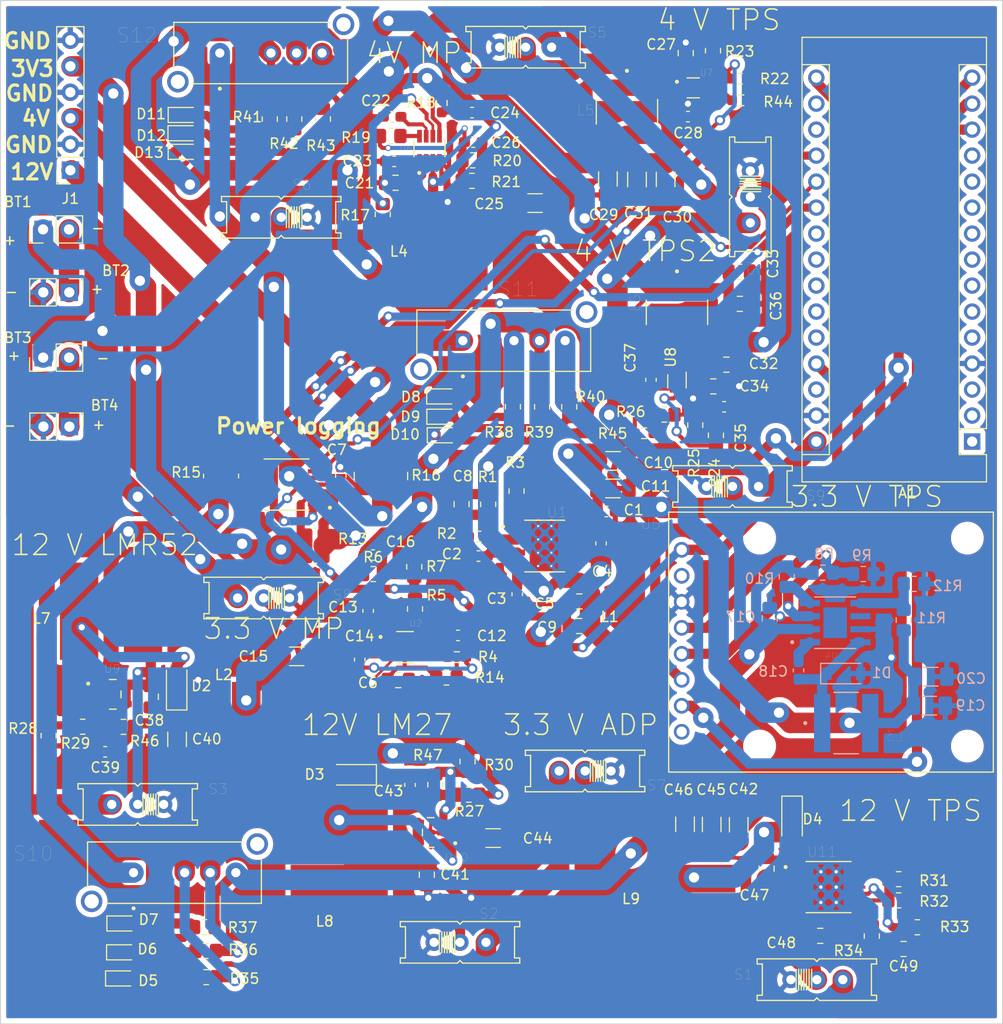
<source format=kicad_pcb>
(kicad_pcb (version 20171130) (host pcbnew "(5.1.8)-1")
  (layers (0 F.Cu signal) (31 B.Cu signal) (34 B.Paste user) (35 F.Paste user hide) (36 B.SilkS user) (37 F.SilkS user hide) (38 B.Mask user) (39 F.Mask user hide) (44 Edge.Cuts user))
  (net 0 "")
  (net 1 "Net-(A1-Pad1)")
  (net 2 "Net-(A1-Pad17)")
  (net 3 "Net-(A1-Pad2)")
  (net 4 "Net-(A1-Pad18)")
  (net 5 "Net-(A1-Pad3)")
  (net 6 "/Data logging/A0")
  (net 7 GND)
  (net 8 "/Data logging/A1")
  (net 9 "Net-(A1-Pad5)")
  (net 10 "/Data logging/A2")
  (net 11 "Net-(A1-Pad6)")
  (net 12 "Net-(A1-Pad7)")
  (net 13 "Net-(A1-Pad23)")
  (net 14 "Net-(A1-Pad8)")
  (net 15 "Net-(A1-Pad24)")
  (net 16 "Net-(A1-Pad9)")
  (net 17 "Net-(A1-Pad25)")
  (net 18 "Net-(A1-Pad10)")
  (net 19 "Net-(A1-Pad26)")
  (net 20 "Net-(A1-Pad11)")
  (net 21 "/Data logging/5V")
  (net 22 "Net-(A1-Pad12)")
  (net 23 "Net-(A1-Pad28)")
  (net 24 "/Data logging/SS")
  (net 25 "/Data logging/MOSI")
  (net 26 +BATT)
  (net 27 "/Data logging/MISO")
  (net 28 "/Data logging/SCK")
  (net 29 "Net-(BT1-Pad2)")
  (net 30 "Net-(BT3-Pad2)")
  (net 31 /3V3/TPS54228/VIN_TPS)
  (net 32 "Net-(C2-Pad1)")
  (net 33 "Net-(C3-Pad1)")
  (net 34 "Net-(C4-Pad1)")
  (net 35 "Net-(C4-Pad2)")
  (net 36 TPS_3V3)
  (net 37 /3V3/MP2235/VIN_MP)
  (net 38 "Net-(C8-Pad1)")
  (net 39 "Net-(C12-Pad1)")
  (net 40 "Net-(C13-Pad1)")
  (net 41 "Net-(C14-Pad2)")
  (net 42 "Net-(C14-Pad1)")
  (net 43 MP_3V3)
  (net 44 "Net-(C16-Pad2)")
  (net 45 /3V3/ADP2302/VIN_ADP)
  (net 46 "Net-(C18-Pad2)")
  (net 47 "Net-(C18-Pad1)")
  (net 48 ADP_3V3)
  (net 49 /4V/MP2235_4V/VIN_MP)
  (net 50 "Net-(C22-Pad1)")
  (net 51 "Net-(C23-Pad1)")
  (net 52 "Net-(C24-Pad1)")
  (net 53 "Net-(C24-Pad2)")
  (net 54 MP_4V)
  (net 55 "Net-(C26-Pad2)")
  (net 56 /4V/TPS563231/VIN_TPS)
  (net 57 "Net-(C28-Pad2)")
  (net 58 "Net-(C28-Pad1)")
  (net 59 TPS_4V)
  (net 60 /4V/TPS563207/VIN_TPS)
  (net 61 TPS2_4V)
  (net 62 "Net-(C37-Pad1)")
  (net 63 "Net-(C37-Pad2)")
  (net 64 /12V/LMR52014/VIN_LMR)
  (net 65 "Net-(C39-Pad2)")
  (net 66 12V_LMR52)
  (net 67 /12V/LM2731YMF/VIN_LMR)
  (net 68 12V_TPS)
  (net 69 "Net-(C43-Pad1)")
  (net 70 12V_LM27)
  (net 71 /12V/TPS61175PWP/VIN_TPS)
  (net 72 "Net-(C48-Pad2)")
  (net 73 "Net-(C49-Pad2)")
  (net 74 "Net-(D2-Pad2)")
  (net 75 "Net-(D3-Pad2)")
  (net 76 "Net-(D4-Pad2)")
  (net 77 "Net-(D5-Pad2)")
  (net 78 "Net-(D6-Pad2)")
  (net 79 "Net-(D7-Pad2)")
  (net 80 "Net-(D8-Pad2)")
  (net 81 "Net-(D9-Pad2)")
  (net 82 "Net-(D10-Pad2)")
  (net 83 "Net-(D11-Pad2)")
  (net 84 "Net-(D12-Pad2)")
  (net 85 "Net-(D13-Pad2)")
  (net 86 LOAD_3)
  (net 87 LOAD_2)
  (net 88 LOAD_1)
  (net 89 "Net-(R3-Pad1)")
  (net 90 "Net-(R4-Pad2)")
  (net 91 "Net-(R5-Pad2)")
  (net 92 "Net-(R8-Pad2)")
  (net 93 "Net-(R10-Pad2)")
  (net 94 "Net-(R11-Pad2)")
  (net 95 3V3)
  (net 96 "Net-(R14-Pad1)")
  (net 97 12V)
  (net 98 4V)
  (net 99 "Net-(R17-Pad1)")
  (net 100 "Net-(R18-Pad2)")
  (net 101 "Net-(R19-Pad2)")
  (net 102 "Net-(R22-Pad2)")
  (net 103 "Net-(R24-Pad1)")
  (net 104 "Net-(R25-Pad1)")
  (net 105 "Net-(R26-Pad2)")
  (net 106 "Net-(R27-Pad1)")
  (net 107 "Net-(R29-Pad1)")
  (net 108 "Net-(R31-Pad2)")
  (net 109 "Net-(R33-Pad1)")
  (net 110 "Net-(R34-Pad2)")
  (net 111 "Net-(R44-Pad2)")
  (net 112 "Net-(S10-PadS2)")
  (net 113 "Net-(S10-PadS1)")
  (net 114 "Net-(S11-PadS2)")
  (net 115 "Net-(S11-PadS1)")
  (net 116 "Net-(S12-PadS1)")
  (net 117 "Net-(S12-PadS2)")
  (net 118 "Net-(U3-Pad13)")
  (net 119 "Net-(U3-Pad12)")
  (net 120 "Net-(U4-Pad6)")
  (net 121 "Net-(U5-PadCD)")
  (net 122 "Net-(U5-Pad3V)")
  (net 123 "Net-(A1-Pad22)")
  (net 124 "Net-(U3-Pad14)")
  (module Module:Arduino_Nano (layer F.Cu) (at 230.6955 99.1108 180)
    (fp_text reference A1 (at 6.3246 -5.0292) (layer F.SilkS))
    (fp_text value Arduino_Nano_v3.x)
    (pad 1 thru_hole rect (at 0 0 180) (size 1.6 1.6) (drill 1) (layers *.Cu *.Mask) (net 1 "Net-(A1-Pad1)"))
    (pad 17 thru_hole oval (at 15.24 33.02 180) (size 1.6 1.6) (drill 1) (layers *.Cu *.Mask) (net 2 "Net-(A1-Pad17)"))
    (pad 2 thru_hole oval (at 0 2.54 180) (size 1.6 1.6) (drill 1) (layers *.Cu *.Mask) (net 3 "Net-(A1-Pad2)"))
    (pad 18 thru_hole oval (at 15.24 30.48 180) (size 1.6 1.6) (drill 1) (layers *.Cu *.Mask) (net 4 "Net-(A1-Pad18)"))
    (pad 3 thru_hole oval (at 0 5.08 180) (size 1.6 1.6) (drill 1) (layers *.Cu *.Mask) (net 5 "Net-(A1-Pad3)"))
    (pad 19 thru_hole oval (at 15.24 27.94 180) (size 1.6 1.6) (drill 1) (layers *.Cu *.Mask) (net 6 "/Data logging/A0"))
    (pad 4 thru_hole oval (at 0 7.62 180) (size 1.6 1.6) (drill 1) (layers *.Cu *.Mask) (net 7 GND))
    (pad 20 thru_hole oval (at 15.24 25.4 180) (size 1.6 1.6) (drill 1) (layers *.Cu *.Mask) (net 8 "/Data logging/A1"))
    (pad 5 thru_hole oval (at 0 10.16 180) (size 1.6 1.6) (drill 1) (layers *.Cu *.Mask) (net 9 "Net-(A1-Pad5)"))
    (pad 21 thru_hole oval (at 15.24 22.86 180) (size 1.6 1.6) (drill 1) (layers *.Cu *.Mask) (net 10 "/Data logging/A2"))
    (pad 6 thru_hole oval (at 0 12.7 180) (size 1.6 1.6) (drill 1) (layers *.Cu *.Mask) (net 11 "Net-(A1-Pad6)"))
    (pad 22 thru_hole oval (at 15.24 20.32 180) (size 1.6 1.6) (drill 1) (layers *.Cu *.Mask) (net 123 "Net-(A1-Pad22)"))
    (pad 7 thru_hole oval (at 0 15.24 180) (size 1.6 1.6) (drill 1) (layers *.Cu *.Mask) (net 12 "Net-(A1-Pad7)"))
    (pad 23 thru_hole oval (at 15.24 17.78 180) (size 1.6 1.6) (drill 1) (layers *.Cu *.Mask) (net 13 "Net-(A1-Pad23)"))
    (pad 8 thru_hole oval (at 0 17.78 180) (size 1.6 1.6) (drill 1) (layers *.Cu *.Mask) (net 14 "Net-(A1-Pad8)"))
    (pad 24 thru_hole oval (at 15.24 15.24 180) (size 1.6 1.6) (drill 1) (layers *.Cu *.Mask) (net 15 "Net-(A1-Pad24)"))
    (pad 9 thru_hole oval (at 0 20.32 180) (size 1.6 1.6) (drill 1) (layers *.Cu *.Mask) (net 16 "Net-(A1-Pad9)"))
    (pad 25 thru_hole oval (at 15.24 12.7 180) (size 1.6 1.6) (drill 1) (layers *.Cu *.Mask) (net 17 "Net-(A1-Pad25)"))
    (pad 10 thru_hole oval (at 0 22.86 180) (size 1.6 1.6) (drill 1) (layers *.Cu *.Mask) (net 18 "Net-(A1-Pad10)"))
    (pad 26 thru_hole oval (at 15.24 10.16 180) (size 1.6 1.6) (drill 1) (layers *.Cu *.Mask) (net 19 "Net-(A1-Pad26)"))
    (pad 11 thru_hole oval (at 0 25.4 180) (size 1.6 1.6) (drill 1) (layers *.Cu *.Mask) (net 20 "Net-(A1-Pad11)"))
    (pad 27 thru_hole oval (at 15.24 7.62 180) (size 1.6 1.6) (drill 1) (layers *.Cu *.Mask) (net 21 "/Data logging/5V"))
    (pad 12 thru_hole oval (at 0 27.94 180) (size 1.6 1.6) (drill 1) (layers *.Cu *.Mask) (net 22 "Net-(A1-Pad12)"))
    (pad 28 thru_hole oval (at 15.24 5.08 180) (size 1.6 1.6) (drill 1) (layers *.Cu *.Mask) (net 23 "Net-(A1-Pad28)"))
    (pad 13 thru_hole oval (at 0 30.48 180) (size 1.6 1.6) (drill 1) (layers *.Cu *.Mask) (net 24 "/Data logging/SS"))
    (pad 29 thru_hole oval (at 15.24 2.54 180) (size 1.6 1.6) (drill 1) (layers *.Cu *.Mask) (net 7 GND))
    (pad 14 thru_hole oval (at 0 33.02 180) (size 1.6 1.6) (drill 1) (layers *.Cu *.Mask) (net 25 "/Data logging/MOSI"))
    (pad 30 thru_hole oval (at 15.24 0 180) (size 1.6 1.6) (drill 1) (layers *.Cu *.Mask) (net 26 +BATT))
    (pad 15 thru_hole oval (at 0 35.56 180) (size 1.6 1.6) (drill 1) (layers *.Cu *.Mask) (net 27 "/Data logging/MISO"))
    (pad 16 thru_hole oval (at 15.24 35.56 180) (size 1.6 1.6) (drill 1) (layers *.Cu *.Mask) (net 28 "/Data logging/SCK"))
  )
  (module Connector_PinHeader_2.54mm:PinHeader_1x02_P2.54mm_Vertical (layer F.Cu) (at 139.827 78.3844 90)
    (fp_text reference BT1 (at 2.6924 -2.4638 180) (layer F.SilkS))
    (fp_text value Battery_Cell)
    (pad 2 thru_hole oval (at 0 2.54 90) (size 1.7 1.7) (drill 1) (layers *.Cu *.Mask) (net 29 "Net-(BT1-Pad2)"))
    (pad 1 thru_hole rect (at 0 0 90) (size 1.7 1.7) (drill 1) (layers *.Cu *.Mask) (net 26 +BATT))
  )
  (module Connector_PinHeader_2.54mm:PinHeader_1x02_P2.54mm_Vertical (layer F.Cu) (at 142.3924 84.5312 270)
    (fp_text reference BT2 (at -2.1209 -4.5593 180) (layer F.SilkS))
    (fp_text value Battery_Cell)
    (pad 2 thru_hole oval (at 0 2.54 270) (size 1.7 1.7) (drill 1) (layers *.Cu *.Mask) (net 7 GND))
    (pad 1 thru_hole rect (at 0 0 270) (size 1.7 1.7) (drill 1) (layers *.Cu *.Mask) (net 29 "Net-(BT1-Pad2)"))
  )
  (module Connector_PinHeader_2.54mm:PinHeader_1x02_P2.54mm_Vertical (layer F.Cu) (at 139.8397 90.9066 90)
    (fp_text reference BT3 (at 1.9431 -2.4765 180) (layer F.SilkS))
    (fp_text value Battery_Cell)
    (pad 1 thru_hole rect (at 0 0 90) (size 1.7 1.7) (drill 1) (layers *.Cu *.Mask) (net 26 +BATT))
    (pad 2 thru_hole oval (at 0 2.54 90) (size 1.7 1.7) (drill 1) (layers *.Cu *.Mask) (net 30 "Net-(BT3-Pad2)"))
  )
  (module Connector_PinHeader_2.54mm:PinHeader_1x02_P2.54mm_Vertical (layer F.Cu) (at 142.4051 97.6503 270)
    (fp_text reference BT4 (at -2.0828 -3.4417 180) (layer F.SilkS))
    (fp_text value Battery_Cell)
    (pad 1 thru_hole rect (at 0 0 270) (size 1.7 1.7) (drill 1) (layers *.Cu *.Mask) (net 30 "Net-(BT3-Pad2)"))
    (pad 2 thru_hole oval (at 0 2.54 270) (size 1.7 1.7) (drill 1) (layers *.Cu *.Mask) (net 7 GND))
  )
  (module Capacitor_SMD:C_0603_1608Metric_Pad1.08x0.95mm_HandSolder (layer F.Cu) (at 194.9248 105.9535)
    (fp_text reference C1 (at 2.6681 -0.1524) (layer F.SilkS))
    (fp_text value 100nF)
    (pad 2 smd roundrect (at 0.8625 0) (size 1.075 0.95) (layers F.Cu F.Paste F.Mask) (net 7 GND))
    (pad 1 smd roundrect (at -0.8625 0) (size 1.075 0.95) (layers F.Cu F.Paste F.Mask) (net 31 /3V3/TPS54228/VIN_TPS))
  )
  (module Capacitor_SMD:C_0603_1608Metric_Pad1.08x0.95mm_HandSolder (layer F.Cu) (at 182.4175 110.2969 180)
    (fp_text reference C2 (at 2.6175 0.1969) (layer F.SilkS))
    (fp_text value 1uF)
    (pad 1 smd roundrect (at -0.8625 0 180) (size 1.075 0.95) (layers F.Cu F.Paste F.Mask) (net 32 "Net-(C2-Pad1)"))
    (pad 2 smd roundrect (at 0.8625 0 180) (size 1.075 0.95) (layers F.Cu F.Paste F.Mask) (net 7 GND))
  )
  (module Capacitor_SMD:C_0603_1608Metric_Pad1.08x0.95mm_HandSolder (layer F.Cu) (at 186.201 114.0296 270)
    (fp_text reference C3 (at 0.4318 2.0193 180) (layer F.SilkS))
    (fp_text value 3300pF)
    (pad 2 smd roundrect (at 0.8625 0 270) (size 1.075 0.95) (layers F.Cu F.Paste F.Mask) (net 7 GND))
    (pad 1 smd roundrect (at -0.8625 0 270) (size 1.075 0.95) (layers F.Cu F.Paste F.Mask) (net 33 "Net-(C3-Pad1)"))
  )
  (module Capacitor_SMD:C_0603_1608Metric_Pad1.08x0.95mm_HandSolder (layer F.Cu) (at 194.4 109.0625 90)
    (fp_text reference C4 (at -2.7432 0.0762 180) (layer F.SilkS))
    (fp_text value 0.1uF)
    (pad 1 smd roundrect (at -0.8625 0 90) (size 1.075 0.95) (layers F.Cu F.Paste F.Mask) (net 34 "Net-(C4-Pad1)"))
    (pad 2 smd roundrect (at 0.8625 0 90) (size 1.075 0.95) (layers F.Cu F.Paste F.Mask) (net 35 "Net-(C4-Pad2)"))
  )
  (module Capacitor_SMD:C_0805_2012Metric_Pad1.18x1.45mm_HandSolder (layer F.Cu) (at 192.2814 114.734 180)
    (fp_text reference C5 (at 3.4075 -0.2032) (layer F.SilkS))
    (fp_text value 22uF)
    (pad 2 smd roundrect (at 1.0375 0 180) (size 1.175 1.45) (layers F.Cu F.Paste F.Mask) (roundrect_rratio 0.212766) (net 7 GND))
    (pad 1 smd roundrect (at -1.0375 0 180) (size 1.175 1.45) (layers F.Cu F.Paste F.Mask) (roundrect_rratio 0.212766) (net 36 TPS_3V3))
  )
  (module Capacitor_SMD:C_0805_2012Metric_Pad1.18x1.45mm_HandSolder (layer F.Cu) (at 174.5655 122.4231)
    (fp_text reference C6 (at -2.9679 0.254) (layer F.SilkS))
    (fp_text value 22uF)
    (pad 1 smd roundrect (at -1.0375 0) (size 1.175 1.45) (layers F.Cu F.Paste F.Mask) (roundrect_rratio 0.212766) (net 37 /3V3/MP2235/VIN_MP))
    (pad 2 smd roundrect (at 1.0375 0) (size 1.175 1.45) (layers F.Cu F.Paste F.Mask) (roundrect_rratio 0.212766) (net 7 GND))
  )
  (module Capacitor_SMD:C_0603_1608Metric_Pad1.08x0.95mm_HandSolder (layer F.Cu) (at 168.9481 102.452 90)
    (fp_text reference C7 (at 2.5411 -0.3937 180) (layer F.SilkS))
    (fp_text value 100nF)
    (pad 2 smd roundrect (at 0.8625 0 90) (size 1.075 0.95) (layers F.Cu F.Paste F.Mask) (net 7 GND))
    (pad 1 smd roundrect (at -0.8625 0 90) (size 1.075 0.95) (layers F.Cu F.Paste F.Mask) (net 21 "/Data logging/5V"))
  )
  (module Capacitor_SMD:C_0805_2012Metric_Pad1.18x1.45mm_HandSolder (layer F.Cu) (at 180.7605 105.2305 90)
    (fp_text reference C8 (at 2.7393 0.1016 180) (layer F.SilkS))
    (fp_text value 22p)
    (pad 1 smd roundrect (at -1.0375 0 90) (size 1.175 1.45) (layers F.Cu F.Paste F.Mask) (roundrect_rratio 0.212766) (net 38 "Net-(C8-Pad1)"))
    (pad 2 smd roundrect (at 1.0375 0 90) (size 1.175 1.45) (layers F.Cu F.Paste F.Mask) (roundrect_rratio 0.212766) (net 36 TPS_3V3))
  )
  (module Capacitor_SMD:C_0805_2012Metric_Pad1.18x1.45mm_HandSolder (layer F.Cu) (at 192.256 117.1343 180)
    (fp_text reference C9 (at 3.1408 -0.1143) (layer F.SilkS))
    (fp_text value 22uF)
    (pad 2 smd roundrect (at 1.0375 0 180) (size 1.175 1.45) (layers F.Cu F.Paste F.Mask) (roundrect_rratio 0.212766) (net 7 GND))
    (pad 1 smd roundrect (at -1.0375 0 180) (size 1.175 1.45) (layers F.Cu F.Paste F.Mask) (roundrect_rratio 0.212766) (net 36 TPS_3V3))
  )
  (module Capacitor_SMD:C_1206_3216Metric_Pad1.33x1.80mm_HandSolder (layer F.Cu) (at 195.574 101.0005)
    (fp_text reference C10 (at 4.4319 0.1778) (layer F.SilkS))
    (fp_text value 5uF)
    (pad 1 smd roundrect (at -1.5625 0) (size 1.325 1.8) (layers F.Cu F.Paste F.Mask) (roundrect_rratio 0.188679) (net 31 /3V3/TPS54228/VIN_TPS))
    (pad 2 smd roundrect (at 1.5625 0) (size 1.325 1.8) (layers F.Cu F.Paste F.Mask) (roundrect_rratio 0.188679) (net 7 GND))
  )
  (module Capacitor_SMD:C_1206_3216Metric_Pad1.33x1.80mm_HandSolder (layer F.Cu) (at 195.5613 103.6929)
    (fp_text reference C11 (at 4.1779 -0.2032) (layer F.SilkS))
    (fp_text value 5uF)
    (pad 1 smd roundrect (at -1.5625 0) (size 1.325 1.8) (layers F.Cu F.Paste F.Mask) (roundrect_rratio 0.188679) (net 31 /3V3/TPS54228/VIN_TPS))
    (pad 2 smd roundrect (at 1.5625 0) (size 1.325 1.8) (layers F.Cu F.Paste F.Mask) (roundrect_rratio 0.188679) (net 7 GND))
  )
  (module Capacitor_SMD:C_0603_1608Metric_Pad1.08x0.95mm_HandSolder (layer F.Cu) (at 180.4114 118.0543)
    (fp_text reference C12 (at 3.302 0.0381) (layer F.SilkS))
    (fp_text value 0.1uF)
    (pad 1 smd roundrect (at -0.8625 0) (size 1.075 0.95) (layers F.Cu F.Paste F.Mask) (net 39 "Net-(C12-Pad1)"))
    (pad 2 smd roundrect (at 0.8625 0) (size 1.075 0.95) (layers F.Cu F.Paste F.Mask) (net 7 GND))
  )
  (module Capacitor_SMD:C_0603_1608Metric_Pad1.08x0.95mm_HandSolder (layer F.Cu) (at 171.623 115.6551 90)
    (fp_text reference C13 (at 0.3694 -2.4638 180) (layer F.SilkS))
    (fp_text value 22nF)
    (pad 1 smd roundrect (at -0.8625 0 90) (size 1.075 0.95) (layers F.Cu F.Paste F.Mask) (net 40 "Net-(C13-Pad1)"))
    (pad 2 smd roundrect (at 0.8625 0 90) (size 1.075 0.95) (layers F.Cu F.Paste F.Mask) (net 7 GND))
  )
  (module Capacitor_SMD:C_0603_1608Metric_Pad1.08x0.95mm_HandSolder (layer F.Cu) (at 170.8 120.4132 90)
    (fp_text reference C14 (at 2.2998 -0.0127 180) (layer F.SilkS))
    (fp_text value 0.1uF)
    (pad 2 smd roundrect (at 0.8625 0 90) (size 1.075 0.95) (layers F.Cu F.Paste F.Mask) (net 41 "Net-(C14-Pad2)"))
    (pad 1 smd roundrect (at -0.8625 0 90) (size 1.075 0.95) (layers F.Cu F.Paste F.Mask) (net 42 "Net-(C14-Pad1)"))
  )
  (module Capacitor_SMD:C_1206_3216Metric_Pad1.33x1.80mm_HandSolder (layer F.Cu) (at 164.6375 120.1)
    (fp_text reference C15 (at -4.2375 0) (layer F.SilkS))
    (fp_text value 47uF)
    (pad 2 smd roundrect (at 1.5625 0) (size 1.325 1.8) (layers F.Cu F.Paste F.Mask) (roundrect_rratio 0.188679) (net 7 GND))
    (pad 1 smd roundrect (at -1.5625 0) (size 1.325 1.8) (layers F.Cu F.Paste F.Mask) (roundrect_rratio 0.188679) (net 43 MP_3V3))
  )
  (module Capacitor_SMD:C_0603_1608Metric_Pad1.08x0.95mm_HandSolder (layer F.Cu) (at 172.1 110.2)
    (fp_text reference C16 (at 2.7 -1.3) (layer F.SilkS))
    (fp_text value 33pF)
    (pad 2 smd roundrect (at 0.8625 0) (size 1.075 0.95) (layers F.Cu F.Paste F.Mask) (net 44 "Net-(C16-Pad2)"))
    (pad 1 smd roundrect (at -0.8625 0) (size 1.075 0.95) (layers F.Cu F.Paste F.Mask) (net 43 MP_3V3))
  )
  (module Capacitor_SMD:C_0805_2012Metric_Pad1.18x1.45mm_HandSolder (layer B.Cu) (at 210.8937 116.4 90)
    (fp_text reference C17 (at 0.1563 -2.8448 180) (layer B.SilkS) (effects (justify mirror)))
    (fp_text value 10uF)
    (pad 1 smd roundrect (at -1.0375 0 90) (size 1.175 1.45) (layers B.Cu B.Paste B.Mask) (roundrect_rratio 0.212766) (net 45 /3V3/ADP2302/VIN_ADP))
    (pad 2 smd roundrect (at 1.0375 0 90) (size 1.175 1.45) (layers B.Cu B.Paste B.Mask) (roundrect_rratio 0.212766) (net 7 GND))
  )
  (module Capacitor_SMD:C_0603_1608Metric_Pad1.08x0.95mm_HandSolder (layer B.Cu) (at 213.7131 121.4761 270)
    (fp_text reference C18 (at 0.0889 2.4765 180) (layer B.SilkS) (effects (justify mirror)))
    (fp_text value 0u1F)
    (pad 2 smd roundrect (at 0.8625 0 270) (size 1.075 0.95) (layers B.Cu B.Paste B.Mask) (net 46 "Net-(C18-Pad2)"))
    (pad 1 smd roundrect (at -0.8625 0 270) (size 1.075 0.95) (layers B.Cu B.Paste B.Mask) (net 47 "Net-(C18-Pad1)"))
  )
  (module Capacitor_SMD:C_1206_3216Metric_Pad1.33x1.80mm_HandSolder (layer B.Cu) (at 226.5024 124.9178)
    (fp_text reference C19 (at 4.0382 -0.0254) (layer B.SilkS) (effects (justify mirror)))
    (fp_text value 47uF)
    (pad 1 smd roundrect (at -1.5625 0) (size 1.325 1.8) (layers B.Cu B.Paste B.Mask) (roundrect_rratio 0.188679) (net 48 ADP_3V3))
    (pad 2 smd roundrect (at 1.5625 0) (size 1.325 1.8) (layers B.Cu B.Paste B.Mask) (roundrect_rratio 0.188679) (net 7 GND))
  )
  (module Capacitor_SMD:C_1206_3216Metric_Pad1.33x1.80mm_HandSolder (layer B.Cu) (at 226.654 122.0857)
    (fp_text reference C20 (at 3.9374 0.1778) (layer B.SilkS) (effects (justify mirror)))
    (fp_text value 47uF)
    (pad 1 smd roundrect (at -1.5625 0) (size 1.325 1.8) (layers B.Cu B.Paste B.Mask) (roundrect_rratio 0.188679) (net 48 ADP_3V3))
    (pad 2 smd roundrect (at 1.5625 0) (size 1.325 1.8) (layers B.Cu B.Paste B.Mask) (roundrect_rratio 0.188679) (net 7 GND))
  )
  (module Capacitor_SMD:C_0805_2012Metric_Pad1.18x1.45mm_HandSolder (layer F.Cu) (at 174.2987 73.8251 180)
    (fp_text reference C21 (at 3.5218 -0.0254 180) (layer F.SilkS))
    (fp_text value 22uF)
    (pad 2 smd roundrect (at 1.0375 0 180) (size 1.175 1.45) (layers F.Cu F.Paste F.Mask) (roundrect_rratio 0.212766) (net 7 GND))
    (pad 1 smd roundrect (at -1.0375 0 180) (size 1.175 1.45) (layers F.Cu F.Paste F.Mask) (roundrect_rratio 0.212766) (net 49 /4V/MP2235_4V/VIN_MP))
  )
  (module Capacitor_SMD:C_0603_1608Metric_Pad1.08x0.95mm_HandSolder (layer F.Cu) (at 173.9657 67.3735 180)
    (fp_text reference C22 (at 1.5886 1.5621) (layer F.SilkS))
    (fp_text value 0.1uF)
    (pad 2 smd roundrect (at 0.8625 0 180) (size 1.075 0.95) (layers F.Cu F.Paste F.Mask) (net 7 GND))
    (pad 1 smd roundrect (at -0.8625 0 180) (size 1.075 0.95) (layers F.Cu F.Paste F.Mask) (net 50 "Net-(C22-Pad1)"))
  )
  (module Capacitor_SMD:C_0603_1608Metric_Pad1.08x0.95mm_HandSolder (layer F.Cu) (at 174.1689 71.7296 180)
    (fp_text reference C23 (at 3.6079 0.03048 180) (layer F.SilkS))
    (fp_text value 22nF)
    (pad 1 smd roundrect (at -0.8625 0 180) (size 1.075 0.95) (layers F.Cu F.Paste F.Mask) (net 51 "Net-(C23-Pad1)"))
    (pad 2 smd roundrect (at 0.8625 0 180) (size 1.075 0.95) (layers F.Cu F.Paste F.Mask) (net 7 GND))
  )
  (module Capacitor_SMD:C_0603_1608Metric_Pad1.08x0.95mm_HandSolder (layer F.Cu) (at 181.7867 66.9671)
    (fp_text reference C24 (at 3.2142 0.0254) (layer F.SilkS))
    (fp_text value 0.1uF)
    (pad 1 smd roundrect (at -0.8625 0) (size 1.075 0.95) (layers F.Cu F.Paste F.Mask) (net 52 "Net-(C24-Pad1)"))
    (pad 2 smd roundrect (at 0.8625 0) (size 1.075 0.95) (layers F.Cu F.Paste F.Mask) (net 53 "Net-(C24-Pad2)"))
  )
  (module Capacitor_SMD:C_1206_3216Metric_Pad1.33x1.80mm_HandSolder (layer F.Cu) (at 187.9469 75.8063)
    (fp_text reference C25 (at -4.4954 0.0889) (layer F.SilkS))
    (fp_text value 47uF)
    (pad 2 smd roundrect (at 1.5625 0) (size 1.325 1.8) (layers F.Cu F.Paste F.Mask) (roundrect_rratio 0.188679) (net 7 GND))
    (pad 1 smd roundrect (at -1.5625 0) (size 1.325 1.8) (layers F.Cu F.Paste F.Mask) (roundrect_rratio 0.188679) (net 54 MP_4V))
  )
  (module Capacitor_SMD:C_0603_1608Metric_Pad1.08x0.95mm_HandSolder (layer F.Cu) (at 181.9032 69.85 180)
    (fp_text reference C26 (at -3.212 -0.0635) (layer F.SilkS))
    (fp_text value 33pF)
    (pad 1 smd roundrect (at -0.8625 0 180) (size 1.075 0.95) (layers F.Cu F.Paste F.Mask) (net 54 MP_4V))
    (pad 2 smd roundrect (at 0.8625 0 180) (size 1.075 0.95) (layers F.Cu F.Paste F.Mask) (net 55 "Net-(C26-Pad2)"))
  )
  (module Capacitor_SMD:C_0805_2012Metric_Pad1.18x1.45mm_HandSolder (layer F.Cu) (at 202.68184 61.15694 90)
    (fp_text reference C27 (at 0.8548 -2.413 180) (layer F.SilkS))
    (fp_text value 10uF)
    (pad 2 smd roundrect (at 1.0375 0 90) (size 1.175 1.45) (layers F.Cu F.Paste F.Mask) (roundrect_rratio 0.212766) (net 7 GND))
    (pad 1 smd roundrect (at -1.0375 0 90) (size 1.175 1.45) (layers F.Cu F.Paste F.Mask) (roundrect_rratio 0.212766) (net 56 /4V/TPS563231/VIN_TPS))
  )
  (module Capacitor_SMD:C_0603_1608Metric_Pad1.08x0.95mm_HandSolder (layer F.Cu) (at 202.89884 67.36334)
    (fp_text reference C28 (at 0.01922 1.59766) (layer F.SilkS))
    (fp_text value 100nF)
    (pad 2 smd roundrect (at 0.8625 0) (size 1.075 0.95) (layers F.Cu F.Paste F.Mask) (net 57 "Net-(C28-Pad2)"))
    (pad 1 smd roundrect (at -0.8625 0) (size 1.075 0.95) (layers F.Cu F.Paste F.Mask) (net 58 "Net-(C28-Pad1)"))
  )
  (module Capacitor_SMD:C_1206_3216Metric_Pad1.33x1.80mm_HandSolder (layer F.Cu) (at 195.072 73.45466 270)
    (fp_text reference C29 (at 3.49718 0.41402 180) (layer F.SilkS))
    (fp_text value 47uF)
    (pad 2 smd roundrect (at 1.5625 0 270) (size 1.325 1.8) (layers F.Cu F.Paste F.Mask) (roundrect_rratio 0.188679) (net 7 GND))
    (pad 1 smd roundrect (at -1.5625 0 270) (size 1.325 1.8) (layers F.Cu F.Paste F.Mask) (roundrect_rratio 0.188679) (net 59 TPS_4V))
  )
  (module Capacitor_SMD:C_1206_3216Metric_Pad1.33x1.80mm_HandSolder (layer F.Cu) (at 200.714299 73.497461 270)
    (fp_text reference C30 (at 3.677899 -1.142041 180) (layer F.SilkS))
    (fp_text value 47uF)
    (pad 2 smd roundrect (at 1.5625 0 270) (size 1.325 1.8) (layers F.Cu F.Paste F.Mask) (roundrect_rratio 0.188679) (net 7 GND))
    (pad 1 smd roundrect (at -1.5625 0 270) (size 1.325 1.8) (layers F.Cu F.Paste F.Mask) (roundrect_rratio 0.188679) (net 59 TPS_4V))
  )
  (module Capacitor_SMD:C_1206_3216Metric_Pad1.33x1.80mm_HandSolder (layer F.Cu) (at 197.9168 73.50546 270)
    (fp_text reference C31 (at 3.29906 -0.17018 180) (layer F.SilkS))
    (fp_text value 47uF)
    (pad 1 smd roundrect (at -1.5625 0 270) (size 1.325 1.8) (layers F.Cu F.Paste F.Mask) (roundrect_rratio 0.188679) (net 59 TPS_4V))
    (pad 2 smd roundrect (at 1.5625 0 270) (size 1.325 1.8) (layers F.Cu F.Paste F.Mask) (roundrect_rratio 0.188679) (net 7 GND))
  )
  (module Capacitor_SMD:C_0805_2012Metric_Pad1.18x1.45mm_HandSolder (layer F.Cu) (at 206.6625 91.6)
    (fp_text reference C32 (at 3.6375 -0.1) (layer F.SilkS))
    (fp_text value 10uF)
    (pad 1 smd roundrect (at -1.0375 0) (size 1.175 1.45) (layers F.Cu F.Paste F.Mask) (roundrect_rratio 0.212766) (net 60 /4V/TPS563207/VIN_TPS))
    (pad 2 smd roundrect (at 1.0375 0) (size 1.175 1.45) (layers F.Cu F.Paste F.Mask) (roundrect_rratio 0.212766) (net 7 GND))
  )
  (module Capacitor_SMD:C_0805_2012Metric_Pad1.18x1.45mm_HandSolder (layer F.Cu) (at 207.9118 82.5184)
    (fp_text reference C33 (at 3.2981 -0.7874 270) (layer F.SilkS))
    (fp_text value "22 uF")
    (pad 1 smd roundrect (at -1.0375 0) (size 1.175 1.45) (layers F.Cu F.Paste F.Mask) (roundrect_rratio 0.212766) (net 61 TPS2_4V))
    (pad 2 smd roundrect (at 1.0375 0) (size 1.175 1.45) (layers F.Cu F.Paste F.Mask) (roundrect_rratio 0.212766) (net 7 GND))
  )
  (module Capacitor_SMD:C_0805_2012Metric_Pad1.18x1.45mm_HandSolder (layer F.Cu) (at 205.3845 93.7198)
    (fp_text reference C34 (at 4.0155 -0.0198) (layer F.SilkS))
    (fp_text value 10uF)
    (pad 2 smd roundrect (at 1.0375 0) (size 1.175 1.45) (layers F.Cu F.Paste F.Mask) (roundrect_rratio 0.212766) (net 7 GND))
    (pad 1 smd roundrect (at -1.0375 0) (size 1.175 1.45) (layers F.Cu F.Paste F.Mask) (roundrect_rratio 0.212766) (net 60 /4V/TPS563207/VIN_TPS))
  )
  (module Capacitor_SMD:C_0603_1608Metric_Pad1.08x0.95mm_HandSolder (layer F.Cu) (at 206.4463 95.7137)
    (fp_text reference C35 (at 1.614 3.048 270) (layer F.SilkS))
    (fp_text value 0.1uF)
    (pad 1 smd roundrect (at -0.8625 0) (size 1.075 0.95) (layers F.Cu F.Paste F.Mask) (net 60 /4V/TPS563207/VIN_TPS))
    (pad 2 smd roundrect (at 0.8625 0) (size 1.075 0.95) (layers F.Cu F.Paste F.Mask) (net 7 GND))
  )
  (module Capacitor_SMD:C_0805_2012Metric_Pad1.18x1.45mm_HandSolder (layer F.Cu) (at 207.9714 85.6553)
    (fp_text reference C36 (at 3.5433 0.2032 270) (layer F.SilkS))
    (fp_text value "22 uF")
    (pad 1 smd roundrect (at -1.0375 0) (size 1.175 1.45) (layers F.Cu F.Paste F.Mask) (roundrect_rratio 0.212766) (net 61 TPS2_4V))
    (pad 2 smd roundrect (at 1.0375 0) (size 1.175 1.45) (layers F.Cu F.Paste F.Mask) (roundrect_rratio 0.212766) (net 7 GND))
  )
  (module Capacitor_SMD:C_0603_1608Metric_Pad1.08x0.95mm_HandSolder (layer F.Cu) (at 199.2846 93.0721 90)
    (fp_text reference C37 (at 2.1336 -2.032 90) (layer F.SilkS))
    (fp_text value 100nF)
    (pad 1 smd roundrect (at -0.8625 0 90) (size 1.075 0.95) (layers F.Cu F.Paste F.Mask) (net 62 "Net-(C37-Pad1)"))
    (pad 2 smd roundrect (at 0.8625 0 90) (size 1.075 0.95) (layers F.Cu F.Paste F.Mask) (net 63 "Net-(C37-Pad2)"))
  )
  (module Capacitor_SMD:C_0805_2012Metric_Pad1.18x1.45mm_HandSolder (layer F.Cu) (at 150.368 124.0497 270)
    (fp_text reference C38 (at 2.3026 0.1397 180) (layer F.SilkS))
    (fp_text value 2.2uF)
    (pad 2 smd roundrect (at 1.0375 0 270) (size 1.175 1.45) (layers F.Cu F.Paste F.Mask) (roundrect_rratio 0.212766) (net 7 GND))
    (pad 1 smd roundrect (at -1.0375 0 270) (size 1.175 1.45) (layers F.Cu F.Paste F.Mask) (roundrect_rratio 0.212766) (net 64 /12V/LMR52014/VIN_LMR))
  )
  (module Capacitor_SMD:C_0603_1608Metric_Pad1.08x0.95mm_HandSolder (layer F.Cu) (at 145.9114 129.4257 180)
    (fp_text reference C39 (at 0.0011 -1.5367) (layer F.SilkS))
    (fp_text value 220pF)
    (pad 2 smd roundrect (at 0.8625 0 180) (size 1.075 0.95) (layers F.Cu F.Paste F.Mask) (net 65 "Net-(C39-Pad2)"))
    (pad 1 smd roundrect (at -0.8625 0 180) (size 1.075 0.95) (layers F.Cu F.Paste F.Mask) (net 66 12V_LMR52))
  )
  (module Capacitor_SMD:C_1206_3216Metric_Pad1.33x1.80mm_HandSolder (layer F.Cu) (at 152.9334 128.2069 270)
    (fp_text reference C40 (at -0.0258 -2.9083 180) (layer F.SilkS))
    (fp_text value 4.7uF)
    (pad 1 smd roundrect (at -1.5625 0 270) (size 1.325 1.8) (layers F.Cu F.Paste F.Mask) (roundrect_rratio 0.188679) (net 66 12V_LMR52))
    (pad 2 smd roundrect (at 1.5625 0 270) (size 1.325 1.8) (layers F.Cu F.Paste F.Mask) (roundrect_rratio 0.188679) (net 7 GND))
  )
  (module Capacitor_SMD:C_0805_2012Metric_Pad1.18x1.45mm_HandSolder (layer F.Cu) (at 177.3555 141.436 270)
    (fp_text reference C41 (at -0.0342 -2.7686 180) (layer F.SilkS))
    (fp_text value 2.2uF)
    (pad 2 smd roundrect (at 1.0375 0 270) (size 1.175 1.45) (layers F.Cu F.Paste F.Mask) (roundrect_rratio 0.212766) (net 7 GND))
    (pad 1 smd roundrect (at -1.0375 0 270) (size 1.175 1.45) (layers F.Cu F.Paste F.Mask) (roundrect_rratio 0.212766) (net 67 /12V/LM2731YMF/VIN_LMR))
  )
  (module Capacitor_SMD:C_1206_3216Metric_Pad1.33x1.80mm_HandSolder (layer F.Cu) (at 207.8609 136.5508 90)
    (fp_text reference C42 (at 3.4802 0.4572 180) (layer F.SilkS))
    (fp_text value 4.7uF)
    (pad 2 smd roundrect (at 1.5625 0 90) (size 1.325 1.8) (layers F.Cu F.Paste F.Mask) (roundrect_rratio 0.188679) (net 7 GND))
    (pad 1 smd roundrect (at -1.5625 0 90) (size 1.325 1.8) (layers F.Cu F.Paste F.Mask) (roundrect_rratio 0.188679) (net 68 12V_TPS))
  )
  (module Capacitor_SMD:C_0603_1608Metric_Pad1.08x0.95mm_HandSolder (layer F.Cu) (at 175.7172 132.6631 270)
    (fp_text reference C43 (at 0.598 2.0955 180) (layer F.SilkS))
    (fp_text value 220pF)
    (pad 1 smd roundrect (at -0.8625 0 270) (size 1.075 0.95) (layers F.Cu F.Paste F.Mask) (net 69 "Net-(C43-Pad1)"))
    (pad 2 smd roundrect (at 0.8625 0 270) (size 1.075 0.95) (layers F.Cu F.Paste F.Mask) (net 70 12V_LM27))
  )
  (module Capacitor_SMD:C_1206_3216Metric_Pad1.33x1.80mm_HandSolder (layer F.Cu) (at 183.846999 137.858699)
    (fp_text reference C44 (at 4.354301 0.025201) (layer F.SilkS))
    (fp_text value 4.7uF)
    (pad 2 smd roundrect (at 1.5625 0) (size 1.325 1.8) (layers F.Cu F.Paste F.Mask) (roundrect_rratio 0.188679) (net 7 GND))
    (pad 1 smd roundrect (at -1.5625 0) (size 1.325 1.8) (layers F.Cu F.Paste F.Mask) (roundrect_rratio 0.188679) (net 70 12V_LM27))
  )
  (module Capacitor_SMD:C_1206_3216Metric_Pad1.33x1.80mm_HandSolder (layer F.Cu) (at 205.2193 136.5254 90)
    (fp_text reference C45 (at 3.404 -0.0508 180) (layer F.SilkS))
    (fp_text value 4.7uF)
    (pad 2 smd roundrect (at 1.5625 0 90) (size 1.325 1.8) (layers F.Cu F.Paste F.Mask) (roundrect_rratio 0.188679) (net 7 GND))
    (pad 1 smd roundrect (at -1.5625 0 90) (size 1.325 1.8) (layers F.Cu F.Paste F.Mask) (roundrect_rratio 0.188679) (net 68 12V_TPS))
  )
  (module Capacitor_SMD:C_1206_3216Metric_Pad1.33x1.80mm_HandSolder (layer F.Cu) (at 202.6158 136.5119 90)
    (fp_text reference C46 (at 3.3778 -0.635 180) (layer F.SilkS))
    (fp_text value 4.7uF)
    (pad 1 smd roundrect (at -1.5625 0 90) (size 1.325 1.8) (layers F.Cu F.Paste F.Mask) (roundrect_rratio 0.188679) (net 68 12V_TPS))
    (pad 2 smd roundrect (at 1.5625 0 90) (size 1.325 1.8) (layers F.Cu F.Paste F.Mask) (roundrect_rratio 0.188679) (net 7 GND))
  )
  (module Capacitor_SMD:C_0805_2012Metric_Pad1.18x1.45mm_HandSolder (layer F.Cu) (at 210.5914 140.8469 90)
    (fp_text reference C47 (at -2.5869 -1.1938 180) (layer F.SilkS))
    (fp_text value 10uF)
    (pad 1 smd roundrect (at -1.0375 0 90) (size 1.175 1.45) (layers F.Cu F.Paste F.Mask) (roundrect_rratio 0.212766) (net 71 /12V/TPS61175PWP/VIN_TPS))
    (pad 2 smd roundrect (at 1.0375 0 90) (size 1.175 1.45) (layers F.Cu F.Paste F.Mask) (roundrect_rratio 0.212766) (net 7 GND))
  )
  (module Capacitor_SMD:C_0805_2012Metric_Pad1.18x1.45mm_HandSolder (layer F.Cu) (at 215.8404 147.4089 180)
    (fp_text reference C48 (at 3.8139 -0.6858) (layer F.SilkS))
    (fp_text value 47nF)
    (pad 2 smd roundrect (at 1.0375 0 180) (size 1.175 1.45) (layers F.Cu F.Paste F.Mask) (roundrect_rratio 0.212766) (net 72 "Net-(C48-Pad2)"))
    (pad 1 smd roundrect (at -1.0375 0 180) (size 1.175 1.45) (layers F.Cu F.Paste F.Mask) (roundrect_rratio 0.212766) (net 7 GND))
  )
  (module Capacitor_SMD:C_0805_2012Metric_Pad1.18x1.45mm_HandSolder (layer F.Cu) (at 223.9899 148.6916 180)
    (fp_text reference C49 (at 0 -1.68) (layer F.SilkS))
    (fp_text value 33nF)
    (pad 1 smd roundrect (at -1.0375 0 180) (size 1.175 1.45) (layers F.Cu F.Paste F.Mask) (roundrect_rratio 0.212766) (net 7 GND))
    (pad 2 smd roundrect (at 1.0375 0 180) (size 1.175 1.45) (layers F.Cu F.Paste F.Mask) (roundrect_rratio 0.212766) (net 73 "Net-(C49-Pad2)"))
  )
  (module Diode_SMD:D_SOD-123 (layer B.Cu) (at 218.1327 121.7809)
    (fp_text reference D1 (at 3.7084 -0.0762) (layer B.SilkS) (effects (justify mirror)))
    (fp_text value SSB43L)
    (pad 2 smd rect (at 1.65 0) (size 0.9 1.2) (layers B.Cu B.Paste B.Mask) (net 7 GND))
    (pad 1 smd rect (at -1.65 0) (size 0.9 1.2) (layers B.Cu B.Paste B.Mask) (net 46 "Net-(C18-Pad2)"))
  )
  (module Diode_SMD:D_SOD-123 (layer F.Cu) (at 152.8953 123.0884 90)
    (fp_text reference D2 (at 0.1016 2.413 180) (layer F.SilkS))
    (fp_text value D_Schottky)
    (pad 1 smd rect (at -1.65 0 90) (size 0.9 1.2) (layers F.Cu F.Paste F.Mask) (net 66 12V_LMR52))
    (pad 2 smd rect (at 1.65 0 90) (size 0.9 1.2) (layers F.Cu F.Paste F.Mask) (net 74 "Net-(D2-Pad2)"))
  )
  (module Diode_SMD:D_SOD-123 (layer F.Cu) (at 170.18 131.6736 180)
    (fp_text reference D3 (at 3.7973 0.0381) (layer F.SilkS))
    (fp_text value D_Schottky)
    (pad 1 smd rect (at -1.65 0 180) (size 0.9 1.2) (layers F.Cu F.Paste F.Mask) (net 70 12V_LM27))
    (pad 2 smd rect (at 1.65 0 180) (size 0.9 1.2) (layers F.Cu F.Paste F.Mask) (net 75 "Net-(D3-Pad2)"))
  )
  (module Diode_SMD:D_SOD-123 (layer F.Cu) (at 213.0806 136.0053 270)
    (fp_text reference D4 (at 0 -2 180) (layer F.SilkS))
    (fp_text value D_Schottky)
    (pad 2 smd rect (at 1.65 0 270) (size 0.9 1.2) (layers F.Cu F.Paste F.Mask) (net 76 "Net-(D4-Pad2)"))
    (pad 1 smd rect (at -1.65 0 270) (size 0.9 1.2) (layers F.Cu F.Paste F.Mask) (net 68 12V_TPS))
  )
  (module Diode_SMD:D_0603_1608Metric_Pad1.05x0.95mm_HandSolder (layer F.Cu) (at 147.6007 151.5745)
    (fp_text reference D5 (at 2.5133 0.2159) (layer F.SilkS))
    (fp_text value LED_Small)
    (pad 2 smd roundrect (at 0.875 0) (size 1.05 0.95) (layers F.Cu F.Paste F.Mask) (net 77 "Net-(D5-Pad2)"))
    (pad 1 smd roundrect (at -0.875 0) (size 1.05 0.95) (layers F.Cu F.Paste F.Mask) (net 7 GND))
  )
  (module Diode_SMD:D_0603_1608Metric_Pad1.05x0.95mm_HandSolder (layer F.Cu) (at 147.7023 149.0218)
    (fp_text reference D6 (at 2.3355 -0.3175) (layer F.SilkS))
    (fp_text value LED_Small)
    (pad 1 smd roundrect (at -0.875 0) (size 1.05 0.95) (layers F.Cu F.Paste F.Mask) (net 7 GND))
    (pad 2 smd roundrect (at 0.875 0) (size 1.05 0.95) (layers F.Cu F.Paste F.Mask) (net 78 "Net-(D6-Pad2)"))
  )
  (module Diode_SMD:D_0603_1608Metric_Pad1.05x0.95mm_HandSolder (layer F.Cu) (at 147.7277 146.2024)
    (fp_text reference D7 (at 2.4244 -0.381) (layer F.SilkS))
    (fp_text value LED_Small)
    (pad 2 smd roundrect (at 0.875 0) (size 1.05 0.95) (layers F.Cu F.Paste F.Mask) (net 79 "Net-(D7-Pad2)"))
    (pad 1 smd roundrect (at -0.875 0) (size 1.05 0.95) (layers F.Cu F.Paste F.Mask) (net 7 GND))
  )
  (module Diode_SMD:D_0603_1608Metric_Pad1.05x0.95mm_HandSolder (layer F.Cu) (at 179.01024 94.70194)
    (fp_text reference D8 (at -3.2144 0.0508) (layer F.SilkS))
    (fp_text value LED_Small)
    (pad 1 smd roundrect (at -0.875 0) (size 1.05 0.95) (layers F.Cu F.Paste F.Mask) (net 7 GND))
    (pad 2 smd roundrect (at 0.875 0) (size 1.05 0.95) (layers F.Cu F.Paste F.Mask) (net 80 "Net-(D8-Pad2)"))
  )
  (module Diode_SMD:D_0603_1608Metric_Pad1.05x0.95mm_HandSolder (layer F.Cu) (at 179.02294 96.68314)
    (fp_text reference D9 (at -3.2652 0) (layer F.SilkS))
    (fp_text value LED_Small)
    (pad 1 smd roundrect (at -0.875 0) (size 1.05 0.95) (layers F.Cu F.Paste F.Mask) (net 7 GND))
    (pad 2 smd roundrect (at 0.875 0) (size 1.05 0.95) (layers F.Cu F.Paste F.Mask) (net 81 "Net-(D9-Pad2)"))
  )
  (module Diode_SMD:D_0603_1608Metric_Pad1.05x0.95mm_HandSolder (layer F.Cu) (at 179.06104 98.49924)
    (fp_text reference D10 (at -3.8367 -0.0889) (layer F.SilkS))
    (fp_text value LED_Small)
    (pad 2 smd roundrect (at 0.875 0) (size 1.05 0.95) (layers F.Cu F.Paste F.Mask) (net 82 "Net-(D10-Pad2)"))
    (pad 1 smd roundrect (at -0.875 0) (size 1.05 0.95) (layers F.Cu F.Paste F.Mask) (net 7 GND))
  )
  (module Diode_SMD:D_0603_1608Metric_Pad1.05x0.95mm_HandSolder (layer F.Cu) (at 153.725 67.2)
    (fp_text reference D11 (at -3.3307 -0.09588) (layer F.SilkS))
    (fp_text value LED_Small)
    (pad 2 smd roundrect (at 0.875 0) (size 1.05 0.95) (layers F.Cu F.Paste F.Mask) (net 83 "Net-(D11-Pad2)"))
    (pad 1 smd roundrect (at -0.875 0) (size 1.05 0.95) (layers F.Cu F.Paste F.Mask) (net 7 GND))
  )
  (module Diode_SMD:D_0603_1608Metric_Pad1.05x0.95mm_HandSolder (layer F.Cu) (at 153.7053 68.98448)
    (fp_text reference D12 (at -3.3053 0.21552) (layer F.SilkS))
    (fp_text value LED_Small)
    (pad 1 smd roundrect (at -0.875 0) (size 1.05 0.95) (layers F.Cu F.Paste F.Mask) (net 7 GND))
    (pad 2 smd roundrect (at 0.875 0) (size 1.05 0.95) (layers F.Cu F.Paste F.Mask) (net 84 "Net-(D12-Pad2)"))
  )
  (module Diode_SMD:D_0603_1608Metric_Pad1.05x0.95mm_HandSolder (layer F.Cu) (at 153.725 70.8)
    (fp_text reference D13 (at -3.5434 0.06662) (layer F.SilkS))
    (fp_text value LED_Small)
    (pad 1 smd roundrect (at -0.875 0) (size 1.05 0.95) (layers F.Cu F.Paste F.Mask) (net 7 GND))
    (pad 2 smd roundrect (at 0.875 0) (size 1.05 0.95) (layers F.Cu F.Paste F.Mask) (net 85 "Net-(D13-Pad2)"))
  )
  (module EIPP:HM66M (layer F.Cu) (at 192.6 120.8 90)
    (fp_text reference L1 (at 4.5652 2.6404 180) (layer F.SilkS))
    (fp_text value 3.3uH)
    (pad 1 smd rect (at 0 -4.6) (size 2.8 3.6) (layers F.Cu F.Paste F.Mask) (net 34 "Net-(C4-Pad1)"))
    (pad 2 smd rect (at 0 4.6) (size 2.8 3.6) (layers F.Cu F.Paste F.Mask) (net 36 TPS_3V3))
  )
  (module EIPP:HM66M (layer F.Cu) (at 164.3 124.4 270)
    (fp_text reference L2 (at -2.5 6.8 180) (layer F.SilkS))
    (fp_text value 3.3uH)
    (pad 1 smd rect (at 0 -4.6 180) (size 2.8 3.6) (layers F.Cu F.Paste F.Mask) (net 41 "Net-(C14-Pad2)"))
    (pad 2 smd rect (at 0 4.6 180) (size 2.8 3.6) (layers F.Cu F.Paste F.Mask) (net 43 MP_3V3))
  )
  (module EIPP:IND_1255AY-4R7M=P3 (layer B.Cu) (at 218.374 126.6196)
    (fp_text reference L3 (at 4.7625 1.2827) (layer B.SilkS) (effects (font (thickness 0.015)) (justify mirror)))
    (fp_text value 4.7uH)
    (pad 2 smd rect (at 2.35 0) (size 1.6 5.7) (layers B.Cu B.Paste B.Mask) (net 48 ADP_3V3))
    (pad 1 smd rect (at -2.35 0) (size 1.6 5.7) (layers B.Cu B.Paste B.Mask) (net 46 "Net-(C18-Pad2)"))
  )
  (module EIPP:IND_1255AY-4R7M=P3 (layer F.Cu) (at 196.93382 66.88278 270)
    (fp_text reference L5 (at -0.1265 4.05384 180) (layer F.SilkS) (effects (font (thickness 0.015))))
    (fp_text value 4.7uH)
    (pad 1 smd rect (at -2.35 0 270) (size 1.6 5.7) (layers F.Cu F.Paste F.Mask) (net 58 "Net-(C28-Pad1)"))
    (pad 2 smd rect (at 2.35 0 270) (size 1.6 5.7) (layers F.Cu F.Paste F.Mask) (net 59 TPS_4V))
  )
  (module EIPP:IND_1255AY-4R7M=P3 (layer F.Cu) (at 201.8246 86.4803 270)
    (fp_text reference L6 (at -0.9266 4.0767 90) (layer F.SilkS) (effects (font (thickness 0.015))))
    (fp_text value 4.7uH)
    (pad 2 smd rect (at 2.35 0 270) (size 1.6 5.7) (layers F.Cu F.Paste F.Mask) (net 63 "Net-(C37-Pad2)"))
    (pad 1 smd rect (at -2.35 0 270) (size 1.6 5.7) (layers F.Cu F.Paste F.Mask) (net 61 TPS2_4V))
  )
  (module EIPP:SDE1006A-100M (layer F.Cu) (at 147.731 115.6843 270)
    (fp_text reference L7 (at 0.7112 8.0564 180) (layer F.SilkS))
    (fp_text value 10uH)
    (pad 2 smd rect (at 0 4.375 270) (size 9.5 3.75) (layers F.Cu F.Paste F.Mask) (net 74 "Net-(D2-Pad2)"))
    (pad 1 smd rect (at 0 -1.875 270) (size 9.5 3.75) (layers F.Cu F.Paste F.Mask) (net 64 /12V/LMR52014/VIN_LMR))
  )
  (module EIPP:SDE1006A-100M (layer F.Cu) (at 168.792 140.4737 180)
    (fp_text reference L8 (at 1.4187 -5.5128) (layer F.SilkS))
    (fp_text value 10uH)
    (pad 1 smd rect (at 0 -1.875 180) (size 9.5 3.75) (layers F.Cu F.Paste F.Mask) (net 67 /12V/LM2731YMF/VIN_LMR))
    (pad 2 smd rect (at 0 4.375 180) (size 9.5 3.75) (layers F.Cu F.Paste F.Mask) (net 75 "Net-(D3-Pad2)"))
  )
  (module EIPP:SDR0805 (layer F.Cu) (at 203.5175 146.9209 180)
    (fp_text reference L9 (at 6.1849 3.1315) (layer F.SilkS))
    (fp_text value 12uH)
    (pad 1 smd rect (at 0 0 180) (size 8 2.7) (layers F.Cu F.Paste F.Mask) (net 71 /12V/TPS61175PWP/VIN_TPS))
    (pad 2 smd rect (at -0.0254 5.1 180) (size 8 2.7) (layers F.Cu F.Paste F.Mask) (net 76 "Net-(D4-Pad2)"))
  )
  (module Resistor_SMD:R_0805_2012Metric_Pad1.20x1.40mm_HandSolder (layer F.Cu) (at 183.364 105.2471 90)
    (fp_text reference R1 (at 2.6797 -0.0508 180) (layer F.SilkS))
    (fp_text value 73.2k)
    (pad 2 smd roundrect (at 1 0 90) (size 1.2 1.4) (layers F.Cu F.Paste F.Mask) (roundrect_rratio 0.208333) (net 36 TPS_3V3))
    (pad 1 smd roundrect (at -1 0 90) (size 1.2 1.4) (layers F.Cu F.Paste F.Mask) (roundrect_rratio 0.208333) (net 38 "Net-(C8-Pad1)"))
  )
  (module Resistor_SMD:R_0603_1608Metric_Pad0.98x0.95mm_HandSolder (layer F.Cu) (at 182.4 108.4 180)
    (fp_text reference R2 (at 3.1 0.3) (layer F.SilkS))
    (fp_text value 22.1k)
    (pad 1 smd roundrect (at -0.9125 0 180) (size 0.975 0.95) (layers F.Cu F.Paste F.Mask) (net 38 "Net-(C8-Pad1)"))
    (pad 2 smd roundrect (at 0.9125 0 180) (size 0.975 0.95) (layers F.Cu F.Paste F.Mask) (net 7 GND))
  )
  (module Resistor_SMD:R_0805_2012Metric_Pad1.20x1.40mm_HandSolder (layer F.Cu) (at 186.1375 103.9502 90)
    (fp_text reference R3 (at 2.7846 -0.1397 180) (layer F.SilkS))
    (fp_text value 10k)
    (pad 2 smd roundrect (at 1 0 90) (size 1.2 1.4) (layers F.Cu F.Paste F.Mask) (roundrect_rratio 0.208333) (net 31 /3V3/TPS54228/VIN_TPS))
    (pad 1 smd roundrect (at -1 0 90) (size 1.2 1.4) (layers F.Cu F.Paste F.Mask) (roundrect_rratio 0.208333) (net 89 "Net-(R3-Pad1)"))
  )
  (module Resistor_SMD:R_0603_1608Metric_Pad0.98x0.95mm_HandSolder (layer F.Cu) (at 180.2971 120.1752 180)
    (fp_text reference R4 (at -3.0353 0.0127) (layer F.SilkS))
    (fp_text value 20)
    (pad 2 smd roundrect (at 0.9125 0 180) (size 0.975 0.95) (layers F.Cu F.Paste F.Mask) (net 90 "Net-(R4-Pad2)"))
    (pad 1 smd roundrect (at -0.9125 0 180) (size 0.975 0.95) (layers F.Cu F.Paste F.Mask) (net 42 "Net-(C14-Pad1)"))
  )
  (module Resistor_SMD:R_0805_2012Metric_Pad1.20x1.40mm_HandSolder (layer F.Cu) (at 176.2077 115.4668 270)
    (fp_text reference R5 (at -1.3368 -2.1082 180) (layer F.SilkS))
    (fp_text value 5.6k)
    (pad 1 smd roundrect (at -1 0 270) (size 1.2 1.4) (layers F.Cu F.Paste F.Mask) (roundrect_rratio 0.208333) (net 44 "Net-(C16-Pad2)"))
    (pad 2 smd roundrect (at 1 0 270) (size 1.2 1.4) (layers F.Cu F.Paste F.Mask) (roundrect_rratio 0.208333) (net 91 "Net-(R5-Pad2)"))
  )
  (module Resistor_SMD:R_0805_2012Metric_Pad1.20x1.40mm_HandSolder (layer F.Cu) (at 172.1216 112.0599)
    (fp_text reference R6 (at 0 -1.65) (layer F.SilkS))
    (fp_text value 40.2k)
    (pad 1 smd roundrect (at -1 0) (size 1.2 1.4) (layers F.Cu F.Paste F.Mask) (roundrect_rratio 0.208333) (net 43 MP_3V3))
    (pad 2 smd roundrect (at 1 0) (size 1.2 1.4) (layers F.Cu F.Paste F.Mask) (roundrect_rratio 0.208333) (net 44 "Net-(C16-Pad2)"))
  )
  (module Resistor_SMD:R_0805_2012Metric_Pad1.20x1.40mm_HandSolder (layer F.Cu) (at 176.1315 111.3487 90)
    (fp_text reference R7 (at 0.0381 2.1336 180) (layer F.SilkS))
    (fp_text value 13k)
    (pad 2 smd roundrect (at 1 0 90) (size 1.2 1.4) (layers F.Cu F.Paste F.Mask) (roundrect_rratio 0.208333) (net 7 GND))
    (pad 1 smd roundrect (at -1 0 90) (size 1.2 1.4) (layers F.Cu F.Paste F.Mask) (roundrect_rratio 0.208333) (net 44 "Net-(C16-Pad2)"))
  )
  (module Resistor_SMD:R_0805_2012Metric_Pad1.20x1.40mm_HandSolder (layer B.Cu) (at 216.0786 111.9257)
    (fp_text reference R8 (at 0.143 -1.8288) (layer B.SilkS) (effects (justify mirror)))
    (fp_text value 56k)
    (pad 1 smd roundrect (at -1 0) (size 1.2 1.4) (layers B.Cu B.Paste B.Mask) (roundrect_rratio 0.208333) (net 45 /3V3/ADP2302/VIN_ADP))
    (pad 2 smd roundrect (at 1 0) (size 1.2 1.4) (layers B.Cu B.Paste B.Mask) (roundrect_rratio 0.208333) (net 92 "Net-(R8-Pad2)"))
  )
  (module Resistor_SMD:R_0805_2012Metric_Pad1.20x1.40mm_HandSolder (layer B.Cu) (at 220.0471 112.0527)
    (fp_text reference R9 (at -0.1364 -1.8288) (layer B.SilkS) (effects (justify mirror)))
    (fp_text value 10k2)
    (pad 2 smd roundrect (at 1 0) (size 1.2 1.4) (layers B.Cu B.Paste B.Mask) (roundrect_rratio 0.208333) (net 7 GND))
    (pad 1 smd roundrect (at -1 0) (size 1.2 1.4) (layers B.Cu B.Paste B.Mask) (roundrect_rratio 0.208333) (net 92 "Net-(R8-Pad2)"))
  )
  (module Resistor_SMD:R_0805_2012Metric_Pad1.20x1.40mm_HandSolder (layer B.Cu) (at 212.5574 112.3161 270)
    (fp_text reference R10 (at 0.1811 2.6543 180) (layer B.SilkS) (effects (justify mirror)))
    (fp_text value 100k)
    (pad 2 smd roundrect (at 1 0 270) (size 1.2 1.4) (layers B.Cu B.Paste B.Mask) (roundrect_rratio 0.208333) (net 93 "Net-(R10-Pad2)"))
    (pad 1 smd roundrect (at -1 0 270) (size 1.2 1.4) (layers B.Cu B.Paste B.Mask) (roundrect_rratio 0.208333) (net 45 /3V3/ADP2302/VIN_ADP))
  )
  (module Resistor_SMD:R_0805_2012Metric_Pad1.20x1.40mm_HandSolder (layer B.Cu) (at 224.0001 116.5579 90)
    (fp_text reference R11 (at 0.2126 2.6924 180) (layer B.SilkS) (effects (justify mirror)))
    (fp_text value 31k6)
    (pad 1 smd roundrect (at -1 0 90) (size 1.2 1.4) (layers B.Cu B.Paste B.Mask) (roundrect_rratio 0.208333) (net 48 ADP_3V3))
    (pad 2 smd roundrect (at 1 0 90) (size 1.2 1.4) (layers B.Cu B.Paste B.Mask) (roundrect_rratio 0.208333) (net 94 "Net-(R11-Pad2)"))
  )
  (module Resistor_SMD:R_0805_2012Metric_Pad1.20x1.40mm_HandSolder (layer B.Cu) (at 225.0001 113.0179)
    (fp_text reference R12 (at 3.3053 0.1905) (layer B.SilkS) (effects (justify mirror)))
    (fp_text value 10k2)
    (pad 2 smd roundrect (at 1 0) (size 1.2 1.4) (layers B.Cu B.Paste B.Mask) (roundrect_rratio 0.208333) (net 7 GND))
    (pad 1 smd roundrect (at -1 0) (size 1.2 1.4) (layers B.Cu B.Paste B.Mask) (roundrect_rratio 0.208333) (net 94 "Net-(R11-Pad2)"))
  )
  (module Resistor_SMD:R_0612_1632Metric_Pad1.18x3.40mm_HandSolder (layer F.Cu) (at 166.4215 109.2962)
    (fp_text reference R13 (at 3.6964 -0.6731) (layer F.SilkS))
    (fp_text value 0R2)
    (pad 2 smd roundrect (at 0.8375 0) (size 1.175 3.4) (layers F.Cu F.Paste F.Mask) (roundrect_rratio 0.212766) (net 95 3V3))
    (pad 1 smd roundrect (at -0.8375 0) (size 1.175 3.4) (layers F.Cu F.Paste F.Mask) (roundrect_rratio 0.212766) (net 88 LOAD_1))
  )
  (module Resistor_SMD:R_0805_2012Metric_Pad1.20x1.40mm_HandSolder (layer F.Cu) (at 179.2811 122.1691 180)
    (fp_text reference R14 (at -4.2385 0.0127) (layer F.SilkS))
    (fp_text value 100k)
    (pad 2 smd roundrect (at 1 0 180) (size 1.2 1.4) (layers F.Cu F.Paste F.Mask) (roundrect_rratio 0.208333) (net 37 /3V3/MP2235/VIN_MP))
    (pad 1 smd roundrect (at -1 0 180) (size 1.2 1.4) (layers F.Cu F.Paste F.Mask) (roundrect_rratio 0.208333) (net 96 "Net-(R14-Pad1)"))
  )
  (module Resistor_SMD:R_0612_1632Metric_Pad1.18x3.40mm_HandSolder (layer F.Cu) (at 157.2387 102.4756 270)
    (fp_text reference R15 (at -0.3549 3.4163 180) (layer F.SilkS))
    (fp_text value 0R2)
    (pad 1 smd roundrect (at -0.8375 0 270) (size 1.175 3.4) (layers F.Cu F.Paste F.Mask) (roundrect_rratio 0.212766) (net 86 LOAD_3))
    (pad 2 smd roundrect (at 0.8375 0 270) (size 1.175 3.4) (layers F.Cu F.Paste F.Mask) (roundrect_rratio 0.212766) (net 97 12V))
  )
  (module Resistor_SMD:R_1020_2550Metric_Pad1.33x5.20mm_HandSolder (layer F.Cu) (at 172.8724 102.4763 270)
    (fp_text reference R16 (at -0.0763 -4.4276 180) (layer F.SilkS))
    (fp_text value 0R1)
    (pad 1 smd roundrect (at -1.2125 0 270) (size 1.325 5.2) (layers F.Cu F.Paste F.Mask) (roundrect_rratio 0.188679) (net 87 LOAD_2))
    (pad 2 smd roundrect (at 1.2125 0 270) (size 1.325 5.2) (layers F.Cu F.Paste F.Mask) (roundrect_rratio 0.188679) (net 98 4V))
  )
  (module Resistor_SMD:R_0805_2012Metric_Pad1.20x1.40mm_HandSolder (layer F.Cu) (at 173.0502 76.9079 270)
    (fp_text reference R17 (at 0.0795 2.7051 180) (layer F.SilkS))
    (fp_text value 19k)
    (pad 1 smd roundrect (at -1 0 270) (size 1.2 1.4) (layers F.Cu F.Paste F.Mask) (roundrect_rratio 0.208333) (net 99 "Net-(R17-Pad1)"))
    (pad 2 smd roundrect (at 1 0 270) (size 1.2 1.4) (layers F.Cu F.Paste F.Mask) (roundrect_rratio 0.208333) (net 49 /4V/MP2235_4V/VIN_MP))
  )
  (module Resistor_SMD:R_0603_1608Metric_Pad0.98x0.95mm_HandSolder (layer F.Cu) (at 178.816 66.0273 90)
    (fp_text reference R18 (at 0.0254 -2.032 180) (layer F.SilkS))
    (fp_text value 20)
    (pad 1 smd roundrect (at -0.9125 0 90) (size 0.975 0.95) (layers F.Cu F.Paste F.Mask) (net 52 "Net-(C24-Pad1)"))
    (pad 2 smd roundrect (at 0.9125 0 90) (size 0.975 0.95) (layers F.Cu F.Paste F.Mask) (net 100 "Net-(R18-Pad2)"))
  )
  (module Resistor_SMD:R_0805_2012Metric_Pad1.20x1.40mm_HandSolder (layer F.Cu) (at 173.7774 69.2531)
    (fp_text reference R19 (at -3.34848 0.14986 180) (layer F.SilkS))
    (fp_text value 3k)
    (pad 2 smd roundrect (at 1 0) (size 1.2 1.4) (layers F.Cu F.Paste F.Mask) (roundrect_rratio 0.208333) (net 101 "Net-(R19-Pad2)"))
    (pad 1 smd roundrect (at -1 0) (size 1.2 1.4) (layers F.Cu F.Paste F.Mask) (roundrect_rratio 0.208333) (net 55 "Net-(C26-Pad2)"))
  )
  (module Resistor_SMD:R_0805_2012Metric_Pad1.20x1.40mm_HandSolder (layer F.Cu) (at 181.8513 71.628 180)
    (fp_text reference R20 (at -3.3655 -0.0508) (layer F.SilkS))
    (fp_text value 40.2k)
    (pad 2 smd roundrect (at 1 0 180) (size 1.2 1.4) (layers F.Cu F.Paste F.Mask) (roundrect_rratio 0.208333) (net 55 "Net-(C26-Pad2)"))
    (pad 1 smd roundrect (at -1 0 180) (size 1.2 1.4) (layers F.Cu F.Paste F.Mask) (roundrect_rratio 0.208333) (net 54 MP_4V))
  )
  (module Resistor_SMD:R_0805_2012Metric_Pad1.20x1.40mm_HandSolder (layer F.Cu) (at 181.7718 73.6346)
    (fp_text reference R21 (at 3.3561 0.1016) (layer F.SilkS))
    (fp_text value 10.2k)
    (pad 1 smd roundrect (at -1 0) (size 1.2 1.4) (layers F.Cu F.Paste F.Mask) (roundrect_rratio 0.208333) (net 55 "Net-(C26-Pad2)"))
    (pad 2 smd roundrect (at 1 0) (size 1.2 1.4) (layers F.Cu F.Paste F.Mask) (roundrect_rratio 0.208333) (net 7 GND))
  )
  (module Resistor_SMD:R_0603_1608Metric_Pad0.98x0.95mm_HandSolder (layer F.Cu) (at 207.96314 63.65494)
    (fp_text reference R22 (at 3.4182 0.0127) (layer F.SilkS))
    (fp_text value 56k)
    (pad 1 smd roundrect (at -0.9125 0) (size 0.975 0.95) (layers F.Cu F.Paste F.Mask) (net 59 TPS_4V))
    (pad 2 smd roundrect (at 0.9125 0) (size 0.975 0.95) (layers F.Cu F.Paste F.Mask) (net 102 "Net-(R22-Pad2)"))
  )
  (module Resistor_SMD:R_0805_2012Metric_Pad1.20x1.40mm_HandSolder (layer F.Cu) (at 205.34884 60.91504 90)
    (fp_text reference R23 (at -0.0729 2.6035 180) (layer F.SilkS))
    (fp_text value 10k)
    (pad 2 smd roundrect (at 1 0 90) (size 1.2 1.4) (layers F.Cu F.Paste F.Mask) (roundrect_rratio 0.208333) (net 7 GND))
    (pad 1 smd roundrect (at -1 0 90) (size 1.2 1.4) (layers F.Cu F.Paste F.Mask) (roundrect_rratio 0.208333) (net 59 TPS_4V))
  )
  (module Resistor_SMD:R_0805_2012Metric_Pad1.20x1.40mm_HandSolder (layer F.Cu) (at 205.6346 98.5044 90)
    (fp_text reference R24 (at -3.6736 -0.127 90) (layer F.SilkS))
    (fp_text value 10k)
    (pad 1 smd roundrect (at -1 0 90) (size 1.2 1.4) (layers F.Cu F.Paste F.Mask) (roundrect_rratio 0.208333) (net 103 "Net-(R24-Pad1)"))
    (pad 2 smd roundrect (at 1 0 90) (size 1.2 1.4) (layers F.Cu F.Paste F.Mask) (roundrect_rratio 0.208333) (net 60 /4V/TPS563207/VIN_TPS))
  )
  (module Resistor_SMD:R_0805_2012Metric_Pad1.20x1.40mm_HandSolder (layer F.Cu) (at 203.6153 97.5011 270)
    (fp_text reference R25 (at 3.7117 0.127 90) (layer F.SilkS))
    (fp_text value 10k)
    (pad 2 smd roundrect (at 1 0 270) (size 1.2 1.4) (layers F.Cu F.Paste F.Mask) (roundrect_rratio 0.208333) (net 7 GND))
    (pad 1 smd roundrect (at -1 0 270) (size 1.2 1.4) (layers F.Cu F.Paste F.Mask) (roundrect_rratio 0.208333) (net 104 "Net-(R25-Pad1)"))
  )
  (module Resistor_SMD:R_0805_2012Metric_Pad1.20x1.40mm_HandSolder (layer F.Cu) (at 200.5833 96.4757 180)
    (fp_text reference R26 (at 3.2833 0.2757) (layer F.SilkS))
    (fp_text value 39k)
    (pad 1 smd roundrect (at -1 0 180) (size 1.2 1.4) (layers F.Cu F.Paste F.Mask) (roundrect_rratio 0.208333) (net 104 "Net-(R25-Pad1)"))
    (pad 2 smd roundrect (at 1 0 180) (size 1.2 1.4) (layers F.Cu F.Paste F.Mask) (roundrect_rratio 0.208333) (net 105 "Net-(R26-Pad2)"))
  )
  (module Resistor_SMD:R_0805_2012Metric_Pad1.20x1.40mm_HandSolder (layer F.Cu) (at 181.4703 133.6167)
    (fp_text reference R27 (at 0.0508 1.6129) (layer F.SilkS))
    (fp_text value 115k)
    (pad 1 smd roundrect (at -1 0) (size 1.2 1.4) (layers F.Cu F.Paste F.Mask) (roundrect_rratio 0.208333) (net 106 "Net-(R27-Pad1)"))
    (pad 2 smd roundrect (at 1 0) (size 1.2 1.4) (layers F.Cu F.Paste F.Mask) (roundrect_rratio 0.208333) (net 70 12V_LM27))
  )
  (module Resistor_SMD:R_0805_2012Metric_Pad1.20x1.40mm_HandSolder (layer F.Cu) (at 140.3731 127.8476 270)
    (fp_text reference R28 (at -0.6952 2.5019 180) (layer F.SilkS))
    (fp_text value 13.3k)
    (pad 1 smd roundrect (at -1 0 270) (size 1.2 1.4) (layers F.Cu F.Paste F.Mask) (roundrect_rratio 0.208333) (net 65 "Net-(C39-Pad2)"))
    (pad 2 smd roundrect (at 1 0 270) (size 1.2 1.4) (layers F.Cu F.Paste F.Mask) (roundrect_rratio 0.208333) (net 7 GND))
  )
  (module Resistor_SMD:R_0805_2012Metric_Pad1.20x1.40mm_HandSolder (layer F.Cu) (at 143.7038 126.9746 180)
    (fp_text reference R29 (at 0.7018 -1.6256) (layer F.SilkS))
    (fp_text value 115k)
    (pad 2 smd roundrect (at 1 0 180) (size 1.2 1.4) (layers F.Cu F.Paste F.Mask) (roundrect_rratio 0.208333) (net 65 "Net-(C39-Pad2)"))
    (pad 1 smd roundrect (at -1 0 180) (size 1.2 1.4) (layers F.Cu F.Paste F.Mask) (roundrect_rratio 0.208333) (net 107 "Net-(R29-Pad1)"))
  )
  (module Resistor_SMD:R_0805_2012Metric_Pad1.20x1.40mm_HandSolder (layer F.Cu) (at 181.3433 130.3815 90)
    (fp_text reference R30 (at -0.3269 3.0861 180) (layer F.SilkS))
    (fp_text value 13.3k)
    (pad 2 smd roundrect (at 1 0 90) (size 1.2 1.4) (layers F.Cu F.Paste F.Mask) (roundrect_rratio 0.208333) (net 7 GND))
    (pad 1 smd roundrect (at -1 0 90) (size 1.2 1.4) (layers F.Cu F.Paste F.Mask) (roundrect_rratio 0.208333) (net 69 "Net-(C43-Pad1)"))
  )
  (module Resistor_SMD:R_0805_2012Metric_Pad1.20x1.40mm_HandSolder (layer F.Cu) (at 223.5073 141.8717 180)
    (fp_text reference R31 (at -3.4544 -0.1397) (layer F.SilkS))
    (fp_text value 143k)
    (pad 1 smd roundrect (at -1 0 180) (size 1.2 1.4) (layers F.Cu F.Paste F.Mask) (roundrect_rratio 0.208333) (net 68 12V_TPS))
    (pad 2 smd roundrect (at 1 0 180) (size 1.2 1.4) (layers F.Cu F.Paste F.Mask) (roundrect_rratio 0.208333) (net 108 "Net-(R31-Pad2)"))
  )
  (module Resistor_SMD:R_0805_2012Metric_Pad1.20x1.40mm_HandSolder (layer F.Cu) (at 223.504 143.9418)
    (fp_text reference R32 (at 3.4704 0.1016) (layer F.SilkS))
    (fp_text value 16.2k)
    (pad 1 smd roundrect (at -1 0) (size 1.2 1.4) (layers F.Cu F.Paste F.Mask) (roundrect_rratio 0.208333) (net 108 "Net-(R31-Pad2)"))
    (pad 2 smd roundrect (at 1 0) (size 1.2 1.4) (layers F.Cu F.Paste F.Mask) (roundrect_rratio 0.208333) (net 7 GND))
  )
  (module Resistor_SMD:R_0805_2012Metric_Pad1.20x1.40mm_HandSolder (layer F.Cu) (at 225.3328 146.5707)
    (fp_text reference R33 (at 3.6482 -0.0381) (layer F.SilkS))
    (fp_text value 86.6k)
    (pad 2 smd roundrect (at 1 0) (size 1.2 1.4) (layers F.Cu F.Paste F.Mask) (roundrect_rratio 0.208333) (net 7 GND))
    (pad 1 smd roundrect (at -1 0) (size 1.2 1.4) (layers F.Cu F.Paste F.Mask) (roundrect_rratio 0.208333) (net 109 "Net-(R33-Pad1)"))
  )
  (module Resistor_SMD:R_0805_2012Metric_Pad1.20x1.40mm_HandSolder (layer F.Cu) (at 220.8784 147.431 90)
    (fp_text reference R34 (at -1.4384 -2.2733 180) (layer F.SilkS))
    (fp_text value 2.32k)
    (pad 2 smd roundrect (at 1 0 90) (size 1.2 1.4) (layers F.Cu F.Paste F.Mask) (roundrect_rratio 0.208333) (net 110 "Net-(R34-Pad2)"))
    (pad 1 smd roundrect (at -1 0 90) (size 1.2 1.4) (layers F.Cu F.Paste F.Mask) (roundrect_rratio 0.208333) (net 73 "Net-(C49-Pad2)"))
  )
  (module Resistor_SMD:R_0805_2012Metric_Pad1.20x1.40mm_HandSolder (layer F.Cu) (at 155.7782 151.4475 180)
    (fp_text reference R35 (at -3.7465 -0.1397) (layer F.SilkS))
    (fp_text value 500R)
    (pad 1 smd roundrect (at -1 0 180) (size 1.2 1.4) (layers F.Cu F.Paste F.Mask) (roundrect_rratio 0.208333) (net 66 12V_LMR52))
    (pad 2 smd roundrect (at 1 0 180) (size 1.2 1.4) (layers F.Cu F.Paste F.Mask) (roundrect_rratio 0.208333) (net 77 "Net-(D5-Pad2)"))
  )
  (module Resistor_SMD:R_0805_2012Metric_Pad1.20x1.40mm_HandSolder (layer F.Cu) (at 155.7401 148.8821 180)
    (fp_text reference R36 (at -3.6576 0.1143 180) (layer F.SilkS))
    (fp_text value 500R)
    (pad 1 smd roundrect (at -1 0 180) (size 1.2 1.4) (layers F.Cu F.Paste F.Mask) (roundrect_rratio 0.208333) (net 70 12V_LM27))
    (pad 2 smd roundrect (at 1 0 180) (size 1.2 1.4) (layers F.Cu F.Paste F.Mask) (roundrect_rratio 0.208333) (net 78 "Net-(D6-Pad2)"))
  )
  (module Resistor_SMD:R_0805_2012Metric_Pad1.20x1.40mm_HandSolder (layer F.Cu) (at 155.6037 146.558 180)
    (fp_text reference R37 (at -3.7432 -0.0381) (layer F.SilkS))
    (fp_text value 500R)
    (pad 1 smd roundrect (at -1 0 180) (size 1.2 1.4) (layers F.Cu F.Paste F.Mask) (roundrect_rratio 0.208333) (net 68 12V_TPS))
    (pad 2 smd roundrect (at 1 0 180) (size 1.2 1.4) (layers F.Cu F.Paste F.Mask) (roundrect_rratio 0.208333) (net 79 "Net-(D7-Pad2)"))
  )
  (module Resistor_SMD:R_0805_2012Metric_Pad1.20x1.40mm_HandSolder (layer F.Cu) (at 185.77804 95.70194 270)
    (fp_text reference R38 (at 2.5052 1.35382 180) (layer F.SilkS))
    (fp_text value 500R)
    (pad 1 smd roundrect (at -1 0 270) (size 1.2 1.4) (layers F.Cu F.Paste F.Mask) (roundrect_rratio 0.208333) (net 36 TPS_3V3))
    (pad 2 smd roundrect (at 1 0 270) (size 1.2 1.4) (layers F.Cu F.Paste F.Mask) (roundrect_rratio 0.208333) (net 80 "Net-(D8-Pad2)"))
  )
  (module Resistor_SMD:R_0805_2012Metric_Pad1.20x1.40mm_HandSolder (layer F.Cu) (at 188.63554 95.71794 270)
    (fp_text reference R39 (at 2.4892 0.27432 180) (layer F.SilkS))
    (fp_text value 500R)
    (pad 1 smd roundrect (at -1 0 270) (size 1.2 1.4) (layers F.Cu F.Paste F.Mask) (roundrect_rratio 0.208333) (net 43 MP_3V3))
    (pad 2 smd roundrect (at 1 0 270) (size 1.2 1.4) (layers F.Cu F.Paste F.Mask) (roundrect_rratio 0.208333) (net 81 "Net-(D9-Pad2)"))
  )
  (module Resistor_SMD:R_0805_2012Metric_Pad1.20x1.40mm_HandSolder (layer F.Cu) (at 191.28984 95.72124 270)
    (fp_text reference R40 (at -0.97866 -2.10058 180) (layer F.SilkS))
    (fp_text value 500R)
    (pad 1 smd roundrect (at -1 0 270) (size 1.2 1.4) (layers F.Cu F.Paste F.Mask) (roundrect_rratio 0.208333) (net 48 ADP_3V3))
    (pad 2 smd roundrect (at 1 0 270) (size 1.2 1.4) (layers F.Cu F.Paste F.Mask) (roundrect_rratio 0.208333) (net 82 "Net-(D10-Pad2)"))
  )
  (module Resistor_SMD:R_0805_2012Metric_Pad1.20x1.40mm_HandSolder (layer F.Cu) (at 162 67.6 270)
    (fp_text reference R41 (at -0.2 2.2 180) (layer F.SilkS))
    (fp_text value 500R)
    (pad 2 smd roundrect (at 1 0 270) (size 1.2 1.4) (layers F.Cu F.Paste F.Mask) (roundrect_rratio 0.208333) (net 83 "Net-(D11-Pad2)"))
    (pad 1 smd roundrect (at -1 0 270) (size 1.2 1.4) (layers F.Cu F.Paste F.Mask) (roundrect_rratio 0.208333) (net 54 MP_4V))
  )
  (module Resistor_SMD:R_0805_2012Metric_Pad1.20x1.40mm_HandSolder (layer F.Cu) (at 164.4 67.6 270)
    (fp_text reference R42 (at 2.4 1 180) (layer F.SilkS))
    (fp_text value 500R)
    (pad 1 smd roundrect (at -1 0 270) (size 1.2 1.4) (layers F.Cu F.Paste F.Mask) (roundrect_rratio 0.208333) (net 59 TPS_4V))
    (pad 2 smd roundrect (at 1 0 270) (size 1.2 1.4) (layers F.Cu F.Paste F.Mask) (roundrect_rratio 0.208333) (net 84 "Net-(D12-Pad2)"))
  )
  (module Resistor_SMD:R_0805_2012Metric_Pad1.20x1.40mm_HandSolder (layer F.Cu) (at 167.2 67.6 270)
    (fp_text reference R43 (at 2.6 0.2 180) (layer F.SilkS))
    (fp_text value 500R)
    (pad 2 smd roundrect (at 1 0 270) (size 1.2 1.4) (layers F.Cu F.Paste F.Mask) (roundrect_rratio 0.208333) (net 85 "Net-(D13-Pad2)"))
    (pad 1 smd roundrect (at -1 0 270) (size 1.2 1.4) (layers F.Cu F.Paste F.Mask) (roundrect_rratio 0.208333) (net 61 TPS2_4V))
  )
  (module Resistor_SMD:R_0603_1608Metric_Pad0.98x0.95mm_HandSolder (layer F.Cu) (at 208.11554 65.76314 180)
    (fp_text reference R44 (at -3.6087 -0.1651) (layer F.SilkS))
    (fp_text value 700R)
    (pad 2 smd roundrect (at 0.9125 0 180) (size 0.975 0.95) (layers F.Cu F.Paste F.Mask) (net 111 "Net-(R44-Pad2)"))
    (pad 1 smd roundrect (at -0.9125 0 180) (size 0.975 0.95) (layers F.Cu F.Paste F.Mask) (net 102 "Net-(R22-Pad2)"))
  )
  (module Resistor_SMD:R_0603_1608Metric_Pad0.98x0.95mm_HandSolder (layer F.Cu) (at 198.6125 98.3 180)
    (fp_text reference R45 (at 3.088 -0.0254) (layer F.SilkS))
    (fp_text value 700R)
    (pad 2 smd roundrect (at 0.9125 0 180) (size 0.975 0.95) (layers F.Cu F.Paste F.Mask) (net 61 TPS2_4V))
    (pad 1 smd roundrect (at -0.9125 0 180) (size 0.975 0.95) (layers F.Cu F.Paste F.Mask) (net 105 "Net-(R26-Pad2)"))
  )
  (module Resistor_SMD:R_0805_2012Metric_Pad1.20x1.40mm_HandSolder (layer F.Cu) (at 147.6883 126.9873 180)
    (fp_text reference R46 (at -2.0828 -1.3843) (layer F.SilkS))
    (fp_text value 2k)
    (pad 2 smd roundrect (at 1 0 180) (size 1.2 1.4) (layers F.Cu F.Paste F.Mask) (roundrect_rratio 0.208333) (net 107 "Net-(R29-Pad1)"))
    (pad 1 smd roundrect (at -1 0 180) (size 1.2 1.4) (layers F.Cu F.Paste F.Mask) (roundrect_rratio 0.208333) (net 66 12V_LMR52))
  )
  (module Resistor_SMD:R_0805_2012Metric_Pad1.20x1.40mm_HandSolder (layer F.Cu) (at 178.1937 132.6421 270)
    (fp_text reference R47 (at -2.8862 0.7366 180) (layer F.SilkS))
    (fp_text value 2k)
    (pad 2 smd roundrect (at 1 0 270) (size 1.2 1.4) (layers F.Cu F.Paste F.Mask) (roundrect_rratio 0.208333) (net 106 "Net-(R27-Pad1)"))
    (pad 1 smd roundrect (at -1 0 270) (size 1.2 1.4) (layers F.Cu F.Paste F.Mask) (roundrect_rratio 0.208333) (net 69 "Net-(C43-Pad1)"))
  )
  (module EIPP:EG1218 (layer F.Cu) (at 215.5063 151.6888)
    (fp_text reference S1 (at -7.1755 -0.4953) (layer F.SilkS) (effects (font (thickness 0.015))))
    (fp_text value EG1218)
    (pad S thru_hole circle (at 2.54 0) (size 1.6764 1.6764) (drill 0.9) (layers *.Cu *.Mask) (net 26 +BATT))
    (pad O thru_hole circle (at -2.54 0) (size 1.6764 1.6764) (drill 0.9) (layers *.Cu *.Mask) (net 7 GND))
    (pad P thru_hole circle (at 0 0) (size 1.6764 1.6764) (drill 0.9) (layers *.Cu *.Mask) (net 71 /12V/TPS61175PWP/VIN_TPS))
  )
  (module EIPP:EG1218 (layer F.Cu) (at 180.6067 148.0439)
    (fp_text reference S2 (at 2.8194 -2.794) (layer F.SilkS) (effects (font (thickness 0.015))))
    (fp_text value EG1218)
    (pad P thru_hole circle (at 0 0) (size 1.6764 1.6764) (drill 0.9) (layers *.Cu *.Mask) (net 67 /12V/LM2731YMF/VIN_LMR))
    (pad O thru_hole circle (at -2.54 0) (size 1.6764 1.6764) (drill 0.9) (layers *.Cu *.Mask) (net 7 GND))
    (pad S thru_hole circle (at 2.54 0) (size 1.6764 1.6764) (drill 0.9) (layers *.Cu *.Mask) (net 26 +BATT))
  )
  (module EIPP:EG1218 (layer F.Cu) (at 149.0853 134.5692 180)
    (fp_text reference S3 (at -7.8613 1.5113) (layer F.SilkS) (effects (font (thickness 0.015))))
    (fp_text value EG1218)
    (pad P thru_hole circle (at 0 0 180) (size 1.6764 1.6764) (drill 0.9) (layers *.Cu *.Mask) (net 64 /12V/LMR52014/VIN_LMR))
    (pad O thru_hole circle (at -2.54 0 180) (size 1.6764 1.6764) (drill 0.9) (layers *.Cu *.Mask) (net 7 GND))
    (pad S thru_hole circle (at 2.54 0 180) (size 1.6764 1.6764) (drill 0.9) (layers *.Cu *.Mask) (net 26 +BATT))
  )
  (module EIPP:EG1218 (layer F.Cu) (at 209 75.2 270)
    (fp_text reference S4 (at 6.8072 -0.3302 90) (layer F.SilkS) (effects (font (thickness 0.015))))
    (fp_text value EG1218)
    (pad S thru_hole circle (at 2.54 0 270) (size 1.6764 1.6764) (drill 0.9) (layers *.Cu *.Mask) (net 26 +BATT))
    (pad O thru_hole circle (at -2.54 0 270) (size 1.6764 1.6764) (drill 0.9) (layers *.Cu *.Mask) (net 7 GND))
    (pad P thru_hole circle (at 0 0 270) (size 1.6764 1.6764) (drill 0.9) (layers *.Cu *.Mask) (net 60 /4V/TPS563207/VIN_TPS))
  )
  (module EIPP:EG1218 (layer F.Cu) (at 187.02528 60.57646)
    (fp_text reference S5 (at 6.97992 -1.43764) (layer F.SilkS) (effects (font (thickness 0.015))))
    (fp_text value EG1218)
    (pad P thru_hole circle (at 0 0) (size 1.6764 1.6764) (drill 0.9) (layers *.Cu *.Mask) (net 56 /4V/TPS563231/VIN_TPS))
    (pad O thru_hole circle (at -2.54 0) (size 1.6764 1.6764) (drill 0.9) (layers *.Cu *.Mask) (net 7 GND))
    (pad S thru_hole circle (at 2.54 0) (size 1.6764 1.6764) (drill 0.9) (layers *.Cu *.Mask) (net 26 +BATT))
  )
  (module EIPP:EG1218 (layer F.Cu) (at 163.1188 77.19568 180)
    (fp_text reference S6 (at -2.032 3.175) (layer F.SilkS) (effects (font (thickness 0.015))))
    (fp_text value EG1218)
    (pad S thru_hole circle (at 2.54 0 180) (size 1.6764 1.6764) (drill 0.9) (layers *.Cu *.Mask) (net 26 +BATT))
    (pad O thru_hole circle (at -2.54 0 180) (size 1.6764 1.6764) (drill 0.9) (layers *.Cu *.Mask) (net 7 GND))
    (pad P thru_hole circle (at 0 0 180) (size 1.6764 1.6764) (drill 0.9) (layers *.Cu *.Mask) (net 49 /4V/MP2235_4V/VIN_MP))
  )
  (module EIPP:EG1218 (layer F.Cu) (at 192.84 131.3 180)
    (fp_text reference S7 (at -6.9977 -1.397) (layer F.SilkS) (effects (font (thickness 0.015))))
    (fp_text value EG1218)
    (pad P thru_hole circle (at 0 0 180) (size 1.6764 1.6764) (drill 0.9) (layers *.Cu *.Mask) (net 45 /3V3/ADP2302/VIN_ADP))
    (pad O thru_hole circle (at -2.54 0 180) (size 1.6764 1.6764) (drill 0.9) (layers *.Cu *.Mask) (net 7 GND))
    (pad S thru_hole circle (at 2.54 0 180) (size 1.6764 1.6764) (drill 0.9) (layers *.Cu *.Mask) (net 26 +BATT))
  )
  (module EIPP:EG1218 (layer F.Cu) (at 161.4 114.4 180)
    (fp_text reference S8 (at -7.7 0.3) (layer F.SilkS) (effects (font (thickness 0.015))))
    (fp_text value EG1218)
    (pad S thru_hole circle (at 2.54 0 180) (size 1.6764 1.6764) (drill 0.9) (layers *.Cu *.Mask) (net 26 +BATT))
    (pad O thru_hole circle (at -2.54 0 180) (size 1.6764 1.6764) (drill 0.9) (layers *.Cu *.Mask) (net 7 GND))
    (pad P thru_hole circle (at 0 0 180) (size 1.6764 1.6764) (drill 0.9) (layers *.Cu *.Mask) (net 37 /3V3/MP2235/VIN_MP))
  )
  (module EIPP:EG1218 (layer F.Cu) (at 207.26 103.5)
    (fp_text reference S9 (at 8.14 0.9 180) (layer F.SilkS) (effects (font (thickness 0.015))))
    (fp_text value EG1218)
    (pad S thru_hole circle (at 2.54 0) (size 1.6764 1.6764) (drill 0.9) (layers *.Cu *.Mask) (net 26 +BATT))
    (pad O thru_hole circle (at -2.54 0) (size 1.6764 1.6764) (drill 0.9) (layers *.Cu *.Mask) (net 7 GND))
    (pad P thru_hole circle (at 0 0) (size 1.6764 1.6764) (drill 0.9) (layers *.Cu *.Mask) (net 31 /3V3/TPS54228/VIN_TPS))
  )
  (module EIPP:SW_OS103012MU1QP1 (layer F.Cu) (at 152.6794 141.2367)
    (fp_text reference S10 (at -13.8303 -1.8542) (layer F.SilkS) (effects (font (size 1.4 1.4) (thickness 0.015))))
    (fp_text value OS103012MU1QP1)
    (pad S2 thru_hole circle (at 8.1 -2.8) (size 2.1 2.1) (drill 1.4) (layers *.Cu *.Mask) (net 112 "Net-(S10-PadS2)"))
    (pad S1 thru_hole circle (at -8.1 2.8) (size 2.1 2.1) (drill 1.4) (layers *.Cu *.Mask) (net 113 "Net-(S10-PadS1)"))
    (pad 4 thru_hole circle (at 6 0) (size 1.408 1.408) (drill 0.9) (layers *.Cu *.Mask) (net 68 12V_TPS))
    (pad 3 thru_hole circle (at 3.5 0) (size 1.408 1.408) (drill 0.9) (layers *.Cu *.Mask) (net 70 12V_LM27))
    (pad 2 thru_hole circle (at 1 0) (size 1.408 1.408) (drill 0.9) (layers *.Cu *.Mask) (net 66 12V_LMR52))
    (pad 1 thru_hole rect (at -4 0) (size 1.408 1.408) (drill 0.9) (layers *.Cu *.Mask) (net 97 12V))
  )
  (module EIPP:SW_OS103012MU1QP1 (layer F.Cu) (at 184.88634 89.25364)
    (fp_text reference S11 (at 1.41366 -5.0419) (layer F.SilkS) (effects (font (size 1.4 1.4) (thickness 0.015))))
    (fp_text value OS103012MU1QP1)
    (pad S2 thru_hole circle (at 8.1 -2.8) (size 2.1 2.1) (drill 1.4) (layers *.Cu *.Mask) (net 114 "Net-(S11-PadS2)"))
    (pad S1 thru_hole circle (at -8.1 2.8) (size 2.1 2.1) (drill 1.4) (layers *.Cu *.Mask) (net 115 "Net-(S11-PadS1)"))
    (pad 4 thru_hole circle (at 6 0) (size 1.408 1.408) (drill 0.9) (layers *.Cu *.Mask) (net 48 ADP_3V3))
    (pad 3 thru_hole circle (at 3.5 0) (size 1.408 1.408) (drill 0.9) (layers *.Cu *.Mask) (net 43 MP_3V3))
    (pad 2 thru_hole circle (at 1 0) (size 1.408 1.408) (drill 0.9) (layers *.Cu *.Mask) (net 36 TPS_3V3))
    (pad 1 thru_hole rect (at -4 0) (size 1.408 1.408) (drill 0.9) (layers *.Cu *.Mask) (net 95 3V3))
  )
  (module EIPP:SW_OS103012MU1QP1 (layer F.Cu) (at 161.11472 61.1477)
    (fp_text reference S12 (at -12.11472 -1.7477) (layer F.SilkS) (effects (font (size 1.4 1.4) (thickness 0.015))))
    (fp_text value OS103012MU1QP1)
    (pad 1 thru_hole rect (at -4 0) (size 1.408 1.408) (drill 0.9) (layers *.Cu *.Mask) (net 98 4V))
    (pad 2 thru_hole circle (at 1 0) (size 1.408 1.408) (drill 0.9) (layers *.Cu *.Mask) (net 54 MP_4V))
    (pad 3 thru_hole circle (at 3.5 0) (size 1.408 1.408) (drill 0.9) (layers *.Cu *.Mask) (net 59 TPS_4V))
    (pad 4 thru_hole circle (at 6 0) (size 1.408 1.408) (drill 0.9) (layers *.Cu *.Mask) (net 61 TPS2_4V))
    (pad S1 thru_hole circle (at -8.1 2.8) (size 2.1 2.1) (drill 1.4) (layers *.Cu *.Mask) (net 116 "Net-(S12-PadS1)"))
    (pad S2 thru_hole circle (at 8.1 -2.8) (size 2.1 2.1) (drill 1.4) (layers *.Cu *.Mask) (net 117 "Net-(S12-PadS2)"))
  )
  (module EIPP:NOPB (layer F.Cu) (at 188.893901 109.321901)
    (fp_text reference U1 (at 1.218699 -3.304901) (layer F.SilkS) (effects (font (thickness 0.015))))
    (fp_text value TPS54228DDA)
    (pad 17 thru_hole circle (at 0.65 1.95) (size 0.3 0.3) (drill 0.2) (layers *.Cu *.Mask) (net 7 GND))
    (pad 16 thru_hole circle (at -0.65 1.95) (size 0.3 0.3) (drill 0.2) (layers *.Cu *.Mask) (net 7 GND))
    (pad 15 thru_hole circle (at 0.65 0.65) (size 0.3 0.3) (drill 0.2) (layers *.Cu *.Mask) (net 7 GND))
    (pad 14 thru_hole circle (at -0.65 0.65) (size 0.3 0.3) (drill 0.2) (layers *.Cu *.Mask) (net 7 GND))
    (pad 13 thru_hole circle (at 0.65 -0.65) (size 0.3 0.3) (drill 0.2) (layers *.Cu *.Mask) (net 7 GND))
    (pad 12 thru_hole circle (at -0.65 -0.65) (size 0.3 0.3) (drill 0.2) (layers *.Cu *.Mask) (net 7 GND))
    (pad 11 thru_hole circle (at 0.65 -1.95) (size 0.3 0.3) (drill 0.2) (layers *.Cu *.Mask) (net 7 GND))
    (pad 10 thru_hole circle (at -0.65 -1.95) (size 0.3 0.3) (drill 0.2) (layers *.Cu *.Mask) (net 7 GND))
    (pad 9 smd rect (at 0 0) (size 2.95 4.9) (layers F.Cu) (net 7 GND))
    (pad 8 smd rect (at 2.7 -1.905) (size 1.55 0.6) (layers F.Cu F.Paste) (net 31 /3V3/TPS54228/VIN_TPS))
    (pad 7 smd rect (at 2.7 -0.635) (size 1.55 0.6) (layers F.Cu F.Paste) (net 35 "Net-(C4-Pad2)"))
    (pad 6 smd rect (at 2.7 0.635) (size 1.55 0.6) (layers F.Cu F.Paste) (net 34 "Net-(C4-Pad1)"))
    (pad 5 smd rect (at 2.7 1.905) (size 1.55 0.6) (layers F.Cu F.Paste) (net 7 GND))
    (pad 4 smd rect (at -2.7 1.905) (size 1.55 0.6) (layers F.Cu F.Paste) (net 33 "Net-(C3-Pad1)"))
    (pad 3 smd rect (at -2.7 0.635) (size 1.55 0.6) (layers F.Cu F.Paste) (net 32 "Net-(C2-Pad1)"))
    (pad 2 smd rect (at -2.7 -0.635) (size 1.55 0.6) (layers F.Cu F.Paste) (net 38 "Net-(C8-Pad1)"))
    (pad 1 smd rect (at -2.7 -1.905) (size 1.55 0.6) (layers F.Cu F.Paste) (net 89 "Net-(R3-Pad1)"))
  )
  (module EIPP:SOT65P280X100-8N (layer F.Cu) (at 175.2298 119.1973)
    (fp_text reference U2 (at 1.0541 -2.3241) (layer F.SilkS) (effects (font (size 0.64 0.64) (thickness 0.015))))
    (fp_text value MP2235)
    (pad 8 smd rect (at 1.185 -0.975) (size 1.24 0.46) (layers F.Cu F.Paste F.Mask) (net 91 "Net-(R5-Pad2)"))
    (pad 7 smd rect (at 1.185 -0.325) (size 1.24 0.46) (layers F.Cu F.Paste F.Mask) (net 39 "Net-(C12-Pad1)"))
    (pad 6 smd rect (at 1.185 0.325) (size 1.24 0.46) (layers F.Cu F.Paste F.Mask) (net 96 "Net-(R14-Pad1)"))
    (pad 5 smd rect (at 1.185 0.975) (size 1.24 0.46) (layers F.Cu F.Paste F.Mask) (net 90 "Net-(R4-Pad2)"))
    (pad 4 smd rect (at -1.185 0.975) (size 1.24 0.46) (layers F.Cu F.Paste F.Mask) (net 7 GND))
    (pad 3 smd rect (at -1.185 0.325) (size 1.24 0.46) (layers F.Cu F.Paste F.Mask) (net 41 "Net-(C14-Pad2)"))
    (pad 2 smd rect (at -1.185 -0.325) (size 1.24 0.46) (layers F.Cu F.Paste F.Mask) (net 37 /3V3/MP2235/VIN_MP))
    (pad 1 smd rect (at -1.185 -0.975) (size 1.24 0.46) (layers F.Cu F.Paste F.Mask) (net 40 "Net-(C13-Pad1)"))
  )
  (module EIPP:SOP65P640X120-14N (layer F.Cu) (at 163.6395 103.3145 180)
    (fp_text reference U3 (at 0.4699 -3.6068) (layer F.SilkS) (effects (font (thickness 0.015))))
    (fp_text value INA4180A1IPWR)
    (pad 14 smd rect (at 2.87 -1.95 180) (size 1.57 0.41) (layers F.Cu F.Paste F.Mask) (net 124 "Net-(U3-Pad14)"))
    (pad 13 smd rect (at 2.87 -1.3 180) (size 1.57 0.41) (layers F.Cu F.Paste F.Mask) (net 118 "Net-(U3-Pad13)"))
    (pad 12 smd rect (at 2.87 -0.65 180) (size 1.57 0.41) (layers F.Cu F.Paste F.Mask) (net 119 "Net-(U3-Pad12)"))
    (pad 11 smd rect (at 2.87 0 180) (size 1.57 0.41) (layers F.Cu F.Paste F.Mask) (net 7 GND))
    (pad 10 smd rect (at 2.87 0.65 180) (size 1.57 0.41) (layers F.Cu F.Paste F.Mask) (net 97 12V))
    (pad 9 smd rect (at 2.87 1.3 180) (size 1.57 0.41) (layers F.Cu F.Paste F.Mask) (net 86 LOAD_3))
    (pad 8 smd rect (at 2.87 1.95 180) (size 1.57 0.41) (layers F.Cu F.Paste F.Mask) (net 10 "/Data logging/A2"))
    (pad 7 smd rect (at -2.87 1.95 180) (size 1.57 0.41) (layers F.Cu F.Paste F.Mask) (net 8 "/Data logging/A1"))
    (pad 6 smd rect (at -2.87 1.3 180) (size 1.57 0.41) (layers F.Cu F.Paste F.Mask) (net 87 LOAD_2))
    (pad 5 smd rect (at -2.87 0.65 180) (size 1.57 0.41) (layers F.Cu F.Paste F.Mask) (net 98 4V))
    (pad 4 smd rect (at -2.87 0 180) (size 1.57 0.41) (layers F.Cu F.Paste F.Mask) (net 21 "/Data logging/5V"))
    (pad 3 smd rect (at -2.87 -0.65 180) (size 1.57 0.41) (layers F.Cu F.Paste F.Mask) (net 95 3V3))
    (pad 2 smd rect (at -2.87 -1.3 180) (size 1.57 0.41) (layers F.Cu F.Paste F.Mask) (net 88 LOAD_1))
    (pad 1 smd rect (at -2.87 -1.95 180) (size 1.57 0.41) (layers F.Cu F.Paste F.Mask) (net 6 "/Data logging/A0"))
  )
  (module EIPP:SOIC127P600X175-9N (layer B.Cu) (at 217.2945 116.8152)
    (fp_text reference U4 (at -0.368 3.2064) (layer B.SilkS) (effects (font (size 0.64 0.64) (thickness 0.015)) (justify mirror)))
    (fp_text value ADP2302ARDZ)
    (pad 9 smd rect (at 0 0) (size 2.29 3.002) (layers B.Cu B.Mask))
    (pad 8 smd rect (at 2.475 1.905) (size 1.97 0.6) (layers B.Cu B.Paste B.Mask) (net 46 "Net-(C18-Pad2)"))
    (pad 7 smd rect (at 2.475 0.635) (size 1.97 0.6) (layers B.Cu B.Paste B.Mask) (net 7 GND))
    (pad 6 smd rect (at 2.475 -0.635) (size 1.97 0.6) (layers B.Cu B.Paste B.Mask) (net 120 "Net-(U4-Pad6)"))
    (pad 5 smd rect (at 2.475 -1.905) (size 1.97 0.6) (layers B.Cu B.Paste B.Mask) (net 94 "Net-(R11-Pad2)"))
    (pad 4 smd rect (at -2.475 -1.905) (size 1.97 0.6) (layers B.Cu B.Paste B.Mask) (net 93 "Net-(R10-Pad2)"))
    (pad 3 smd rect (at -2.475 -0.635) (size 1.97 0.6) (layers B.Cu B.Paste B.Mask) (net 92 "Net-(R8-Pad2)"))
    (pad 2 smd rect (at -2.475 0.635) (size 1.97 0.6) (layers B.Cu B.Paste B.Mask) (net 45 /3V3/ADP2302/VIN_ADP))
    (pad 1 smd rect (at -2.475 1.905) (size 1.97 0.6) (layers B.Cu B.Paste B.Mask) (net 47 "Net-(C18-Pad1)"))
  )
  (module EIPP:MODULE_254 (layer F.Cu) (at 216.8906 118.7069 180)
    (fp_text reference U5 (at 17.6403 11.5316) (layer F.SilkS) (effects (font (thickness 0.015))))
    (fp_text value 254)
    (pad None np_thru_hole circle (at -13.335 10.16 180) (size 2.2 2.2) (drill 2.2) (layers *.Cu *.Mask))
    (pad None np_thru_hole circle (at 6.985 10.16 180) (size 2.2 2.2) (drill 2.2) (layers *.Cu *.Mask))
    (pad None np_thru_hole circle (at 6.985 -10.16 180) (size 2.2 2.2) (drill 2.2) (layers *.Cu *.Mask))
    (pad None np_thru_hole circle (at -13.335 -10.16 180) (size 2.2 2.2) (drill 2.2) (layers *.Cu *.Mask))
    (pad CD thru_hole circle (at 14.605 -8.763 180) (size 1.53 1.53) (drill 1.02) (layers *.Cu *.Mask) (net 121 "Net-(U5-PadCD)"))
    (pad CS thru_hole circle (at 14.605 -6.223 180) (size 1.53 1.53) (drill 1.02) (layers *.Cu *.Mask) (net 24 "/Data logging/SS"))
    (pad DO thru_hole circle (at 14.605 -1.143 180) (size 1.53 1.53) (drill 1.02) (layers *.Cu *.Mask) (net 27 "/Data logging/MISO"))
    (pad DI thru_hole circle (at 14.605 -3.683 180) (size 1.53 1.53) (drill 1.02) (layers *.Cu *.Mask) (net 25 "/Data logging/MOSI"))
    (pad CLK thru_hole circle (at 14.605 1.397 180) (size 1.53 1.53) (drill 1.02) (layers *.Cu *.Mask) (net 28 "/Data logging/SCK"))
    (pad GND thru_hole circle (at 14.605 3.937 180) (size 1.53 1.53) (drill 1.02) (layers *.Cu *.Mask) (net 7 GND))
    (pad 3V thru_hole circle (at 14.605 6.477 180) (size 1.53 1.53) (drill 1.02) (layers *.Cu *.Mask) (net 122 "Net-(U5-Pad3V)"))
    (pad 5V thru_hole circle (at 14.605 9.017 180) (size 1.53 1.53) (drill 1.02) (layers *.Cu *.Mask) (net 21 "/Data logging/5V"))
  )
  (module EIPP:SOT65P280X100-8N (layer F.Cu) (at 177.6222 70.4596 90)
    (fp_text reference U6 (at -0.068 -2.3064 180) (layer F.SilkS) (effects (font (size 0.64 0.64) (thickness 0.015))))
    (fp_text value MP2235)
    (pad 1 smd rect (at -1.185 -0.975 90) (size 1.24 0.46) (layers F.Cu F.Paste F.Mask) (net 51 "Net-(C23-Pad1)"))
    (pad 2 smd rect (at -1.185 -0.325 90) (size 1.24 0.46) (layers F.Cu F.Paste F.Mask) (net 49 /4V/MP2235_4V/VIN_MP))
    (pad 3 smd rect (at -1.185 0.325 90) (size 1.24 0.46) (layers F.Cu F.Paste F.Mask) (net 53 "Net-(C24-Pad2)"))
    (pad 4 smd rect (at -1.185 0.975 90) (size 1.24 0.46) (layers F.Cu F.Paste F.Mask) (net 7 GND))
    (pad 5 smd rect (at 1.185 0.975 90) (size 1.24 0.46) (layers F.Cu F.Paste F.Mask) (net 100 "Net-(R18-Pad2)"))
    (pad 6 smd rect (at 1.185 0.325 90) (size 1.24 0.46) (layers F.Cu F.Paste F.Mask) (net 99 "Net-(R17-Pad1)"))
    (pad 7 smd rect (at 1.185 -0.325 90) (size 1.24 0.46) (layers F.Cu F.Paste F.Mask) (net 50 "Net-(C22-Pad1)"))
    (pad 8 smd rect (at 1.185 -0.975 90) (size 1.24 0.46) (layers F.Cu F.Paste F.Mask) (net 101 "Net-(R19-Pad2)"))
  )
  (module EIPP:SOT50P160X60-6N (layer F.Cu) (at 203.41684 64.55194)
    (fp_text reference U7 (at 1.2843 -1.4939) (layer F.SilkS) (effects (font (size 0.64 0.64) (thickness 0.015))))
    (fp_text value TPS563231DRLR)
    (pad 6 smd rect (at 0.735 -0.5) (size 0.66 0.31) (layers F.Cu F.Paste F.Mask) (net 111 "Net-(R44-Pad2)"))
    (pad 5 smd rect (at 0.735 0) (size 0.66 0.31) (layers F.Cu F.Paste F.Mask) (net 56 /4V/TPS563231/VIN_TPS))
    (pad 4 smd rect (at 0.735 0.5) (size 0.66 0.31) (layers F.Cu F.Paste F.Mask) (net 57 "Net-(C28-Pad2)"))
    (pad 3 smd rect (at -0.735 0.5) (size 0.66 0.31) (layers F.Cu F.Paste F.Mask) (net 7 GND))
    (pad 2 smd rect (at -0.735 0) (size 0.66 0.31) (layers F.Cu F.Paste F.Mask) (net 58 "Net-(C28-Pad1)"))
    (pad 1 smd rect (at -0.735 -0.5) (size 0.66 0.31) (layers F.Cu F.Paste F.Mask) (net 56 /4V/TPS563231/VIN_TPS))
  )
  (module Package_TO_SOT_SMD:SOT-563 (layer F.Cu) (at 201.8246 93.2245 270)
    (fp_text reference U8 (at -2.3495 0.6223 90) (layer F.SilkS))
    (fp_text value TPS563207DRLR)
    (pad 1 smd rect (at -0.75 -0.5 270) (size 0.7 0.4) (layers F.Cu F.Paste F.Mask) (net 60 /4V/TPS563207/VIN_TPS))
    (pad 3 smd rect (at -0.75 0.5 270) (size 0.7 0.4) (layers F.Cu F.Paste F.Mask) (net 7 GND))
    (pad 6 smd rect (at 0.75 -0.5 270) (size 0.7 0.4) (layers F.Cu F.Paste F.Mask) (net 104 "Net-(R25-Pad1)"))
    (pad 2 smd rect (at -0.75 0 270) (size 0.7 0.4) (layers F.Cu F.Paste F.Mask) (net 63 "Net-(C37-Pad2)"))
    (pad 4 smd rect (at 0.75 0.5 270) (size 0.7 0.4) (layers F.Cu F.Paste F.Mask) (net 62 "Net-(C37-Pad1)"))
    (pad 5 smd rect (at 0.75 0 270) (size 0.7 0.4) (layers F.Cu F.Paste F.Mask) (net 103 "Net-(R24-Pad1)"))
  )
  (module EIPP:SOT95P280X145-5N (layer F.Cu) (at 146.649901 123.811601)
    (fp_text reference U9 (at -0.06 -2.508) (layer F.SilkS) (effects (font (size 0.8 0.8) (thickness 0.015))))
    (fp_text value LMR62014XMFE_NOPB)
    (pad 5 smd rect (at 1.255 -0.95) (size 1.21 0.59) (layers F.Cu F.Paste F.Mask) (net 64 /12V/LMR52014/VIN_LMR))
    (pad 4 smd rect (at 1.255 0.95) (size 1.21 0.59) (layers F.Cu F.Paste F.Mask) (net 64 /12V/LMR52014/VIN_LMR))
    (pad 3 smd rect (at -1.255 0.95) (size 1.21 0.59) (layers F.Cu F.Paste F.Mask) (net 65 "Net-(C39-Pad2)"))
    (pad 2 smd rect (at -1.255 0) (size 1.21 0.59) (layers F.Cu F.Paste F.Mask) (net 7 GND))
    (pad 1 smd rect (at -1.255 -0.95) (size 1.21 0.59) (layers F.Cu F.Paste F.Mask) (net 74 "Net-(D2-Pad2)"))
  )
  (module EIPP:SOT95P280X145-5N (layer F.Cu) (at 177.731999 137.308699 180)
    (fp_text reference U10 (at -2.519101 -2.429401) (layer F.SilkS) (effects (font (size 0.8 0.8) (thickness 0.015))))
    (fp_text value LM2731YMF)
    (pad 1 smd rect (at -1.255 -0.95 180) (size 1.21 0.59) (layers F.Cu F.Paste F.Mask) (net 75 "Net-(D3-Pad2)"))
    (pad 2 smd rect (at -1.255 0 180) (size 1.21 0.59) (layers F.Cu F.Paste F.Mask) (net 7 GND))
    (pad 3 smd rect (at -1.255 0.95 180) (size 1.21 0.59) (layers F.Cu F.Paste F.Mask) (net 69 "Net-(C43-Pad1)"))
    (pad 4 smd rect (at 1.255 0.95 180) (size 1.21 0.59) (layers F.Cu F.Paste F.Mask) (net 67 /12V/LM2731YMF/VIN_LMR))
    (pad 5 smd rect (at 1.255 -0.95 180) (size 1.21 0.59) (layers F.Cu F.Paste F.Mask) (net 67 /12V/LM2731YMF/VIN_LMR))
  )
  (module EIPP:IC_TPS27S100BPWPR (layer F.Cu) (at 216.6493 142.6464)
    (fp_text reference U11 (at -0.645 -3.462) (layer F.SilkS) (effects (font (thickness 0.015))))
    (fp_text value TPS61175PWP)
    (pad 21 thru_hole circle (at 0.75 1.5) (size 0.44 0.44) (drill 0.33) (layers *.Cu) (net 7 GND))
    (pad 20 thru_hole circle (at -0.75 1.5) (size 0.44 0.44) (drill 0.33) (layers *.Cu) (net 7 GND))
    (pad 19 thru_hole circle (at 0.75 0) (size 0.44 0.44) (drill 0.33) (layers *.Cu *.Mask) (net 7 GND))
    (pad 18 thru_hole circle (at -0.75 0) (size 0.44 0.44) (drill 0.33) (layers *.Cu *.Mask) (net 7 GND))
    (pad 17 thru_hole circle (at 0.75 -1.5) (size 0.44 0.44) (drill 0.33) (layers *.Cu) (net 7 GND))
    (pad 16 thru_hole circle (at -0.75 -1.5) (size 0.44 0.44) (drill 0.33) (layers *.Cu) (net 7 GND))
    (pad 15 smd rect (at 0 0) (size 3.4 5) (layers F.Cu) (net 7 GND))
    (pad 14 smd rect (at 2.8 -1.95) (size 1.6 0.3) (layers F.Cu F.Mask) (net 7 GND))
    (pad 13 smd rect (at 2.8 -1.3) (size 1.6 0.3) (layers F.Cu F.Mask) (net 7 GND))
    (pad 12 smd rect (at 2.8 -0.65) (size 1.6 0.3) (layers F.Cu F.Mask) (net 7 GND))
    (pad 11 smd rect (at 2.8 0) (size 1.6 0.3) (layers F.Cu F.Mask))
    (pad 10 smd rect (at 2.8 0.65) (size 1.6 0.3) (layers F.Cu F.Mask) (net 109 "Net-(R33-Pad1)"))
    (pad 9 smd rect (at 2.8 1.3) (size 1.6 0.3) (layers F.Cu F.Mask) (net 108 "Net-(R31-Pad2)"))
    (pad 8 smd rect (at 2.8 1.95) (size 1.6 0.3) (layers F.Cu F.Mask) (net 110 "Net-(R34-Pad2)"))
    (pad 7 smd rect (at -2.8 1.95) (size 1.6 0.3) (layers F.Cu F.Mask) (net 7 GND))
    (pad 6 smd rect (at -2.8 1.3) (size 1.6 0.3) (layers F.Cu F.Mask) (net 7 GND))
    (pad 5 smd rect (at -2.8 0.65) (size 1.6 0.3) (layers F.Cu F.Mask) (net 72 "Net-(C48-Pad2)"))
    (pad 4 smd rect (at -2.8 0) (size 1.6 0.3) (layers F.Cu F.Mask) (net 71 /12V/TPS61175PWP/VIN_TPS))
    (pad 3 smd rect (at -2.8 -0.65) (size 1.6 0.3) (layers F.Cu F.Mask) (net 71 /12V/TPS61175PWP/VIN_TPS))
    (pad 2 smd rect (at -2.8 -1.3) (size 1.6 0.3) (layers F.Cu F.Mask) (net 76 "Net-(D4-Pad2)"))
    (pad 1 smd rect (at -2.8 -1.95) (size 1.6 0.3) (layers F.Cu F.Mask) (net 76 "Net-(D4-Pad2)"))
  )
  (module EIPP:HM66M (layer F.Cu) (at 179.6542 80.6958 90)
    (fp_text reference L4 (at 0.1651 -5.0292 180) (layer F.SilkS))
    (fp_text value 3.3uH)
    (pad 1 smd rect (at 0 -2.325) (size 2.65 7.3) (layers F.Cu F.Paste F.Mask) (net 53 "Net-(C24-Pad2)"))
    (pad 2 smd rect (at 0 2.325) (size 2.65 7.3) (layers F.Cu F.Paste F.Mask) (net 54 MP_4V))
  )
  (module Connector_PinSocket_2.54mm:PinSocket_1x06_P2.54mm_Vertical (layer F.Cu) (at 142.5 72.6 180)
    (fp_text reference J1 (at 0 -2.77) (layer F.SilkS))
    (fp_text value Conn_01x06_Female)
    (pad 1 thru_hole rect (at 0 0 180) (size 1.7 1.7) (drill 1) (layers *.Cu *.Mask) (net 86 LOAD_3))
    (pad 2 thru_hole oval (at 0 2.54 180) (size 1.7 1.7) (drill 1) (layers *.Cu *.Mask) (net 7 GND))
    (pad 3 thru_hole oval (at 0 5.08 180) (size 1.7 1.7) (drill 1) (layers *.Cu *.Mask) (net 87 LOAD_2))
    (pad 4 thru_hole oval (at 0 7.62 180) (size 1.7 1.7) (drill 1) (layers *.Cu *.Mask) (net 7 GND))
    (pad 5 thru_hole oval (at 0 10.16 180) (size 1.7 1.7) (drill 1) (layers *.Cu *.Mask) (net 88 LOAD_1))
    (pad 6 thru_hole oval (at 0 12.7 180) (size 1.7 1.7) (drill 1) (layers *.Cu *.Mask) (net 7 GND))
  )
  (gr_text 12V (at 138.7317 72.7694) (layer F.SilkS) (effects (font (size 1.5 1.5) (thickness 0.3))))
  (gr_text GND (at 138.4269 70.1151) (layer F.SilkS) (effects (font (size 1.5 1.5) (thickness 0.3))))
  (gr_text 4V (at 139.1254 67.537) (layer F.SilkS) (effects (font (size 1.5 1.5) (thickness 0.3))))
  (gr_text 3V3 (at 138.7825 62.6729) (layer F.SilkS) (effects (font (size 1.5 1.5) (thickness 0.3))))
  (gr_text GND (at 138.2872 59.9678) (layer F.SilkS) (effects (font (size 1.5 1.5) (thickness 0.3))))
  (gr_text GND (at 138.4904 65.0859) (layer F.SilkS) (effects (font (size 1.5 1.5) (thickness 0.3))))
  (gr_text "Power logging" (at 164.8 97.6) (layer F.SilkS) (effects (font (size 1.5 1.5) (thickness 0.3))))
  (gr_text "3.3 V TPS" (at 220.4 104.5) (layer F.SilkS) (effects (font (size 2 2))))
  (gr_text "12V LM27\n" (at 172.5 126.8) (layer F.SilkS) (effects (font (size 2 2))))
  (gr_text "4 V TPS2\n" (at 198.7 80.5) (layer F.SilkS) (effects (font (size 2 2))))
  (gr_text "4 V TPS" (at 205.94574 57.91454) (layer F.SilkS) (effects (font (size 2 2))))
  (gr_text "3.3 V MP\n" (at 162.4 117.4) (layer F.SilkS) (effects (font (size 2 2))))
  (gr_text "12 V TPS" (at 224.6757 135.1915) (layer F.SilkS) (effects (font (size 2 2))))
  (gr_text + (at 145.2753 97.4344) (layer F.SilkS) (effects (font (size 1 1))))
  (gr_text + (at 136.9822 90.6907) (layer F.SilkS) (effects (font (size 1 1))))
  (gr_text + (at 145.1102 84.1756) (layer F.SilkS) (effects (font (size 1 1))))
  (gr_text + (at 136.5758 79.4131) (layer F.SilkS) (effects (font (size 1 1))))
  (gr_text - (at 136.5504 97.5233) (layer F.SilkS) (effects (font (size 1 1))))
  (gr_text - (at 145.6817 90.9447) (layer F.SilkS) (effects (font (size 1 1))))
  (gr_text - (at 136.7282 84.4677) (layer F.SilkS) (effects (font (size 1 1))))
  (gr_text - (at 145.1991 78.232) (layer F.SilkS) (effects (font (size 1 1))))
  (gr_text "12 V LMR52\n" (at 145.8722 109.22) (layer F.SilkS) (effects (font (size 2 2))))
  (gr_text "4V MP\n" (at 176.1236 61.14288) (layer F.SilkS) (effects (font (size 2 2))))
  (gr_text "3.3 V ADP\n" (at 192.4 126.8) (layer F.SilkS) (effects (font (size 2 2))))
  (gr_line (start 135.6668 156.0148) (end 135.6668 56.0148) (layer Edge.Cuts) (width 0.1))
  (gr_line (start 233.6668 156.0148) (end 233.6668 56.0148) (layer Edge.Cuts) (width 0.1))
  (gr_line (start 135.6668 156.0148) (end 233.6668 156.0148) (layer Edge.Cuts) (width 0.1))
  (gr_line (start 135.6668 56.0148) (end 233.6668 56.0148) (layer Edge.Cuts) (width 0.1))
  (segment (start 215.4555 71.1708) (end 210.5708 71.1708) (width 0.8) (layer F.Cu) (net 6))
  (segment (start 210.5708 71.1708) (end 210.3 70.9) (width 0.8) (layer F.Cu) (net 6))
  (segment (start 210.3 70.9) (end 208.5 70.9) (width 0.8) (layer F.Cu) (net 6))
  (segment (start 199.277529 76.222471) (end 196.9 78.6) (width 0.8) (layer F.Cu) (net 6))
  (segment (start 201.674967 76.222471) (end 199.277529 76.222471) (width 0.8) (layer F.Cu) (net 6))
  (via (at 196.9 78.6) (size 1) (drill 0.6) (layers F.Cu B.Cu) (net 6))
  (segment (start 202.114309 75.783129) (end 201.674967 76.222471) (width 0.8) (layer F.Cu) (net 6))
  (segment (start 202.114309 73.485691) (end 202.114309 75.783129) (width 0.8) (layer F.Cu) (net 6))
  (segment (start 204.7 70.9) (end 202.114309 73.485691) (width 0.8) (layer F.Cu) (net 6))
  (segment (start 208.5 70.9) (end 204.7 70.9) (width 0.8) (layer F.Cu) (net 6))
  (segment (start 196.9 78.6) (end 189.9 85.6) (width 0.8) (layer B.Cu) (net 6))
  (via (at 184.5 85.6) (size 1) (drill 0.6) (layers F.Cu B.Cu) (net 6))
  (segment (start 189.9 85.6) (end 184.5 85.6) (width 0.8) (layer B.Cu) (net 6))
  (segment (start 179.347706 87.75363) (end 174.44637 87.75363) (width 0.8) (layer F.Cu) (net 6))
  (segment (start 181.501336 85.6) (end 179.347706 87.75363) (width 0.8) (layer F.Cu) (net 6))
  (segment (start 184.5 85.6) (end 181.501336 85.6) (width 0.8) (layer F.Cu) (net 6))
  (via (at 169.9 92.2) (size 1) (drill 0.6) (layers F.Cu B.Cu) (net 6))
  (segment (start 170 92.2) (end 169.9 92.2) (width 0.8) (layer F.Cu) (net 6))
  (segment (start 174.44637 87.75363) (end 170 92.2) (width 0.8) (layer F.Cu) (net 6))
  (via (at 167.2 94.7) (size 1) (drill 0.6) (layers F.Cu B.Cu) (net 6))
  (segment (start 169.7 92.2) (end 167.2 94.7) (width 0.8) (layer B.Cu) (net 6))
  (segment (start 169.9 92.2) (end 169.7 92.2) (width 0.8) (layer B.Cu) (net 6))
  (segment (start 162.39999 99.50001) (end 162.39999 105.99999) (width 0.8) (layer F.Cu) (net 6))
  (segment (start 167.2 94.7) (end 162.39999 99.50001) (width 0.8) (layer F.Cu) (net 6))
  (via (at 163.4 106.9) (size 1) (drill 0.6) (layers F.Cu B.Cu) (net 6))
  (segment (start 163.3 106.9) (end 163.4 106.9) (width 0.8) (layer F.Cu) (net 6))
  (segment (start 162.39999 105.99999) (end 163.3 106.9) (width 0.8) (layer F.Cu) (net 6))
  (via (at 166.2 106.5) (size 1) (drill 0.6) (layers F.Cu B.Cu) (net 6))
  (segment (start 165.8 106.9) (end 166.2 106.5) (width 0.8) (layer B.Cu) (net 6))
  (segment (start 163.4 106.9) (end 165.8 106.9) (width 0.8) (layer B.Cu) (net 6))
  (segment (start 166.2 105.629001) (end 166.5095 105.319501) (width 0.8) (layer F.Cu) (net 6))
  (segment (start 166.2 106.5) (end 166.2 105.629001) (width 0.8) (layer F.Cu) (net 6))
  (via (at 168.9 101.6) (size 1) (drill 0.6) (layers F.Cu B.Cu) (net 7))
  (segment (start 137.789699 95.574899) (end 139.8651 97.6503) (width 2) (layer F.Cu) (net 7))
  (segment (start 137.789699 86.593901) (end 137.789699 95.574899) (width 2) (layer F.Cu) (net 7))
  (segment (start 139.8524 84.5312) (end 137.789699 86.593901) (width 2) (layer F.Cu) (net 7))
  (segment (start 215.3493 143.9464) (end 216.6493 142.6464) (width 0.4) (layer F.Cu) (net 7))
  (segment (start 213.8493 143.9464) (end 215.3493 143.9464) (width 0.4) (layer F.Cu) (net 7))
  (segment (start 219.4493 141.9964) (end 219.4493 140.6964) (width 0.8) (layer F.Cu) (net 7))
  (segment (start 217.9493 141.3464) (end 216.6493 142.6464) (width 0.8) (layer F.Cu) (net 7))
  (segment (start 219.4493 141.3464) (end 217.9493 141.3464) (width 0.8) (layer F.Cu) (net 7))
  (segment (start 213.8493 144.5964) (end 213.8493 143.99641) (width 0.8) (layer F.Cu) (net 7))
  (segment (start 215.0043 144.2914) (end 216.6493 142.6464) (width 0.8) (layer F.Cu) (net 7))
  (segment (start 213.8493 144.2914) (end 215.0043 144.2914) (width 0.8) (layer F.Cu) (net 7))
  (segment (start 213.8493 144.5964) (end 213.8493 144.2914) (width 0.4) (layer F.Cu) (net 7))
  (segment (start 213.8493 144.2914) (end 213.8493 143.9464) (width 0.4) (layer F.Cu) (net 7))
  (segment (start 159.889498 103.3145) (end 159.1 104.103998) (width 0.4) (layer F.Cu) (net 7))
  (segment (start 160.7695 103.3145) (end 159.889498 103.3145) (width 0.4) (layer F.Cu) (net 7))
  (segment (start 159.1 104.103998) (end 159.1 105.3) (width 0.4) (layer F.Cu) (net 7))
  (segment (start 189.588901 111.226901) (end 189.543901 111.271901) (width 0.4) (layer F.Cu) (net 7))
  (segment (start 191.593901 111.226901) (end 189.588901 111.226901) (width 0.4) (layer F.Cu) (net 7))
  (segment (start 203.5011 98.5011) (end 203.6153 98.5011) (width 0.4) (layer F.Cu) (net 7))
  (via (at 172 122.7) (size 1) (drill 0.6) (layers F.Cu B.Cu) (net 7))
  (segment (start 172 122.466832) (end 172 122.7) (width 0.25) (layer F.Cu) (net 7))
  (segment (start 174.0448 120.422032) (end 172 122.466832) (width 0.25) (layer F.Cu) (net 7))
  (segment (start 174.0448 120.1723) (end 174.0448 120.422032) (width 0.25) (layer F.Cu) (net 7))
  (segment (start 152.9334 133.2611) (end 151.6253 134.5692) (width 0.25) (layer F.Cu) (net 7))
  (segment (start 152.9334 129.7694) (end 152.9334 133.2611) (width 0.25) (layer F.Cu) (net 7))
  (segment (start 150.368 125.0872) (end 150.4128 125.0872) (width 0.25) (layer F.Cu) (net 7))
  (via (at 155 122.4) (size 1) (drill 0.6) (layers F.Cu B.Cu) (net 7))
  (segment (start 153.661608 123.738392) (end 155 122.4) (width 0.8) (layer F.Cu) (net 7))
  (segment (start 151.716808 123.738392) (end 153.661608 123.738392) (width 0.8) (layer F.Cu) (net 7))
  (segment (start 150.368 125.0872) (end 151.716808 123.738392) (width 0.8) (layer F.Cu) (net 7))
  (segment (start 145.394901 123.811601) (end 146.088399 123.811601) (width 0.4) (layer F.Cu) (net 7))
  (segment (start 146.088399 123.811601) (end 146.1 123.8) (width 0.4) (layer F.Cu) (net 7))
  (segment (start 146.1 123.8) (end 146.5 123.8) (width 0.4) (layer F.Cu) (net 7))
  (segment (start 186.308901 115.000001) (end 186.201 114.8921) (width 0.4) (layer F.Cu) (net 7))
  (segment (start 190.977899 115.000001) (end 186.308901 115.000001) (width 0.4) (layer F.Cu) (net 7))
  (segment (start 191.2439 114.734) (end 190.977899 115.000001) (width 0.4) (layer F.Cu) (net 7))
  (via (at 222.8 120.2) (size 1) (drill 0.6) (layers F.Cu B.Cu) (net 7))
  (segment (start 221.2191 121.7809) (end 222.8 120.2) (width 0.4) (layer B.Cu) (net 7))
  (segment (start 219.7827 121.7809) (end 221.2191 121.7809) (width 0.4) (layer B.Cu) (net 7))
  (via (at 211.899619 116.193262) (size 1) (drill 0.6) (layers F.Cu B.Cu) (net 7))
  (segment (start 211.068857 115.3625) (end 211.899619 116.193262) (width 0.4) (layer B.Cu) (net 7))
  (segment (start 210.8937 115.3625) (end 211.068857 115.3625) (width 0.4) (layer B.Cu) (net 7))
  (segment (start 215.906357 120.2) (end 222.8 120.2) (width 0.4) (layer F.Cu) (net 7))
  (segment (start 211.899619 116.193262) (end 215.906357 120.2) (width 0.4) (layer F.Cu) (net 7))
  (via (at 203.4 94.9) (size 1) (drill 0.6) (layers F.Cu B.Cu) (net 7))
  (segment (start 203.4 93.959898) (end 203.4 94.9) (width 0.4) (layer F.Cu) (net 7))
  (segment (start 202.764601 93.324499) (end 203.4 93.959898) (width 0.4) (layer F.Cu) (net 7))
  (segment (start 201.424599 93.324499) (end 202.764601 93.324499) (width 0.4) (layer F.Cu) (net 7))
  (segment (start 201.3246 93.2245) (end 201.424599 93.324499) (width 0.4) (layer F.Cu) (net 7))
  (segment (start 201.3246 92.4745) (end 201.3246 93.2245) (width 0.4) (layer F.Cu) (net 7))
  (via (at 207.9 93.7) (size 1) (drill 0.6) (layers F.Cu B.Cu) (net 7))
  (segment (start 206.7 94.9) (end 207.9 93.7) (width 0.4) (layer B.Cu) (net 7))
  (segment (start 203.4 94.9) (end 206.7 94.9) (width 0.4) (layer B.Cu) (net 7))
  (segment (start 206.4418 93.7) (end 206.422 93.7198) (width 0.4) (layer F.Cu) (net 7))
  (segment (start 207.9 93.7) (end 206.4418 93.7) (width 0.4) (layer F.Cu) (net 7))
  (segment (start 203.592034 94.9) (end 203.4 94.9) (width 0.4) (layer F.Cu) (net 7))
  (segment (start 204.61531 95.923276) (end 203.592034 94.9) (width 0.4) (layer F.Cu) (net 7))
  (segment (start 204.61531 97.50109) (end 204.61531 95.923276) (width 0.4) (layer F.Cu) (net 7))
  (segment (start 203.6153 98.5011) (end 204.61531 97.50109) (width 0.4) (layer F.Cu) (net 7))
  (via (at 178.112029 98.425229) (size 1) (drill 0.6) (layers F.Cu B.Cu) (net 7))
  (segment (start 174.937258 101.6) (end 178.112029 98.425229) (width 0.4) (layer B.Cu) (net 7))
  (segment (start 168.9 101.6) (end 174.937258 101.6) (width 0.4) (layer B.Cu) (net 7))
  (segment (start 178.77781 71.82521) (end 178.5972 71.6446) (width 0.4) (layer F.Cu) (net 7))
  (segment (start 178.77781 73.218444) (end 178.77781 71.82521) (width 0.4) (layer F.Cu) (net 7))
  (segment (start 180.193976 74.63461) (end 178.77781 73.218444) (width 0.4) (layer F.Cu) (net 7))
  (segment (start 181.77179 74.63461) (end 180.193976 74.63461) (width 0.4) (layer F.Cu) (net 7))
  (segment (start 182.7718 73.6346) (end 181.77179 74.63461) (width 0.4) (layer F.Cu) (net 7))
  (via (at 179.4 75.7) (size 1) (drill 0.6) (layers F.Cu B.Cu) (net 7))
  (segment (start 179.4 72.4474) (end 179.4 75.7) (width 0.4) (layer F.Cu) (net 7))
  (segment (start 178.5972 71.6446) (end 179.4 72.4474) (width 0.4) (layer F.Cu) (net 7))
  (via (at 173.2612 73.8251) (size 1) (drill 0.6) (layers F.Cu B.Cu) (net 7))
  (segment (start 175.1361 75.7) (end 173.2612 73.8251) (width 0.4) (layer B.Cu) (net 7))
  (segment (start 179.4 75.7) (end 175.1361 75.7) (width 0.4) (layer B.Cu) (net 7))
  (via (at 202.9 66.1) (size 1) (drill 0.6) (layers F.Cu B.Cu) (net 7))
  (segment (start 202.68184 65.88184) (end 202.9 66.1) (width 0.4) (layer F.Cu) (net 7))
  (segment (start 202.68184 65.05194) (end 202.68184 65.88184) (width 0.4) (layer F.Cu) (net 7))
  (via (at 202.68184 60.11944) (size 1) (drill 0.6) (layers F.Cu B.Cu) (net 7))
  (segment (start 202.9 60.3376) (end 202.68184 60.11944) (width 0.4) (layer B.Cu) (net 7))
  (segment (start 202.9 66.1) (end 202.9 60.3376) (width 0.4) (layer B.Cu) (net 7))
  (segment (start 178.986999 137.308699) (end 179.477001 137.308699) (width 0.4) (layer F.Cu) (net 7))
  (via (at 181.7067 143.7) (size 1) (drill 0.6) (layers F.Cu B.Cu) (net 7))
  (via (at 177.5 143.7) (size 1) (drill 0.6) (layers F.Cu B.Cu) (net 7))
  (segment (start 181.7067 139.538398) (end 181.334151 139.165849) (width 0.8) (layer F.Cu) (net 7))
  (segment (start 181.7067 143.7) (end 181.7067 139.538398) (width 0.8) (layer F.Cu) (net 7))
  (segment (start 179.477001 137.308699) (end 181.334151 139.165849) (width 0.4) (layer F.Cu) (net 7))
  (segment (start 178.986999 137.308699) (end 179.808699 137.308699) (width 0.8) (layer F.Cu) (net 7))
  (segment (start 181.121989 138.953687) (end 181.7067 139.538398) (width 0.8) (layer F.Cu) (net 7))
  (segment (start 181.121989 138.621989) (end 181.121989 138.953687) (width 0.8) (layer F.Cu) (net 7))
  (segment (start 179.808699 137.308699) (end 181.121989 138.621989) (width 0.8) (layer F.Cu) (net 7))
  (segment (start 181.7067 143.7) (end 177.5 143.7) (width 0.8) (layer B.Cu) (net 7))
  (segment (start 177.5 143.7) (end 177.5 143.440709) (width 0.8) (layer B.Cu) (net 7))
  (segment (start 177.5 142.618) (end 177.3555 142.4735) (width 0.8) (layer F.Cu) (net 7))
  (segment (start 177.5 143.7) (end 177.5 142.618) (width 0.8) (layer F.Cu) (net 7))
  (segment (start 166.5095 101.3645) (end 166.8355 101.3645) (width 0.4) (layer F.Cu) (net 8))
  (segment (start 166.5095 101.3645) (end 167.1355 101.3645) (width 0.4) (layer F.Cu) (net 8))
  (segment (start 167.41939 101.08061) (end 167.41939 100.58061) (width 0.4) (layer F.Cu) (net 8))
  (segment (start 167.1355 101.3645) (end 167.41939 101.08061) (width 0.4) (layer F.Cu) (net 8))
  (segment (start 167.41939 100.58061) (end 168.7 99.3) (width 0.4) (layer F.Cu) (net 8))
  (via (at 170.6 98.9) (size 1) (drill 0.6) (layers F.Cu B.Cu) (net 8))
  (segment (start 170.6 98.8) (end 170.6 98.9) (width 0.4) (layer F.Cu) (net 8))
  (segment (start 170.2 99.3) (end 170.6 98.9) (width 0.4) (layer F.Cu) (net 8))
  (segment (start 168.7 99.3) (end 170.2 99.3) (width 0.4) (layer F.Cu) (net 8))
  (segment (start 170.6 98.9) (end 171.8 98.9) (width 0.4) (layer B.Cu) (net 8))
  (segment (start 171.937982 98.9) (end 178.7 92.137982) (width 0.4) (layer B.Cu) (net 8))
  (segment (start 171.8 98.9) (end 171.937982 98.9) (width 0.4) (layer B.Cu) (net 8))
  (segment (start 178.7 89.491978) (end 183.791978 84.4) (width 0.4) (layer B.Cu) (net 8))
  (segment (start 178.7 92.137982) (end 178.7 89.491978) (width 0.4) (layer B.Cu) (net 8))
  (segment (start 183.791978 84.4) (end 183.8 84.4) (width 0.4) (layer B.Cu) (net 8))
  (segment (start 183.8 84.4) (end 187.7 80.5) (width 0.4) (layer B.Cu) (net 8))
  (segment (start 187.7 80.5) (end 193.2 80.5) (width 0.4) (layer B.Cu) (net 8))
  (segment (start 193.2 80.5) (end 196.9 76.8) (width 0.4) (layer B.Cu) (net 8))
  (via (at 206.1 80.1) (size 1) (drill 0.6) (layers F.Cu B.Cu) (net 8))
  (segment (start 202.8 76.8) (end 206.1 80.1) (width 0.4) (layer B.Cu) (net 8))
  (segment (start 196.9 76.8) (end 202.8 76.8) (width 0.4) (layer B.Cu) (net 8))
  (segment (start 209.0663 80.1) (end 215.4555 73.7108) (width 0.4) (layer F.Cu) (net 8))
  (segment (start 206.1 80.1) (end 209.0663 80.1) (width 0.4) (layer F.Cu) (net 8))
  (segment (start 160.7695 101.3645) (end 160.7695 100.5695) (width 0.4) (layer F.Cu) (net 10))
  (segment (start 160.7695 100.5695) (end 160.8 100.539) (width 0.8) (layer F.Cu) (net 10))
  (segment (start 160.7695 100.5695) (end 160.7695 99.3305) (width 0.8) (layer F.Cu) (net 10))
  (via (at 166.5 93.7) (size 1) (drill 0.6) (layers F.Cu B.Cu) (net 10))
  (segment (start 166.4 93.7) (end 166.5 93.7) (width 0.8) (layer F.Cu) (net 10))
  (segment (start 160.7695 99.3305) (end 166.4 93.7) (width 0.8) (layer F.Cu) (net 10))
  (via (at 168.94644 91.25356) (size 1) (drill 0.6) (layers F.Cu B.Cu) (net 10))
  (segment (start 166.5 93.7) (end 168.94644 91.25356) (width 0.8) (layer B.Cu) (net 10))
  (via (at 173.6 86.9) (size 1) (drill 0.6) (layers F.Cu B.Cu) (net 10))
  (segment (start 169.24644 91.25356) (end 173.6 86.9) (width 0.8) (layer F.Cu) (net 10))
  (segment (start 168.94644 91.25356) (end 169.24644 91.25356) (width 0.8) (layer F.Cu) (net 10))
  (segment (start 173.6 86.9) (end 179.7 86.9) (width 0.8) (layer B.Cu) (net 10))
  (via (at 188.9 79.4) (size 1) (drill 0.6) (layers F.Cu B.Cu) (net 10))
  (segment (start 187.2 79.4) (end 188.9 79.4) (width 0.8) (layer B.Cu) (net 10))
  (segment (start 186.65 79.95) (end 187.2 79.4) (width 0.8) (layer B.Cu) (net 10))
  (segment (start 179.7 86.9) (end 186.65 79.95) (width 0.8) (layer B.Cu) (net 10))
  (segment (start 186.65 79.95) (end 187.1 79.5) (width 0.8) (layer B.Cu) (net 10))
  (via (at 193.7 84.5) (size 1) (drill 0.6) (layers F.Cu B.Cu) (net 10))
  (segment (start 188.9 79.7) (end 193.7 84.5) (width 0.8) (layer F.Cu) (net 10))
  (segment (start 188.9 79.4) (end 188.9 79.7) (width 0.8) (layer F.Cu) (net 10))
  (via (at 209.7 80.6) (size 1) (drill 0.6) (layers F.Cu B.Cu) (net 10))
  (segment (start 205.300001 84.999999) (end 209.7 80.6) (width 0.8) (layer B.Cu) (net 10))
  (segment (start 194.199999 84.999999) (end 205.300001 84.999999) (width 0.8) (layer B.Cu) (net 10))
  (segment (start 193.7 84.5) (end 194.199999 84.999999) (width 0.8) (layer B.Cu) (net 10))
  (segment (start 214.0492 76.2508) (end 215.4555 76.2508) (width 0.8) (layer F.Cu) (net 10))
  (segment (start 209.7 80.6) (end 214.0492 76.2508) (width 0.8) (layer F.Cu) (net 10))
  (segment (start 168.9481 103.3145) (end 166.5095 103.3145) (width 0.4) (layer F.Cu) (net 21))
  (segment (start 202.2856 109.6899) (end 204.518248 109.6899) (width 1) (layer F.Cu) (net 21))
  (segment (start 210.836488 105.10001) (end 214.19999 105.10001) (width 1) (layer F.Cu) (net 21))
  (segment (start 206.246598 109.6899) (end 210.836488 105.10001) (width 1) (layer F.Cu) (net 21))
  (segment (start 202.2856 109.6899) (end 206.246598 109.6899) (width 1) (layer F.Cu) (net 21))
  (segment (start 214.19999 105.10001) (end 217.5 101.8) (width 1) (layer F.Cu) (net 21))
  (segment (start 217.5 93.5353) (end 215.4555 91.4908) (width 1) (layer F.Cu) (net 21))
  (segment (start 217.5 101.8) (end 217.5 93.5353) (width 1) (layer F.Cu) (net 21))
  (segment (start 165.009502 103.3145) (end 163.7 104.624002) (width 0.4) (layer F.Cu) (net 21))
  (segment (start 166.5095 103.3145) (end 165.009502 103.3145) (width 0.4) (layer F.Cu) (net 21))
  (via (at 163.7 104.624002) (size 1) (drill 0.6) (layers F.Cu B.Cu) (net 21))
  (segment (start 163.7 104.624002) (end 162 106.324002) (width 0.4) (layer B.Cu) (net 21))
  (via (at 167.9 111.9) (size 1) (drill 0.6) (layers F.Cu B.Cu) (net 21))
  (segment (start 163.900001 107.900001) (end 167.9 111.9) (width 0.8) (layer B.Cu) (net 21))
  (segment (start 162.919999 107.900001) (end 163.900001 107.900001) (width 0.8) (layer B.Cu) (net 21))
  (segment (start 162 106.980002) (end 162.919999 107.900001) (width 0.8) (layer B.Cu) (net 21))
  (segment (start 162 106.324002) (end 162 106.980002) (width 0.8) (layer B.Cu) (net 21))
  (via (at 174.2 113.5) (size 1) (drill 0.6) (layers F.Cu B.Cu) (net 21))
  (segment (start 169.5 113.5) (end 174.2 113.5) (width 0.8) (layer F.Cu) (net 21))
  (segment (start 167.9 111.9) (end 169.5 113.5) (width 0.8) (layer F.Cu) (net 21))
  (via (at 181 114.7) (size 1) (drill 0.6) (layers F.Cu B.Cu) (net 21))
  (segment (start 179.8 113.5) (end 181 114.7) (width 0.8) (layer B.Cu) (net 21))
  (segment (start 174.2 113.5) (end 179.8 113.5) (width 0.8) (layer B.Cu) (net 21))
  (segment (start 190.13099 117.919968) (end 191.411022 119.2) (width 0.8) (layer F.Cu) (net 21))
  (segment (start 190.13099 117.209656) (end 190.13099 117.919968) (width 0.8) (layer F.Cu) (net 21))
  (segment (start 189.121325 116.199991) (end 190.13099 117.209656) (width 0.8) (layer F.Cu) (net 21))
  (segment (start 182.499991 116.199991) (end 189.121325 116.199991) (width 0.8) (layer F.Cu) (net 21))
  (segment (start 181 114.7) (end 182.499991 116.199991) (width 0.8) (layer F.Cu) (net 21))
  (via (at 192.6 119.2) (size 1) (drill 0.6) (layers F.Cu B.Cu) (net 21))
  (segment (start 191.411022 119.2) (end 192.6 119.2) (width 0.8) (layer F.Cu) (net 21))
  (segment (start 202.1101 109.6899) (end 202.2856 109.6899) (width 0.8) (layer B.Cu) (net 21))
  (segment (start 192.6 119.2) (end 202.1101 109.6899) (width 0.8) (layer B.Cu) (net 21))
  (via (at 204.4 126.1) (size 2) (drill 1) (layers F.Cu B.Cu) (net 24))
  (segment (start 203.2299 124.9299) (end 204.4 126.1) (width 1) (layer F.Cu) (net 24))
  (segment (start 202.2856 124.9299) (end 203.2299 124.9299) (width 1) (layer F.Cu) (net 24))
  (segment (start 208.866901 130.566901) (end 225.133099 130.566901) (width 1) (layer B.Cu) (net 24))
  (segment (start 204.4 126.1) (end 208.866901 130.566901) (width 1) (layer B.Cu) (net 24))
  (via (at 225.3 130.4) (size 2) (drill 1) (layers F.Cu B.Cu) (net 24))
  (segment (start 225.133099 130.566901) (end 225.3 130.4) (width 1) (layer B.Cu) (net 24))
  (segment (start 225.3 130.4) (end 225.3 72.5) (width 1) (layer F.Cu) (net 24))
  (segment (start 229.1692 68.6308) (end 230.6955 68.6308) (width 1) (layer F.Cu) (net 24))
  (segment (start 225.3 72.5) (end 229.1692 68.6308) (width 1) (layer F.Cu) (net 24))
  (segment (start 202.2856 122.3899) (end 199.7 119.8043) (width 1) (layer F.Cu) (net 25))
  (segment (start 201.637255 101.89999) (end 208.40001 101.89999) (width 1) (layer F.Cu) (net 25))
  (segment (start 198.69999 104.837255) (end 201.637255 101.89999) (width 1) (layer F.Cu) (net 25))
  (via (at 211.5 98.8) (size 2) (drill 1) (layers F.Cu B.Cu) (net 25))
  (segment (start 198.69999 106.262745) (end 198.69999 104.837255) (width 1) (layer F.Cu) (net 25))
  (segment (start 208.40001 101.89999) (end 211.5 98.8) (width 1) (layer F.Cu) (net 25))
  (segment (start 199.7 107.262755) (end 198.69999 106.262745) (width 1) (layer F.Cu) (net 25))
  (segment (start 199.7 119.8043) (end 199.7 107.262755) (width 1) (layer F.Cu) (net 25))
  (via (at 223.5 91.9) (size 2) (drill 1) (layers F.Cu B.Cu) (net 25))
  (segment (start 223.5 93.138302) (end 223.5 91.9) (width 1) (layer B.Cu) (net 25))
  (segment (start 216.127501 100.510801) (end 223.5 93.138302) (width 1) (layer B.Cu) (net 25))
  (segment (start 213.210801 100.510801) (end 216.127501 100.510801) (width 1) (layer B.Cu) (net 25))
  (segment (start 211.5 98.8) (end 213.210801 100.510801) (width 1) (layer B.Cu) (net 25))
  (segment (start 223.5 72.744352) (end 230.153552 66.0908) (width 1) (layer F.Cu) (net 25))
  (segment (start 230.153552 66.0908) (end 230.6955 66.0908) (width 1) (layer F.Cu) (net 25))
  (segment (start 223.5 91.9) (end 223.5 72.744352) (width 1) (layer F.Cu) (net 25))
  (segment (start 139.827 78.3844) (end 139.827 79.9465) (width 2) (layer B.Cu) (net 26))
  (segment (start 139.827 79.9465) (end 141.1986 81.3181) (width 2) (layer B.Cu) (net 26))
  (segment (start 139.8397 89.8652) (end 141.4018 88.3031) (width 2) (layer B.Cu) (net 26))
  (segment (start 139.8397 90.9066) (end 139.8397 89.8652) (width 2) (layer B.Cu) (net 26))
  (segment (start 145.859101 88.265399) (end 145.859101 88.265399) (width 2) (layer B.Cu) (net 26))
  (segment (start 145.859101 84.137899) (end 145.859101 88.265399) (width 2) (layer B.Cu) (net 26))
  (segment (start 141.4018 88.3031) (end 145.6436 88.3031) (width 2) (layer B.Cu) (net 26))
  (segment (start 141.1986 81.3181) (end 144.3863 81.3181) (width 2) (layer B.Cu) (net 26))
  (segment (start 145.859101 82.790901) (end 145.859101 84.137899) (width 2) (layer B.Cu) (net 26))
  (segment (start 144.3863 81.3181) (end 145.859101 82.790901) (width 2) (layer B.Cu) (net 26))
  (segment (start 145.6436 88.3031) (end 145.6436 88.3031) (width 2) (layer B.Cu) (net 26))
  (segment (start 145.859101 88.265399) (end 145.8214 88.3031) (width 2) (layer B.Cu) (net 26))
  (segment (start 145.6436 88.3031) (end 145.8214 88.3031) (width 2) (layer B.Cu) (net 26))
  (via (at 145.6436 88.3031) (size 2) (drill 1) (layers F.Cu B.Cu) (net 26))
  (segment (start 145.6436 88.3031) (end 145.6436 99.9744) (width 3) (layer F.Cu) (net 26))
  (segment (start 138.2141 107.4039) (end 137.795 107.4039) (width 2) (layer F.Cu) (net 26))
  (segment (start 137.795 107.4039) (end 137.9982 107.6071) (width 2) (layer F.Cu) (net 26))
  (segment (start 140.81125 104.80675) (end 138.2141 107.4039) (width 3) (layer F.Cu) (net 26))
  (segment (start 145.6436 99.9744) (end 140.81125 104.80675) (width 3) (layer F.Cu) (net 26))
  (segment (start 137.9093 107.9246) (end 137.9093 148.206702) (width 2) (layer F.Cu) (net 26))
  (segment (start 218.0463 151.6888) (end 218.0463 152.5016) (width 2) (layer F.Cu) (net 26))
  (segment (start 218.0463 152.5016) (end 216.4207 154.1272) (width 2) (layer F.Cu) (net 26))
  (segment (start 143.829798 154.1272) (end 142.495149 152.792551) (width 2) (layer F.Cu) (net 26))
  (segment (start 142.495149 152.792551) (end 143.329599 153.627001) (width 2) (layer F.Cu) (net 26))
  (segment (start 137.9093 148.206702) (end 142.495149 152.792551) (width 2) (layer F.Cu) (net 26))
  (segment (start 146.5453 134.5692) (end 137.9093 134.5692) (width 2) (layer F.Cu) (net 26))
  (segment (start 183.1467 153.7335) (end 183.5404 154.1272) (width 2) (layer F.Cu) (net 26))
  (segment (start 183.1467 148.0439) (end 183.1467 153.7335) (width 2) (layer F.Cu) (net 26))
  (segment (start 183.5404 154.1272) (end 143.829798 154.1272) (width 2) (layer F.Cu) (net 26))
  (segment (start 216.4207 154.1272) (end 183.5404 154.1272) (width 2) (layer F.Cu) (net 26))
  (segment (start 160.5788 77.19568) (end 160.5788 79.30896) (width 3) (layer B.Cu) (net 26))
  (segment (start 151.58466 88.3031) (end 145.6436 88.3031) (width 3) (layer B.Cu) (net 26))
  (segment (start 160.5788 79.30896) (end 151.58466 88.3031) (width 3) (layer B.Cu) (net 26))
  (segment (start 160.5788 77.19568) (end 160.5788 76.010287) (width 3) (layer B.Cu) (net 26))
  (segment (start 160.5788 76.010287) (end 173.646224 62.942864) (width 3) (layer B.Cu) (net 26))
  (segment (start 189.56528 60.57646) (end 189.56528 59.83478) (width 2) (layer F.Cu) (net 26))
  (segment (start 189.56528 59.83478) (end 187.8203 58.0898) (width 2) (layer F.Cu) (net 26))
  (segment (start 184.87644 58.0898) (end 184.81294 58.1533) (width 2) (layer F.Cu) (net 26))
  (segment (start 187.8203 58.0898) (end 184.87644 58.0898) (width 2) (layer F.Cu) (net 26))
  (via (at 173.646224 62.942864) (size 2) (drill 1) (layers F.Cu B.Cu) (net 26))
  (segment (start 178.435788 58.1533) (end 173.646224 62.942864) (width 2) (layer F.Cu) (net 26))
  (segment (start 184.81294 58.1533) (end 178.435788 58.1533) (width 2) (layer F.Cu) (net 26))
  (segment (start 209 77.74) (end 207.814607 77.74) (width 2) (layer F.Cu) (net 26))
  (segment (start 207.814607 77.74) (end 204.2 74.125393) (width 2) (layer F.Cu) (net 26))
  (via (at 204.2 74) (size 2) (drill 1) (layers F.Cu B.Cu) (net 26))
  (segment (start 204.2 74.125393) (end 204.2 74) (width 2) (layer F.Cu) (net 26))
  (segment (start 190.77646 60.57646) (end 189.56528 60.57646) (width 2) (layer B.Cu) (net 26))
  (segment (start 204.2 74) (end 190.77646 60.57646) (width 2) (layer B.Cu) (net 26))
  (via (at 155.2 110.6) (size 2) (drill 1) (layers F.Cu B.Cu) (net 26))
  (segment (start 158.86 114.26) (end 155.2 110.6) (width 2) (layer F.Cu) (net 26))
  (segment (start 158.86 114.4) (end 158.86 114.26) (width 2) (layer F.Cu) (net 26))
  (via (at 149.1 104.5) (size 2) (drill 1) (layers F.Cu B.Cu) (net 26))
  (segment (start 155.2 110.6) (end 149.1 104.5) (width 2) (layer B.Cu) (net 26))
  (segment (start 145.6436 101.0436) (end 145.6436 99.9744) (width 2) (layer F.Cu) (net 26))
  (segment (start 149.1 104.5) (end 145.6436 101.0436) (width 2) (layer F.Cu) (net 26))
  (segment (start 211.0663 103.5) (end 215.4555 99.1108) (width 2) (layer F.Cu) (net 26))
  (segment (start 209.8 103.5) (end 211.0663 103.5) (width 2) (layer F.Cu) (net 26))
  (via (at 199.2 79) (size 2) (drill 1) (layers F.Cu B.Cu) (net 26))
  (segment (start 200.46 77.74) (end 199.2 79) (width 2) (layer F.Cu) (net 26))
  (segment (start 209 77.74) (end 200.46 77.74) (width 2) (layer F.Cu) (net 26))
  (via (at 195 83.2) (size 2) (drill 1) (layers F.Cu B.Cu) (net 26))
  (segment (start 199.2 79) (end 195 83.2) (width 2) (layer B.Cu) (net 26))
  (segment (start 195.999999 95.700001) (end 195.2 96.5) (width 2) (layer F.Cu) (net 26))
  (segment (start 195.999999 84.199999) (end 195.999999 95.700001) (width 2) (layer F.Cu) (net 26))
  (segment (start 195 83.2) (end 195.999999 84.199999) (width 2) (layer F.Cu) (net 26))
  (via (at 195.2 96.5) (size 2) (drill 1) (layers F.Cu B.Cu) (net 26))
  (segment (start 209.8 102.314607) (end 209.8 103.5) (width 2) (layer B.Cu) (net 26))
  (segment (start 208.285393 100.8) (end 209.8 102.314607) (width 2) (layer B.Cu) (net 26))
  (segment (start 199.5 100.8) (end 208.285393 100.8) (width 2) (layer B.Cu) (net 26))
  (segment (start 195.2 96.5) (end 199.5 100.8) (width 2) (layer B.Cu) (net 26))
  (segment (start 190.3 140.8906) (end 183.1467 148.0439) (width 2) (layer F.Cu) (net 26))
  (segment (start 190.3 131.3) (end 190.3 140.8906) (width 2) (layer F.Cu) (net 26))
  (segment (start 211.59999 114.937256) (end 211.59999 113.00001) (width 1) (layer F.Cu) (net 27))
  (segment (start 206.687346 119.8499) (end 211.59999 114.937256) (width 1) (layer F.Cu) (net 27))
  (segment (start 202.2856 119.8499) (end 206.687346 119.8499) (width 1) (layer F.Cu) (net 27))
  (segment (start 211.59999 113.00001) (end 221.7 102.9) (width 1) (layer F.Cu) (net 27))
  (segment (start 221.7 72.5463) (end 230.6955 63.5508) (width 1) (layer F.Cu) (net 27))
  (segment (start 221.7 102.9) (end 221.7 72.5463) (width 1) (layer F.Cu) (net 27))
  (segment (start 202.2856 117.3099) (end 204.7901 117.3099) (width 1) (layer F.Cu) (net 28))
  (segment (start 204.7901 117.3099) (end 219.5 102.6) (width 1) (layer F.Cu) (net 28))
  (segment (start 215.4555 64.018798) (end 215.4555 63.5508) (width 1) (layer F.Cu) (net 28))
  (segment (start 219.5 68.063298) (end 215.4555 64.018798) (width 1) (layer F.Cu) (net 28))
  (segment (start 219.5 102.6) (end 219.5 68.063298) (width 1) (layer F.Cu) (net 28))
  (segment (start 142.367 78.3844) (end 142.367 84.5058) (width 2) (layer F.Cu) (net 29))
  (segment (start 142.3797 97.6249) (end 142.4051 97.6503) (width 2) (layer F.Cu) (net 30))
  (segment (start 142.3797 90.9066) (end 142.3797 97.6249) (width 2) (layer F.Cu) (net 30))
  (segment (start 191.593901 107.416901) (end 191.593901 107.006099) (width 1) (layer F.Cu) (net 31))
  (segment (start 192.6465 105.9535) (end 194.0623 105.9535) (width 1) (layer F.Cu) (net 31))
  (segment (start 194.0623 103.7564) (end 193.9988 103.6929) (width 1) (layer F.Cu) (net 31))
  (segment (start 194.0623 105.9535) (end 194.0623 103.7564) (width 1) (layer F.Cu) (net 31))
  (segment (start 193.9988 101.0132) (end 194.0115 101.0005) (width 1) (layer F.Cu) (net 31))
  (segment (start 193.9988 103.6929) (end 193.9988 101.0132) (width 1) (layer F.Cu) (net 31))
  (segment (start 188.5502 102.9502) (end 192.1 106.5) (width 1) (layer F.Cu) (net 31))
  (segment (start 186.1375 102.9502) (end 188.5502 102.9502) (width 1) (layer F.Cu) (net 31))
  (segment (start 192.1 106.5) (end 192.6465 105.9535) (width 1) (layer F.Cu) (net 31))
  (segment (start 191.593901 107.006099) (end 192.1 106.5) (width 1) (layer F.Cu) (net 31))
  (segment (start 207.26 104.685393) (end 206.345393 105.6) (width 2) (layer F.Cu) (net 31))
  (segment (start 207.26 103.5) (end 207.26 104.685393) (width 2) (layer F.Cu) (net 31))
  (segment (start 206.345393 105.6) (end 200.3 105.6) (width 2) (layer F.Cu) (net 31))
  (via (at 200.3 105.5) (size 2) (drill 1) (layers F.Cu B.Cu) (net 31))
  (segment (start 200.3 105.6) (end 200.3 105.5) (width 2) (layer F.Cu) (net 31))
  (segment (start 200.3 105.5) (end 196.4 105.5) (width 2) (layer B.Cu) (net 31))
  (via (at 191.2 100.3) (size 2) (drill 1) (layers F.Cu B.Cu) (net 31))
  (segment (start 196.4 105.5) (end 191.2 100.3) (width 2) (layer B.Cu) (net 31))
  (segment (start 193.311 100.3) (end 194.0115 101.0005) (width 2) (layer F.Cu) (net 31))
  (segment (start 191.2 100.3) (end 193.311 100.3) (width 2) (layer F.Cu) (net 31))
  (segment (start 183.619999 109.956901) (end 183.28 110.2969) (width 1) (layer F.Cu) (net 32))
  (segment (start 186.193901 109.956901) (end 183.619999 109.956901) (width 1) (layer F.Cu) (net 32))
  (segment (start 186.193901 113.160001) (end 186.201 113.1671) (width 1) (layer F.Cu) (net 33))
  (segment (start 186.193901 111.226901) (end 186.193901 113.160001) (width 1) (layer F.Cu) (net 33))
  (segment (start 191.593901 109.956901) (end 192.956901 109.956901) (width 1) (layer F.Cu) (net 34))
  (segment (start 192.956901 109.956901) (end 193.443099 109.956901) (width 1) (layer F.Cu) (net 34))
  (segment (start 193.475 109.925) (end 194.4 109.925) (width 2) (layer F.Cu) (net 34))
  (segment (start 193.443099 109.956901) (end 193.475 109.925) (width 2) (layer F.Cu) (net 34))
  (segment (start 194.4 109.925) (end 194.4 111.8) (width 2) (layer F.Cu) (net 34))
  (via (at 194.4 111.8) (size 2) (drill 1) (layers F.Cu B.Cu) (net 34))
  (segment (start 194.4 111.8) (end 188.5 117.7) (width 2) (layer B.Cu) (net 34))
  (via (at 188.5 117.7) (size 2) (drill 1) (layers F.Cu B.Cu) (net 34))
  (segment (start 188 118.2) (end 188.5 117.7) (width 2) (layer F.Cu) (net 34))
  (segment (start 188 120.8) (end 188 118.2) (width 2) (layer F.Cu) (net 34))
  (segment (start 191.593901 108.686901) (end 192.213099 108.686901) (width 1) (layer F.Cu) (net 35))
  (segment (start 194.283098 108.316902) (end 194.4 108.2) (width 1) (layer F.Cu) (net 35))
  (segment (start 192.583098 108.316902) (end 194.283098 108.316902) (width 1) (layer F.Cu) (net 35))
  (segment (start 192.213099 108.686901) (end 192.583098 108.316902) (width 1) (layer F.Cu) (net 35))
  (segment (start 185.88634 94.59364) (end 185.77804 94.70194) (width 1) (layer F.Cu) (net 36))
  (segment (start 185.88634 89.25364) (end 185.88634 94.59364) (width 1) (layer F.Cu) (net 36))
  (segment (start 180.8146 104.2471) (end 180.7605 104.193) (width 1) (layer F.Cu) (net 36))
  (segment (start 183.364 104.2471) (end 180.8146 104.2471) (width 1) (layer F.Cu) (net 36))
  (segment (start 193.3189 117.1089) (end 193.2935 117.1343) (width 2) (layer F.Cu) (net 36))
  (segment (start 193.3189 114.734) (end 193.3189 117.1089) (width 2) (layer F.Cu) (net 36))
  (segment (start 196.9592 120.8) (end 193.2935 117.1343) (width 2) (layer F.Cu) (net 36))
  (segment (start 197.2 120.8) (end 196.9592 120.8) (width 2) (layer F.Cu) (net 36))
  (segment (start 183.364 104.2471) (end 183.364 101.536) (width 2) (layer F.Cu) (net 36))
  (via (at 183.364 101.536) (size 2) (drill 1) (layers F.Cu B.Cu) (net 36))
  (segment (start 185.88634 99.01366) (end 185.88634 89.25364) (width 2) (layer B.Cu) (net 36))
  (segment (start 183.364 101.536) (end 185.88634 99.01366) (width 2) (layer B.Cu) (net 36))
  (via (at 188.8 113.7) (size 2) (drill 1) (layers F.Cu B.Cu) (net 36))
  (segment (start 193.3189 114.009) (end 192.21889 112.90899) (width 2) (layer F.Cu) (net 36))
  (segment (start 193.3189 114.734) (end 193.3189 114.009) (width 2) (layer F.Cu) (net 36))
  (segment (start 183.364 108.264) (end 183.364 101.536) (width 2) (layer B.Cu) (net 36))
  (segment (start 188.8 113.7) (end 183.364 108.264) (width 2) (layer B.Cu) (net 36))
  (segment (start 189.89101 112.90899) (end 192.21889 112.90899) (width 1) (layer F.Cu) (net 36))
  (segment (start 189.1 113.7) (end 189.89101 112.90899) (width 1) (layer F.Cu) (net 36))
  (segment (start 161.4 114.4) (end 164.8 117.8) (width 1) (layer F.Cu) (net 37))
  (segment (start 164.8 117.8) (end 170.3 117.8) (width 1) (layer F.Cu) (net 37))
  (segment (start 174.0448 118.8723) (end 172.6723 118.8723) (width 0.4) (layer F.Cu) (net 37))
  (segment (start 171.6 117.8) (end 170.3 117.8) (width 0.8) (layer F.Cu) (net 37))
  (segment (start 171.6 117.8) (end 172.5 118.7) (width 0.8) (layer F.Cu) (net 37))
  (segment (start 173.528 122.4231) (end 173.528 122.172) (width 0.4) (layer F.Cu) (net 37))
  (segment (start 173.528 122.172) (end 174.5 121.2) (width 0.4) (layer F.Cu) (net 37))
  (segment (start 177.312 121.2) (end 178.2811 122.1691) (width 0.4) (layer F.Cu) (net 37))
  (segment (start 174.784802 118.8723) (end 174.0448 118.8723) (width 0.4) (layer F.Cu) (net 37))
  (segment (start 175.2 119.287498) (end 174.784802 118.8723) (width 0.4) (layer F.Cu) (net 37))
  (segment (start 175.2 121.2) (end 175.2 119.287498) (width 0.4) (layer F.Cu) (net 37))
  (segment (start 174.5 121.2) (end 175.2 121.2) (width 0.4) (layer F.Cu) (net 37))
  (segment (start 175.2 121.2) (end 177.312 121.2) (width 0.4) (layer F.Cu) (net 37))
  (segment (start 183.3431 106.268) (end 183.364 106.2471) (width 1) (layer F.Cu) (net 38))
  (segment (start 180.7605 106.268) (end 183.3431 106.268) (width 1) (layer F.Cu) (net 38))
  (segment (start 183.364 108.3485) (end 183.3125 108.4) (width 1) (layer F.Cu) (net 38))
  (segment (start 183.364 106.2471) (end 183.364 108.3485) (width 1) (layer F.Cu) (net 38))
  (segment (start 183.599401 108.686901) (end 186.193901 108.686901) (width 1) (layer F.Cu) (net 38))
  (segment (start 183.3125 108.4) (end 183.599401 108.686901) (width 1) (layer F.Cu) (net 38))
  (segment (start 179.5489 118.0543) (end 179.4457 118.0543) (width 0.4) (layer F.Cu) (net 39))
  (segment (start 178.6277 118.8723) (end 176.4148 118.8723) (width 0.4) (layer F.Cu) (net 39))
  (segment (start 179.4457 118.0543) (end 178.6277 118.8723) (width 0.4) (layer F.Cu) (net 39))
  (segment (start 174.0448 118.2223) (end 174.0223 118.2223) (width 0.4) (layer F.Cu) (net 40))
  (segment (start 174.0223 118.2223) (end 173.4 117.6) (width 0.4) (layer F.Cu) (net 40))
  (segment (start 172.3176 116.5176) (end 171.623 116.5176) (width 0.8) (layer F.Cu) (net 40))
  (segment (start 173.4 117.6) (end 172.3176 116.5176) (width 0.8) (layer F.Cu) (net 40))
  (segment (start 173.964799 118.142299) (end 174.0448 118.142299) (width 0.8) (layer F.Cu) (net 40))
  (segment (start 173.4225 117.6) (end 173.964799 118.142299) (width 0.8) (layer F.Cu) (net 40))
  (segment (start 173.4 117.6) (end 173.4225 117.6) (width 0.8) (layer F.Cu) (net 40))
  (segment (start 174.0448 119.5223) (end 172.8777 119.5223) (width 0.4) (layer F.Cu) (net 41))
  (segment (start 172.8777 119.5223) (end 172.6 119.8) (width 0.4) (layer F.Cu) (net 41))
  (segment (start 170.8 119.5507) (end 170.8 119.6) (width 0.8) (layer F.Cu) (net 41))
  (segment (start 172.82769 119.57231) (end 172.8777 119.57231) (width 0.8) (layer F.Cu) (net 41))
  (segment (start 172.6 119.8) (end 172.82769 119.57231) (width 0.8) (layer F.Cu) (net 41))
  (segment (start 168.9 124.4) (end 168.9 120.6) (width 1) (layer F.Cu) (net 41))
  (segment (start 169.9493 119.5507) (end 170.8 119.5507) (width 1) (layer F.Cu) (net 41))
  (segment (start 168.9 120.6) (end 169.9493 119.5507) (width 1) (layer F.Cu) (net 41))
  (segment (start 171.0493 119.8) (end 172.6 119.8) (width 1) (layer F.Cu) (net 41))
  (segment (start 170.8 119.5507) (end 171.0493 119.8) (width 1) (layer F.Cu) (net 41))
  (via (at 181.8 121.3) (size 1) (drill 0.6) (layers F.Cu B.Cu) (net 42))
  (segment (start 181.2096 120.7096) (end 181.8 121.3) (width 0.4) (layer F.Cu) (net 42))
  (segment (start 181.2096 120.1752) (end 181.2096 120.7096) (width 0.4) (layer F.Cu) (net 42))
  (segment (start 172.3 121.3) (end 172.2 121.2) (width 0.4) (layer B.Cu) (net 42))
  (via (at 172.2 121.2) (size 1) (drill 0.6) (layers F.Cu B.Cu) (net 42))
  (segment (start 181.8 121.3) (end 172.3 121.3) (width 0.4) (layer B.Cu) (net 42))
  (segment (start 170.8757 121.2) (end 170.8 121.2757) (width 0.4) (layer F.Cu) (net 42))
  (segment (start 172.2 121.2) (end 170.8757 121.2) (width 0.4) (layer F.Cu) (net 42))
  (segment (start 188.38634 94.46874) (end 188.63554 94.71794) (width 1) (layer F.Cu) (net 43))
  (segment (start 188.38634 89.25364) (end 188.38634 94.46874) (width 1) (layer F.Cu) (net 43))
  (segment (start 159.7 123.475) (end 163.075 120.1) (width 2) (layer F.Cu) (net 43))
  (segment (start 159.7 124.4) (end 159.7 123.475) (width 2) (layer F.Cu) (net 43))
  (via (at 159.7 124.4) (size 2) (drill 1) (layers F.Cu B.Cu) (net 43))
  (segment (start 159.7 124.4) (end 159.7 121.508538) (width 2) (layer B.Cu) (net 43))
  (segment (start 176.869862 105.5) (end 176.9 105.5) (width 2) (layer B.Cu) (net 43))
  (segment (start 160.861324 121.508538) (end 176.869862 105.5) (width 2) (layer B.Cu) (net 43))
  (via (at 176.9 105.5) (size 2) (drill 1) (layers F.Cu B.Cu) (net 43))
  (segment (start 159.7 121.508538) (end 160.861324 121.508538) (width 2) (layer B.Cu) (net 43))
  (via (at 178 100.8) (size 2) (drill 1) (layers F.Cu B.Cu) (net 43))
  (segment (start 176.9 101.9) (end 178 100.8) (width 2) (layer F.Cu) (net 43))
  (segment (start 176.9 105.5) (end 176.9 101.9) (width 2) (layer F.Cu) (net 43))
  (via (at 183.6 87.6) (size 2) (drill 1) (layers F.Cu B.Cu) (net 43))
  (segment (start 183.6 95.2) (end 183.6 87.6) (width 2) (layer B.Cu) (net 43))
  (segment (start 178 100.8) (end 183.6 95.2) (width 2) (layer B.Cu) (net 43))
  (segment (start 188.38634 88.258034) (end 188.38634 89.25364) (width 2) (layer F.Cu) (net 43))
  (segment (start 187.577945 87.449639) (end 188.38634 88.258034) (width 2) (layer F.Cu) (net 43))
  (segment (start 183.750361 87.449639) (end 187.577945 87.449639) (width 2) (layer F.Cu) (net 43))
  (segment (start 183.6 87.6) (end 183.750361 87.449639) (width 2) (layer F.Cu) (net 43))
  (segment (start 171.1216 110.3159) (end 171.2375 110.2) (width 1) (layer F.Cu) (net 43))
  (segment (start 171.1216 112.0599) (end 171.1216 110.3159) (width 1) (layer F.Cu) (net 43))
  (segment (start 174.49999 107.90001) (end 176.9 105.5) (width 0.8) (layer F.Cu) (net 43))
  (segment (start 173.06249 107.90001) (end 174.49999 107.90001) (width 0.8) (layer F.Cu) (net 43))
  (segment (start 171.2375 109.725) (end 173.06249 107.90001) (width 0.8) (layer F.Cu) (net 43))
  (segment (start 171.2375 110.2) (end 171.2375 109.725) (width 0.8) (layer F.Cu) (net 43))
  (segment (start 175.8427 112.0599) (end 176.1315 112.3487) (width 1) (layer F.Cu) (net 44))
  (segment (start 173.1216 112.0599) (end 175.8427 112.0599) (width 1) (layer F.Cu) (net 44))
  (segment (start 176.1315 114.3906) (end 176.2077 114.4668) (width 1) (layer F.Cu) (net 44))
  (segment (start 176.1315 112.3487) (end 176.1315 114.3906) (width 1) (layer F.Cu) (net 44))
  (segment (start 172.9625 111.9008) (end 173.1216 112.0599) (width 1) (layer F.Cu) (net 44))
  (segment (start 172.9625 110.2) (end 172.9625 111.9008) (width 1) (layer F.Cu) (net 44))
  (segment (start 192.84 132.485393) (end 194.654607 134.3) (width 2) (layer F.Cu) (net 45))
  (segment (start 192.84 131.3) (end 192.84 132.485393) (width 2) (layer F.Cu) (net 45))
  (segment (start 194.654607 134.3) (end 199.6 134.3) (width 2) (layer F.Cu) (net 45))
  (segment (start 199.6 134.3) (end 207 126.9) (width 2) (layer F.Cu) (net 45))
  (segment (start 207 126.9) (end 207 122.4) (width 2) (layer F.Cu) (net 45))
  (via (at 208.9 119.9) (size 2) (drill 1) (layers F.Cu B.Cu) (net 45))
  (segment (start 207 121.8) (end 208.9 119.9) (width 2) (layer F.Cu) (net 45))
  (segment (start 207 122.4) (end 207 121.8) (width 2) (layer F.Cu) (net 45))
  (segment (start 208.9 119.4312) (end 210.8937 117.4375) (width 2) (layer B.Cu) (net 45))
  (segment (start 208.9 119.9) (end 208.9 119.4312) (width 2) (layer B.Cu) (net 45))
  (segment (start 214.8068 117.4375) (end 214.8195 117.4502) (width 1) (layer B.Cu) (net 45))
  (segment (start 210.8937 117.4375) (end 214.8068 117.4375) (width 1) (layer B.Cu) (net 45))
  (segment (start 213.167 111.9257) (end 212.5574 111.3161) (width 1) (layer B.Cu) (net 45))
  (segment (start 215.0786 111.9257) (end 213.167 111.9257) (width 1) (layer B.Cu) (net 45))
  (segment (start 211.8574 111.3161) (end 212.5574 111.3161) (width 1) (layer B.Cu) (net 45))
  (segment (start 209.56869 113.60481) (end 211.8574 111.3161) (width 1) (layer B.Cu) (net 45))
  (segment (start 209.56869 116.11249) (end 209.56869 113.60481) (width 1) (layer B.Cu) (net 45))
  (segment (start 210.8937 117.4375) (end 209.56869 116.11249) (width 1) (layer B.Cu) (net 45))
  (segment (start 215.925 122.3386) (end 216.4827 121.7809) (width 1) (layer B.Cu) (net 46))
  (segment (start 213.7131 122.3386) (end 215.925 122.3386) (width 1) (layer B.Cu) (net 46))
  (segment (start 219.5434 118.7202) (end 215.925 122.3386) (width 1) (layer B.Cu) (net 46))
  (segment (start 219.7695 118.7202) (end 219.5434 118.7202) (width 1) (layer B.Cu) (net 46))
  (segment (start 216.024 122.2396) (end 216.4827 121.7809) (width 1) (layer B.Cu) (net 46))
  (segment (start 216.024 126.6196) (end 216.024 122.2396) (width 1) (layer B.Cu) (net 46))
  (segment (start 213.7131 119.8266) (end 214.8195 118.7202) (width 1) (layer B.Cu) (net 47))
  (segment (start 213.7131 120.6136) (end 213.7131 119.8266) (width 1) (layer B.Cu) (net 47))
  (segment (start 191.28984 89.65714) (end 190.88634 89.25364) (width 1) (layer F.Cu) (net 48))
  (segment (start 191.28984 94.72124) (end 191.28984 89.65714) (width 1) (layer F.Cu) (net 48))
  (segment (start 223.2381 126.6196) (end 224.9399 124.9178) (width 1) (layer B.Cu) (net 48))
  (segment (start 220.724 126.6196) (end 223.2381 126.6196) (width 1) (layer B.Cu) (net 48))
  (segment (start 224.9399 122.2373) (end 225.0915 122.0857) (width 1) (layer B.Cu) (net 48))
  (segment (start 224.9399 124.9178) (end 224.9399 122.2373) (width 1) (layer B.Cu) (net 48))
  (segment (start 224.0001 120.9943) (end 225.0915 122.0857) (width 1) (layer B.Cu) (net 48))
  (segment (start 224.0001 117.5579) (end 224.0001 120.9943) (width 1) (layer B.Cu) (net 48))
  (via (at 218.7 126.6) (size 2) (drill 1) (layers F.Cu B.Cu) (net 48))
  (segment (start 218.7196 126.6196) (end 218.7 126.6) (width 2) (layer B.Cu) (net 48))
  (segment (start 220.724 126.6196) (end 218.7196 126.6196) (width 2) (layer B.Cu) (net 48))
  (segment (start 218.7 126.6) (end 212.9 126.6) (width 2) (layer F.Cu) (net 48))
  (via (at 211.8 125.6) (size 2) (drill 1) (layers F.Cu B.Cu) (net 48))
  (segment (start 211.9 125.6) (end 211.8 125.6) (width 2) (layer F.Cu) (net 48))
  (segment (start 212.9 126.6) (end 211.9 125.6) (width 2) (layer F.Cu) (net 48))
  (segment (start 210.385787 125.6) (end 205.9 121.114213) (width 2) (layer B.Cu) (net 48))
  (segment (start 211.8 125.6) (end 210.385787 125.6) (width 2) (layer B.Cu) (net 48))
  (segment (start 190.88634 95.156202) (end 190.88634 89.25364) (width 2) (layer B.Cu) (net 48))
  (segment (start 198.630147 102.900009) (end 190.88634 95.156202) (width 2) (layer B.Cu) (net 48))
  (segment (start 200.669872 102.90001) (end 198.630147 102.900009) (width 2) (layer B.Cu) (net 48))
  (segment (start 200.669872 102.90001) (end 202.9 105.130138) (width 2) (layer B.Cu) (net 48))
  (segment (start 202.9 105.130138) (end 202.9 106.9) (width 2) (layer B.Cu) (net 48))
  (segment (start 205.9 109.9) (end 205.9 111.8) (width 2) (layer B.Cu) (net 48))
  (segment (start 202.9 106.9) (end 205.9 109.9) (width 2) (layer B.Cu) (net 48))
  (segment (start 205.9 121.114213) (end 205.9 111.8) (width 2) (layer B.Cu) (net 48))
  (segment (start 172.9994 77.9587) (end 173.0502 77.9079) (width 1) (layer F.Cu) (net 49))
  (segment (start 173.19372 77.9079) (end 173.0502 77.9079) (width 1) (layer F.Cu) (net 49))
  (segment (start 175.3362 75.76542) (end 173.19372 77.9079) (width 1) (layer F.Cu) (net 49))
  (segment (start 175.3362 75.6666) (end 175.3362 75.76542) (width 1) (layer F.Cu) (net 49))
  (segment (start 175.3362 75.6666) (end 175.3362 73.8251) (width 1) (layer F.Cu) (net 49))
  (segment (start 177.2972 71.6446) (end 177.2972 72.6646) (width 0.4) (layer F.Cu) (net 49))
  (segment (start 176.90485 73.05695) (end 176.378 73.5838) (width 0.4) (layer F.Cu) (net 49))
  (segment (start 176.1367 73.8251) (end 176.90485 73.05695) (width 0.8) (layer F.Cu) (net 49))
  (segment (start 175.3362 73.8251) (end 176.1367 73.8251) (width 0.8) (layer F.Cu) (net 49))
  (segment (start 176.90485 73.05695) (end 177.2972 72.6646) (width 0.4) (layer F.Cu) (net 49))
  (segment (start 171.56786 79.39024) (end 173.0502 77.9079) (width 2) (layer F.Cu) (net 49))
  (segment (start 164.127967 79.39024) (end 171.56786 79.39024) (width 2) (layer F.Cu) (net 49))
  (segment (start 163.1188 78.381073) (end 164.127967 79.39024) (width 2) (layer F.Cu) (net 49))
  (segment (start 163.1188 77.19568) (end 163.1188 78.381073) (width 2) (layer F.Cu) (net 49))
  (segment (start 177.2972 69.1059) (end 177.277201 69.085901) (width 0.4) (layer F.Cu) (net 50))
  (segment (start 177.2972 69.2746) (end 177.2972 69.1059) (width 0.25) (layer F.Cu) (net 50))
  (segment (start 177.2972 68.489598) (end 176.9237 68.116098) (width 0.25) (layer F.Cu) (net 50))
  (segment (start 177.2972 69.2746) (end 177.2972 68.489598) (width 0.25) (layer F.Cu) (net 50))
  (segment (start 175.570798 68.116098) (end 174.8282 67.3735) (width 0.4) (layer F.Cu) (net 50))
  (segment (start 176.9237 68.116098) (end 175.570798 68.116098) (width 0.4) (layer F.Cu) (net 50))
  (segment (start 175.1164 71.6446) (end 175.0314 71.7296) (width 0.4) (layer F.Cu) (net 51))
  (segment (start 176.6472 71.6446) (end 175.1164 71.6446) (width 0.4) (layer F.Cu) (net 51))
  (segment (start 178.8433 66.9671) (end 178.816 66.9398) (width 0.4) (layer F.Cu) (net 52))
  (segment (start 180.9242 66.9671) (end 178.8433 66.9671) (width 0.4) (layer F.Cu) (net 52))
  (segment (start 177.9472 71.6446) (end 177.9472 72.9413) (width 0.4) (layer F.Cu) (net 53))
  (segment (start 177.9472 72.9413) (end 177.9472 73.1445) (width 0.4) (layer F.Cu) (net 53))
  (segment (start 177.9778 80.0472) (end 177.3292 80.6958) (width 1) (layer F.Cu) (net 53))
  (segment (start 177.9778 73.5434) (end 177.9778 80.0472) (width 1) (layer F.Cu) (net 53))
  (segment (start 177.9472 73.4135) (end 177.9472 73.1445) (width 0.8) (layer F.Cu) (net 53))
  (segment (start 177.9778 73.4441) (end 177.9472 73.4135) (width 0.8) (layer F.Cu) (net 53))
  (segment (start 177.9778 73.5434) (end 177.9778 73.4441) (width 0.8) (layer F.Cu) (net 53))
  (segment (start 182.6492 66.9671) (end 182.70474 66.9671) (width 0.8) (layer F.Cu) (net 53))
  (segment (start 182.70474 66.9671) (end 184.0484 68.31076) (width 0.8) (layer F.Cu) (net 53))
  (segment (start 184.0992 68.31076) (end 184.11444 68.326) (width 0.8) (layer F.Cu) (net 53))
  (via (at 184.11444 68.326) (size 1) (drill 0.6) (layers F.Cu B.Cu) (net 53))
  (segment (start 184.0484 68.31076) (end 184.0992 68.31076) (width 0.8) (layer F.Cu) (net 53))
  (segment (start 184.11444 68.326) (end 178.7144 73.72604) (width 0.8) (layer B.Cu) (net 53))
  (segment (start 178.7144 73.72604) (end 177.96256 73.72604) (width 0.8) (layer B.Cu) (net 53))
  (via (at 177.96256 73.72604) (size 1) (drill 0.6) (layers F.Cu B.Cu) (net 53))
  (segment (start 181.9792 80.6958) (end 181.9792 80.2115) (width 1) (layer F.Cu) (net 54))
  (segment (start 181.9792 76.5801) (end 181.9792 80.6958) (width 1) (layer F.Cu) (net 54))
  (segment (start 182.753 75.8063) (end 181.9792 76.5801) (width 1) (layer F.Cu) (net 54))
  (segment (start 186.3844 75.8063) (end 182.753 75.8063) (width 1) (layer F.Cu) (net 54))
  (segment (start 182.7657 69.85) (end 182.7657 71.5424) (width 1) (layer F.Cu) (net 54))
  (segment (start 182.8513 71.628) (end 182.7657 71.5424) (width 1) (layer F.Cu) (net 54))
  (segment (start 162.11472 66.48528) (end 162 66.6) (width 0.8) (layer F.Cu) (net 54))
  (segment (start 162.11472 61.1477) (end 162.11472 66.48528) (width 0.8) (layer F.Cu) (net 54))
  (segment (start 181.9792 83.000802) (end 178.980002 86) (width 2) (layer F.Cu) (net 54))
  (segment (start 181.9792 80.6958) (end 181.9792 83.000802) (width 2) (layer F.Cu) (net 54))
  (segment (start 175.678398 86) (end 171.478398 81.8) (width 2) (layer F.Cu) (net 54))
  (segment (start 178.980002 86) (end 175.678398 86) (width 2) (layer F.Cu) (net 54))
  (via (at 171.478398 81.8) (size 2) (drill 1) (layers F.Cu B.Cu) (net 54))
  (segment (start 171.478398 81.8) (end 169.6 79.921602) (width 2) (layer B.Cu) (net 54))
  (segment (start 169.6 79.921602) (end 169.6 72.6) (width 2) (layer B.Cu) (net 54))
  (via (at 169.6 72.6) (size 2) (drill 1) (layers F.Cu B.Cu) (net 54))
  (segment (start 169.6 72.6) (end 155.6 72.6) (width 2) (layer F.Cu) (net 54))
  (via (at 154.2 74) (size 2) (drill 1) (layers F.Cu B.Cu) (net 54))
  (segment (start 155.6 72.6) (end 154.2 74) (width 2) (layer F.Cu) (net 54))
  (segment (start 154.2 74) (end 149.4 69.2) (width 2) (layer B.Cu) (net 54))
  (via (at 152.6 60) (size 2) (drill 1) (layers F.Cu B.Cu) (net 54))
  (segment (start 149.4 63.2) (end 152.6 60) (width 2) (layer B.Cu) (net 54))
  (segment (start 149.4 69.2) (end 149.4 63.2) (width 2) (layer B.Cu) (net 54))
  (segment (start 159.967021 59.000001) (end 162.11472 61.1477) (width 2) (layer F.Cu) (net 54))
  (segment (start 153.599999 59.000001) (end 159.967021 59.000001) (width 2) (layer F.Cu) (net 54))
  (segment (start 152.6 60) (end 153.599999 59.000001) (width 2) (layer F.Cu) (net 54))
  (segment (start 186.3844 75.1611) (end 186.3844 75.8063) (width 0.8) (layer F.Cu) (net 54))
  (segment (start 182.8513 71.628) (end 186.3844 75.1611) (width 0.8) (layer F.Cu) (net 54))
  (segment (start 172.7774 69.2531) (end 172.7774 69.628) (width 0.4) (layer F.Cu) (net 55))
  (segment (start 173.5836 70.4215) (end 173.609 70.4596) (width 0.4) (layer F.Cu) (net 55))
  (via (at 173.5836 70.4215) (size 0.6) (drill 0.4) (layers F.Cu B.Cu) (net 55))
  (segment (start 173.5836 70.4215) (end 173.0121 70.4215) (width 0.4) (layer F.Cu) (net 55))
  (segment (start 172.7774 70.1868) (end 172.7774 69.2531) (width 0.4) (layer F.Cu) (net 55))
  (segment (start 173.0121 70.4215) (end 172.7774 70.1868) (width 0.4) (layer F.Cu) (net 55))
  (segment (start 173.5836 70.4215) (end 179.1589 70.4215) (width 0.4) (layer B.Cu) (net 55))
  (segment (start 179.1589 70.4215) (end 181.0639 68.5165) (width 0.4) (layer B.Cu) (net 55))
  (segment (start 181.0639 68.5165) (end 181.0639 68.5165) (width 0.4) (layer B.Cu) (net 55))
  (via (at 181.0639 68.5165) (size 0.6) (drill 0.4) (layers F.Cu B.Cu) (net 55))
  (segment (start 181.0639 68.5165) (end 181.0639 68.5419) (width 0.4) (layer F.Cu) (net 55))
  (segment (start 181.0407 68.5651) (end 181.0407 69.85) (width 0.4) (layer F.Cu) (net 55))
  (segment (start 181.0639 68.5419) (end 181.0407 68.5651) (width 0.4) (layer F.Cu) (net 55))
  (segment (start 181.0407 71.4386) (end 180.8513 71.628) (width 0.8) (layer F.Cu) (net 55))
  (segment (start 180.8513 73.5551) (end 180.7718 73.6346) (width 0.8) (layer F.Cu) (net 55))
  (segment (start 180.7718 71.7075) (end 180.8513 71.628) (width 0.8) (layer F.Cu) (net 55))
  (segment (start 180.7718 73.6346) (end 180.7718 71.7075) (width 0.8) (layer F.Cu) (net 55))
  (segment (start 180.8513 70.0394) (end 181.0407 69.85) (width 0.8) (layer F.Cu) (net 55))
  (segment (start 180.8513 71.628) (end 180.8513 70.0394) (width 0.8) (layer F.Cu) (net 55))
  (segment (start 187.02528 61.761853) (end 188.105567 62.84214) (width 2) (layer F.Cu) (net 56))
  (segment (start 187.02528 60.57646) (end 187.02528 61.761853) (width 2) (layer F.Cu) (net 56))
  (segment (start 188.105567 62.84214) (end 191.58712 62.84214) (width 2) (layer F.Cu) (net 56))
  (segment (start 192.23482 62.19444) (end 191.58712 62.84214) (width 2) (layer F.Cu) (net 56))
  (segment (start 202.68184 62.19444) (end 192.23482 62.19444) (width 2) (layer F.Cu) (net 56))
  (segment (start 202.68184 62.19444) (end 202.68184 63.42888) (width 1) (layer F.Cu) (net 56))
  (segment (start 202.68184 64.05194) (end 202.68184 63.42888) (width 0.4) (layer F.Cu) (net 56))
  (segment (start 204.15184 64.55194) (end 203.75664 64.55194) (width 0.25) (layer F.Cu) (net 56))
  (segment (start 203.25664 64.05194) (end 202.68184 64.05194) (width 0.25) (layer F.Cu) (net 56))
  (segment (start 203.75664 64.55194) (end 203.25664 64.05194) (width 0.25) (layer F.Cu) (net 56))
  (segment (start 203.76134 67.36334) (end 203.76134 65.4939) (width 0.4) (layer F.Cu) (net 57))
  (segment (start 204.15184 65.1034) (end 204.15184 65.05194) (width 0.25) (layer F.Cu) (net 57))
  (segment (start 203.76134 65.4939) (end 204.15184 65.1034) (width 0.25) (layer F.Cu) (net 57))
  (segment (start 202.68184 64.55194) (end 201.98042 64.55194) (width 0.4) (layer F.Cu) (net 58))
  (segment (start 201.98042 64.55194) (end 201.97242 64.54394) (width 0.8) (layer F.Cu) (net 58))
  (segment (start 201.97242 64.54394) (end 201.19594 64.54394) (width 0.8) (layer F.Cu) (net 58))
  (segment (start 201.18478 64.53278) (end 196.93382 64.53278) (width 1) (layer F.Cu) (net 58))
  (segment (start 201.19594 64.54394) (end 201.18478 64.53278) (width 1) (layer F.Cu) (net 58))
  (segment (start 201.97242 67.29942) (end 202.03634 67.36334) (width 0.4) (layer F.Cu) (net 58))
  (segment (start 201.97242 64.54394) (end 201.97242 67.29942) (width 0.4) (layer F.Cu) (net 58))
  (segment (start 195.114801 71.934961) (end 195.072 71.89216) (width 2) (layer F.Cu) (net 59))
  (segment (start 196.93382 69.23278) (end 196.93382 71.893942) (width 2) (layer F.Cu) (net 59))
  (segment (start 196.974839 71.934961) (end 195.114801 71.934961) (width 2) (layer F.Cu) (net 59))
  (segment (start 196.93382 71.893942) (end 196.974839 71.934961) (width 2) (layer F.Cu) (net 59))
  (segment (start 200.714299 71.934961) (end 196.974839 71.934961) (width 2) (layer F.Cu) (net 59))
  (segment (start 207.05064 63.65494) (end 207.05064 63.61684) (width 0.8) (layer F.Cu) (net 59))
  (via (at 206.02702 67.71132) (size 1) (drill 0.6) (layers F.Cu B.Cu) (net 59))
  (segment (start 201.803379 71.934961) (end 206.02702 67.71132) (width 0.4) (layer F.Cu) (net 59))
  (segment (start 200.714299 71.934961) (end 201.803379 71.934961) (width 0.4) (layer F.Cu) (net 59))
  (segment (start 206.02702 67.71132) (end 207.45958 66.27876) (width 0.4) (layer B.Cu) (net 59))
  (via (at 207.4799 62.26048) (size 1) (drill 0.6) (layers F.Cu B.Cu) (net 59))
  (segment (start 207.45958 62.2808) (end 207.4799 62.26048) (width 0.4) (layer B.Cu) (net 59))
  (segment (start 207.45958 66.27876) (end 207.45958 62.2808) (width 0.4) (layer B.Cu) (net 59))
  (segment (start 207.4799 62.26048) (end 206.68996 63.05042) (width 0.4) (layer F.Cu) (net 59))
  (segment (start 206.48422 63.05042) (end 205.34884 61.91504) (width 0.8) (layer F.Cu) (net 59))
  (segment (start 206.68996 63.05042) (end 206.48422 63.05042) (width 0.4) (layer F.Cu) (net 59))
  (segment (start 207.05064 63.61684) (end 206.48422 63.05042) (width 0.8) (layer F.Cu) (net 59))
  (segment (start 164.61472 66.38528) (end 164.4 66.6) (width 0.8) (layer F.Cu) (net 59))
  (segment (start 164.61472 61.1477) (end 164.61472 66.38528) (width 0.8) (layer F.Cu) (net 59))
  (segment (start 195.072 71.89216) (end 190.49216 71.89216) (width 2) (layer F.Cu) (net 59))
  (segment (start 190.49216 71.89216) (end 181.2 62.6) (width 2) (layer F.Cu) (net 59))
  (via (at 181.2 62.6) (size 2) (drill 1) (layers F.Cu B.Cu) (net 59))
  (segment (start 181.2 62.6) (end 178.4 59.8) (width 2) (layer B.Cu) (net 59))
  (segment (start 178.4 59.8) (end 176.6 58) (width 2) (layer B.Cu) (net 59))
  (segment (start 176.6 58) (end 173.6 58) (width 2) (layer B.Cu) (net 59))
  (via (at 173.6 58) (size 2) (drill 1) (layers F.Cu B.Cu) (net 59))
  (segment (start 173.6 58) (end 171.6 60) (width 2) (layer F.Cu) (net 59))
  (segment (start 171.6 60) (end 170.8 60.8) (width 2) (layer F.Cu) (net 59))
  (segment (start 170.8 60.8) (end 169.2 60.8) (width 2) (layer F.Cu) (net 59))
  (segment (start 169.2 60.8) (end 168.4 60) (width 1) (layer F.Cu) (net 59))
  (segment (start 168.4 60) (end 167.6 59.2) (width 1) (layer F.Cu) (net 59))
  (segment (start 167.6 59.2) (end 167.2 59.2) (width 1) (layer F.Cu) (net 59))
  (segment (start 164.61472 60.58528) (end 164.61472 61.1477) (width 2) (layer F.Cu) (net 59))
  (segment (start 164.61472 61.1477) (end 164.61472 59.58528) (width 2) (layer F.Cu) (net 59))
  (segment (start 164.61472 59.58528) (end 165.4 58.8) (width 2) (layer F.Cu) (net 59))
  (segment (start 165.4 58.8) (end 166.6 58.8) (width 2) (layer F.Cu) (net 59))
  (via (at 210.3 89.4) (size 2) (drill 1) (layers F.Cu B.Cu) (net 60))
  (segment (start 209 75.2) (end 210.185393 75.2) (width 2) (layer B.Cu) (net 60))
  (segment (start 211.5 76.514607) (end 211.5 88.2) (width 2) (layer B.Cu) (net 60))
  (segment (start 211.5 88.2) (end 210.3 89.4) (width 2) (layer B.Cu) (net 60))
  (segment (start 210.185393 75.2) (end 211.5 76.514607) (width 2) (layer B.Cu) (net 60))
  (segment (start 210.3 89.4) (end 207.3 89.4) (width 2) (layer F.Cu) (net 60))
  (segment (start 205.625 91.075) (end 207.3 89.4) (width 1) (layer F.Cu) (net 60))
  (segment (start 205.625 91.6) (end 205.625 91.075) (width 1) (layer F.Cu) (net 60))
  (segment (start 202.3246 92.4745) (end 203.0745 92.4745) (width 0.4) (layer F.Cu) (net 60))
  (segment (start 204.3198 93.7198) (end 204.347 93.7198) (width 0.8) (layer F.Cu) (net 60))
  (segment (start 204.8 91.6) (end 203.5 92.9) (width 0.8) (layer F.Cu) (net 60))
  (segment (start 205.625 91.6) (end 204.8 91.6) (width 0.8) (layer F.Cu) (net 60))
  (segment (start 203.5 92.9) (end 204.3198 93.7198) (width 0.8) (layer F.Cu) (net 60))
  (segment (start 203.0745 92.4745) (end 203.5 92.9) (width 0.8) (layer F.Cu) (net 60))
  (segment (start 204.347 94.4769) (end 205.5838 95.7137) (width 0.8) (layer F.Cu) (net 60))
  (segment (start 204.347 93.7198) (end 204.347 94.4769) (width 0.8) (layer F.Cu) (net 60))
  (segment (start 205.6346 95.7645) (end 205.5838 95.7137) (width 0.8) (layer F.Cu) (net 60))
  (segment (start 205.6346 97.5044) (end 205.6346 95.7645) (width 0.8) (layer F.Cu) (net 60))
  (segment (start 167.11472 66.51472) (end 167.2 66.6) (width 0.8) (layer F.Cu) (net 61))
  (segment (start 167.11472 61.1477) (end 167.11472 66.51472) (width 0.8) (layer F.Cu) (net 61))
  (segment (start 206.8743 85.5957) (end 206.9339 85.6553) (width 1) (layer F.Cu) (net 61))
  (segment (start 206.7303 84.1303) (end 206.8743 84.2743) (width 1) (layer F.Cu) (net 61))
  (segment (start 201.8246 84.1303) (end 206.7303 84.1303) (width 1) (layer F.Cu) (net 61))
  (segment (start 206.8743 84.2743) (end 206.8743 85.5957) (width 1) (layer F.Cu) (net 61))
  (segment (start 206.8743 82.5184) (end 206.8743 84.2743) (width 1) (layer F.Cu) (net 61))
  (via (at 192.8 77.3) (size 2) (drill 1) (layers F.Cu B.Cu) (net 61))
  (segment (start 199.6303 84.1303) (end 192.8 77.3) (width 2) (layer F.Cu) (net 61))
  (segment (start 201.8246 84.1303) (end 199.6303 84.1303) (width 2) (layer F.Cu) (net 61))
  (via (at 177.4 63.6) (size 2) (drill 1) (layers F.Cu B.Cu) (net 61))
  (segment (start 180.525999 66.725999) (end 177.4 63.6) (width 2) (layer B.Cu) (net 61))
  (segment (start 184.882441 66.725999) (end 180.525999 66.725999) (width 2) (layer B.Cu) (net 61))
  (segment (start 192.8 74.643558) (end 184.882441 66.725999) (width 2) (layer B.Cu) (net 61))
  (segment (start 192.8 77.3) (end 192.8 74.643558) (width 2) (layer B.Cu) (net 61))
  (segment (start 177.4 63.6) (end 175.5 63.6) (width 1) (layer F.Cu) (net 61))
  (segment (start 175.5 63.6) (end 174 65.1) (width 1) (layer F.Cu) (net 61))
  (segment (start 167.11472 61.684582) (end 167.11472 61.1477) (width 2) (layer F.Cu) (net 61))
  (segment (start 170.530138 65.1) (end 167.11472 61.684582) (width 2) (layer F.Cu) (net 61))
  (segment (start 174 65.1) (end 170.530138 65.1) (width 2) (layer F.Cu) (net 61))
  (segment (start 197.7 98.3) (end 197.7 86.2) (width 0.4) (layer F.Cu) (net 61))
  (segment (start 199.7697 84.1303) (end 201.8246 84.1303) (width 0.4) (layer F.Cu) (net 61))
  (segment (start 197.7 86.2) (end 199.7697 84.1303) (width 0.4) (layer F.Cu) (net 61))
  (segment (start 201.2847 93.9346) (end 201.3246 93.9745) (width 0.4) (layer F.Cu) (net 62))
  (segment (start 199.2846 93.9346) (end 201.2847 93.9346) (width 0.4) (layer F.Cu) (net 62))
  (segment (start 201.8246 92.4745) (end 201.8246 91.6246) (width 0.4) (layer F.Cu) (net 63))
  (segment (start 199.2846 92.2096) (end 199.3904 92.2096) (width 0.4) (layer F.Cu) (net 63))
  (segment (start 199.3904 92.2096) (end 200.3 91.3) (width 0.4) (layer F.Cu) (net 63))
  (segment (start 201.6 91.3) (end 201.8246 91.0754) (width 0.4) (layer F.Cu) (net 63))
  (segment (start 200.3 91.3) (end 201.6 91.3) (width 0.4) (layer F.Cu) (net 63))
  (segment (start 201.8246 91.0754) (end 201.8246 88.8303) (width 0.8) (layer F.Cu) (net 63))
  (segment (start 201.8246 91.6246) (end 201.8246 91.0754) (width 0.8) (layer F.Cu) (net 63))
  (segment (start 147.904901 122.861601) (end 147.904901 124.761601) (width 1) (layer F.Cu) (net 64))
  (segment (start 150.217401 122.861601) (end 150.368 123.0122) (width 1) (layer F.Cu) (net 64))
  (segment (start 147.904901 122.861601) (end 150.217401 122.861601) (width 1) (layer F.Cu) (net 64))
  (segment (start 150.368 116.4463) (end 149.606 115.6843) (width 1) (layer F.Cu) (net 64))
  (segment (start 149.0853 134.5692) (end 149.0853 121.6533) (width 1) (layer B.Cu) (net 64))
  (segment (start 149.0853 121.6533) (end 149.0853 121.6533) (width 1) (layer B.Cu) (net 64))
  (via (at 149.0853 121.6533) (size 1) (drill 0.6) (layers F.Cu B.Cu) (net 64))
  (segment (start 150.2283 121.6533) (end 150.368 121.793) (width 1) (layer F.Cu) (net 64))
  (segment (start 149.0853 121.6533) (end 150.2283 121.6533) (width 1) (layer F.Cu) (net 64))
  (segment (start 150.368 121.793) (end 150.368 116.4463) (width 1) (layer F.Cu) (net 64))
  (segment (start 150.368 123.0122) (end 150.368 121.793) (width 1) (layer F.Cu) (net 64))
  (segment (start 142.5768 126.8476) (end 142.7038 126.9746) (width 0.8) (layer F.Cu) (net 65))
  (segment (start 140.3731 126.8476) (end 142.5768 126.8476) (width 0.8) (layer F.Cu) (net 65))
  (segment (start 142.7038 127.0806) (end 142.7038 126.9746) (width 1) (layer F.Cu) (net 65))
  (segment (start 145.0489 129.4257) (end 142.7038 127.0806) (width 1) (layer F.Cu) (net 65))
  (segment (start 145.394901 124.761601) (end 145.278499 124.761601) (width 1) (layer F.Cu) (net 65))
  (segment (start 142.7038 126.9746) (end 142.7038 126.8029) (width 1) (layer F.Cu) (net 65))
  (segment (start 144.745099 124.761601) (end 145.394901 124.761601) (width 1) (layer F.Cu) (net 65))
  (segment (start 142.7038 126.8029) (end 144.745099 124.761601) (width 1) (layer F.Cu) (net 65))
  (segment (start 153.6794 141.2367) (end 153.6794 146.9103) (width 1) (layer B.Cu) (net 66))
  (segment (start 153.6794 146.9103) (end 158.5976 151.8285) (width 1) (layer B.Cu) (net 66))
  (segment (start 158.5976 151.8285) (end 158.5976 151.8285) (width 1) (layer B.Cu) (net 66))
  (via (at 158.5976 151.8285) (size 1) (drill 0.6) (layers F.Cu B.Cu) (net 66))
  (segment (start 158.2166 151.4475) (end 158.5976 151.8285) (width 1) (layer F.Cu) (net 66))
  (segment (start 156.7782 151.4475) (end 158.2166 151.4475) (width 1) (layer F.Cu) (net 66))
  (segment (start 148.6883 127.5113) (end 146.7739 129.4257) (width 1) (layer F.Cu) (net 66))
  (segment (start 148.6883 126.9873) (end 148.6883 127.5113) (width 1) (layer F.Cu) (net 66))
  (segment (start 152.9334 124.7765) (end 152.8953 124.7384) (width 1) (layer F.Cu) (net 66))
  (segment (start 152.9334 126.6444) (end 152.9334 124.7765) (width 1) (layer F.Cu) (net 66))
  (segment (start 149.0312 126.6444) (end 148.6883 126.9873) (width 1) (layer F.Cu) (net 66))
  (segment (start 152.9334 126.6444) (end 149.0312 126.6444) (width 1) (layer F.Cu) (net 66))
  (segment (start 153.4668 126.6444) (end 152.9334 126.6444) (width 2) (layer F.Cu) (net 66))
  (segment (start 154.93341 128.11101) (end 153.4668 126.6444) (width 2) (layer F.Cu) (net 66))
  (segment (start 154.93341 136.22679) (end 154.93341 128.11101) (width 2) (layer F.Cu) (net 66))
  (segment (start 153.6794 137.4808) (end 154.93341 136.22679) (width 2) (layer F.Cu) (net 66))
  (segment (start 153.6794 141.2367) (end 153.6794 137.4808) (width 2) (layer F.Cu) (net 66))
  (segment (start 180.6067 143.6497) (end 177.3555 140.3985) (width 1) (layer F.Cu) (net 67))
  (segment (start 180.6067 148.0439) (end 180.6067 143.6497) (width 1) (layer F.Cu) (net 67))
  (segment (start 170.7422 140.3985) (end 168.792 142.3487) (width 2) (layer F.Cu) (net 67))
  (segment (start 177.3555 140.3985) (end 170.7422 140.3985) (width 2) (layer F.Cu) (net 67))
  (segment (start 176.476999 138.258699) (end 176.476999 139.519999) (width 1) (layer F.Cu) (net 67))
  (segment (start 176.476999 139.519999) (end 176.476999 140.3985) (width 1) (layer F.Cu) (net 67))
  (segment (start 176.476999 136.358699) (end 176.476999 138.258699) (width 1) (layer F.Cu) (net 67))
  (segment (start 156.6037 143.3124) (end 158.6794 141.2367) (width 1) (layer F.Cu) (net 68))
  (segment (start 156.6037 146.558) (end 156.6037 143.3124) (width 1) (layer F.Cu) (net 68))
  (segment (start 205.2058 138.0744) (end 205.2193 138.0879) (width 2) (layer F.Cu) (net 68))
  (segment (start 202.6158 138.0744) (end 205.2058 138.0744) (width 2) (layer F.Cu) (net 68))
  (segment (start 207.8355 138.0879) (end 207.8609 138.1133) (width 2) (layer F.Cu) (net 68))
  (segment (start 205.2193 138.0879) (end 207.8355 138.0879) (width 2) (layer F.Cu) (net 68))
  (segment (start 217.6909 134.3553) (end 213.0806 134.3553) (width 1) (layer F.Cu) (net 68))
  (segment (start 224.5073 141.1717) (end 217.6909 134.3553) (width 1) (layer F.Cu) (net 68))
  (segment (start 224.5073 141.8717) (end 224.5073 141.1717) (width 1) (layer F.Cu) (net 68))
  (segment (start 159.383399 141.940699) (end 194.723601 141.940699) (width 2) (layer B.Cu) (net 68))
  (segment (start 158.6794 141.2367) (end 159.383399 141.940699) (width 2) (layer B.Cu) (net 68))
  (segment (start 194.723601 141.940699) (end 197.3072 139.3571) (width 2) (layer B.Cu) (net 68))
  (segment (start 197.3072 139.3571) (end 197.4215 139.2428) (width 2) (layer B.Cu) (net 68))
  (via (at 197.3072 139.3571) (size 2) (drill 1) (layers F.Cu B.Cu) (net 68))
  (segment (start 198.5899 138.0744) (end 197.3072 139.3571) (width 2) (layer F.Cu) (net 68))
  (segment (start 202.6158 138.0744) (end 198.5899 138.0744) (width 2) (layer F.Cu) (net 68))
  (segment (start 207.8609 137.488045) (end 207.8609 138.1133) (width 1) (layer F.Cu) (net 68))
  (segment (start 210.993645 134.3553) (end 207.8609 137.488045) (width 1) (layer F.Cu) (net 68))
  (segment (start 213.0806 134.3553) (end 210.993645 134.3553) (width 1) (layer F.Cu) (net 68))
  (segment (start 178.0352 131.8006) (end 178.1937 131.6421) (width 1) (layer F.Cu) (net 69))
  (segment (start 175.7172 131.8006) (end 178.0352 131.8006) (width 1) (layer F.Cu) (net 69))
  (segment (start 178.4543 131.3815) (end 178.1937 131.6421) (width 1) (layer F.Cu) (net 69))
  (segment (start 181.3433 131.3815) (end 179.6669 131.3815) (width 1) (layer F.Cu) (net 69))
  (segment (start 179.6669 131.3815) (end 178.4543 131.3815) (width 1) (layer F.Cu) (net 69))
  (via (at 179.6669 131.3815) (size 1) (drill 0.6) (layers F.Cu B.Cu) (net 69))
  (segment (start 179.6669 131.3815) (end 179.6669 134.5946) (width 1) (layer B.Cu) (net 69))
  (segment (start 179.6669 134.5946) (end 179.2097 135.0518) (width 1) (layer B.Cu) (net 69))
  (segment (start 179.2097 135.0518) (end 179.2097 135.0518) (width 1) (layer B.Cu) (net 69))
  (via (at 179.2097 135.0518) (size 1) (drill 0.6) (layers F.Cu B.Cu) (net 69))
  (segment (start 178.986999 136.358699) (end 178.986999 135.960301) (width 0.4) (layer F.Cu) (net 69))
  (segment (start 178.986999 135.274501) (end 179.2097 135.0518) (width 0.8) (layer F.Cu) (net 69))
  (segment (start 178.986999 135.960301) (end 178.986999 135.274501) (width 0.8) (layer F.Cu) (net 69))
  (segment (start 156.1794 141.2367) (end 156.1794 146.375) (width 1) (layer B.Cu) (net 70))
  (segment (start 156.1794 146.375) (end 158.8389 149.0345) (width 1) (layer B.Cu) (net 70))
  (segment (start 158.8389 149.0345) (end 158.8389 149.0345) (width 1) (layer B.Cu) (net 70))
  (via (at 158.8389 149.0345) (size 1) (drill 0.6) (layers F.Cu B.Cu) (net 70))
  (segment (start 158.6865 148.8821) (end 158.8389 149.0345) (width 1) (layer F.Cu) (net 70))
  (segment (start 156.7401 148.8821) (end 158.6865 148.8821) (width 1) (layer F.Cu) (net 70))
  (segment (start 173.682 133.5256) (end 171.83 131.6736) (width 1) (layer F.Cu) (net 70))
  (segment (start 175.7172 133.5256) (end 173.682 133.5256) (width 1) (layer F.Cu) (net 70))
  (segment (start 182.284499 133.802501) (end 182.4703 133.6167) (width 1) (layer F.Cu) (net 70))
  (segment (start 182.284499 137.858699) (end 182.284499 133.802501) (width 1) (layer F.Cu) (net 70))
  (segment (start 171.83 131.6736) (end 169.72999 129.57359) (width 2) (layer F.Cu) (net 70))
  (segment (start 169.72999 129.57359) (end 174.03629 129.57359) (width 2) (layer F.Cu) (net 70))
  (segment (start 174.03629 129.57359) (end 174.03629 129.57359) (width 2) (layer F.Cu) (net 70))
  (via (at 174.03629 129.57359) (size 2) (drill 1) (layers F.Cu B.Cu) (net 70))
  (segment (start 180.226992 129.57359) (end 182.250802 131.5974) (width 2) (layer B.Cu) (net 70))
  (segment (start 174.03629 129.57359) (end 180.226992 129.57359) (width 2) (layer B.Cu) (net 70))
  (segment (start 182.250802 131.5974) (end 182.3466 131.5974) (width 0.8) (layer B.Cu) (net 70))
  (segment (start 182.3466 131.5974) (end 184.3532 133.604) (width 0.8) (layer B.Cu) (net 70))
  (segment (start 184.3532 133.604) (end 184.3532 133.604) (width 0.8) (layer B.Cu) (net 70))
  (via (at 184.3532 133.604) (size 1) (drill 0.6) (layers F.Cu B.Cu) (net 70))
  (segment (start 182.483 133.604) (end 182.4703 133.6167) (width 0.8) (layer F.Cu) (net 70))
  (segment (start 184.3532 133.604) (end 182.483 133.604) (width 0.8) (layer F.Cu) (net 70))
  (segment (start 165.11721 129.57359) (end 166.78459 129.57359) (width 2) (layer F.Cu) (net 70))
  (segment (start 156.1794 141.2367) (end 156.1794 138.5114) (width 2) (layer F.Cu) (net 70))
  (segment (start 156.1794 138.5114) (end 165.11721 129.57359) (width 2) (layer F.Cu) (net 70))
  (segment (start 169.72999 129.57359) (end 166.78459 129.57359) (width 2) (layer F.Cu) (net 70))
  (segment (start 211.066938 146.9209) (end 203.5175 146.9209) (width 2) (layer F.Cu) (net 71))
  (segment (start 214.904501 150.758463) (end 211.066938 146.9209) (width 2) (layer F.Cu) (net 71))
  (segment (start 214.904501 151.175901) (end 214.904501 150.758463) (width 2) (layer F.Cu) (net 71))
  (segment (start 215.4174 151.6888) (end 214.904501 151.175901) (width 2) (layer F.Cu) (net 71))
  (segment (start 215.5063 151.6888) (end 215.4174 151.6888) (width 2) (layer F.Cu) (net 71))
  (segment (start 212.1535 141.8844) (end 212.2655 141.9964) (width 0.8) (layer F.Cu) (net 71))
  (segment (start 210.5914 146.445362) (end 211.066938 146.9209) (width 2) (layer F.Cu) (net 71))
  (segment (start 210.5914 141.8844) (end 210.5914 146.445362) (width 2) (layer F.Cu) (net 71))
  (segment (start 212.1535 141.8844) (end 212.265501 141.996401) (width 1) (layer F.Cu) (net 71))
  (segment (start 210.5914 141.8844) (end 212.1535 141.8844) (width 1) (layer F.Cu) (net 71))
  (segment (start 212.2655 141.9964) (end 212.5599 142.2908) (width 1) (layer F.Cu) (net 71))
  (segment (start 212.5599 142.2908) (end 213.3981 142.2908) (width 1) (layer F.Cu) (net 71))
  (segment (start 212.5599 142.2908) (end 214.0839 142.2908) (width 1) (layer F.Cu) (net 71))
  (segment (start 213.8493 143.2964) (end 212.6493 143.2964) (width 0.4) (layer F.Cu) (net 72))
  (segment (start 214.8029 147.4089) (end 214.4649 147.4089) (width 0.4) (layer F.Cu) (net 72))
  (segment (start 212.4978 145.4418) (end 212.4978 143.4479) (width 0.4) (layer F.Cu) (net 72))
  (segment (start 214.4649 147.4089) (end 212.4978 145.4418) (width 0.4) (layer F.Cu) (net 72))
  (segment (start 212.6493 143.2964) (end 212.4978 143.4479) (width 0.4) (layer F.Cu) (net 72))
  (segment (start 222.6918 148.431) (end 222.9524 148.6916) (width 0.8) (layer F.Cu) (net 73))
  (segment (start 220.8784 148.431) (end 222.6918 148.431) (width 0.8) (layer F.Cu) (net 73))
  (segment (start 143.356 115.6843) (end 143.356 120.623) (width 1) (layer F.Cu) (net 74))
  (segment (start 143.356 120.623) (end 144.9324 122.1994) (width 1) (layer F.Cu) (net 74))
  (segment (start 145.394901 122.661901) (end 144.9324 122.1994) (width 0.8) (layer F.Cu) (net 74))
  (segment (start 145.394901 122.861601) (end 145.394901 122.661901) (width 0.8) (layer F.Cu) (net 74))
  (segment (start 152.8953 121.4384) (end 152.8953 120.9421) (width 1) (layer F.Cu) (net 74))
  (segment (start 152.8953 120.9421) (end 153.6573 120.1674) (width 1) (layer F.Cu) (net 74))
  (segment (start 153.6573 120.1674) (end 153.6827 120.1547) (width 1) (layer F.Cu) (net 74))
  (via (at 153.6573 120.1674) (size 1) (drill 0.6) (layers F.Cu B.Cu) (net 74))
  (segment (start 153.6573 120.1674) (end 146.9898 120.1674) (width 1) (layer B.Cu) (net 74))
  (segment (start 146.9898 120.1674) (end 146.5199 120.1674) (width 1) (layer B.Cu) (net 74))
  (segment (start 146.5199 120.1674) (end 143.6116 117.2591) (width 1) (layer B.Cu) (net 74))
  (segment (start 143.6116 117.2591) (end 143.6116 117.2591) (width 1) (layer B.Cu) (net 74))
  (via (at 143.6116 117.2591) (size 1) (drill 0.6) (layers F.Cu B.Cu) (net 74))
  (segment (start 168.53 135.8367) (end 168.792 136.0987) (width 2) (layer F.Cu) (net 75))
  (segment (start 168.53 131.6736) (end 168.53 135.8367) (width 2) (layer F.Cu) (net 75))
  (segment (start 168.792 136.0987) (end 168.792 136.0987) (width 2) (layer F.Cu) (net 75))
  (via (at 168.792 136.0987) (size 2) (drill 1) (layers F.Cu B.Cu) (net 75))
  (segment (start 168.792 136.0987) (end 175.9005 136.0987) (width 1) (layer B.Cu) (net 75))
  (segment (start 175.9005 136.0987) (end 179.8574 140.0556) (width 1) (layer B.Cu) (net 75))
  (segment (start 179.8574 140.0556) (end 179.8574 140.0556) (width 1) (layer B.Cu) (net 75))
  (via (at 179.8574 140.0556) (size 1) (drill 0.6) (layers F.Cu B.Cu) (net 75))
  (segment (start 179.8574 139.1291) (end 178.986999 138.258699) (width 0.8) (layer F.Cu) (net 75))
  (segment (start 179.8574 140.0556) (end 179.8574 139.1291) (width 0.8) (layer F.Cu) (net 75))
  (via (at 203.4921 141.7066) (size 2) (drill 1) (layers F.Cu B.Cu) (net 76))
  (segment (start 213.8493 141.3464) (end 213.8493 140.6964) (width 0.4) (layer F.Cu) (net 76))
  (segment (start 213.8493 138.424) (end 213.0806 137.6553) (width 0.8) (layer F.Cu) (net 76))
  (segment (start 213.8493 140.6964) (end 213.8493 138.424) (width 0.8) (layer F.Cu) (net 76))
  (segment (start 203.4921 141.7066) (end 207.1497 141.7066) (width 2) (layer B.Cu) (net 76))
  (segment (start 207.1497 141.7066) (end 207.518 141.7066) (width 2) (layer B.Cu) (net 76))
  (segment (start 207.518 141.7066) (end 210.3374 138.8872) (width 2) (layer B.Cu) (net 76))
  (segment (start 210.3374 138.8872) (end 210.3374 137.2743) (width 2) (layer B.Cu) (net 76))
  (segment (start 210.3374 137.2743) (end 210.3374 137.2743) (width 2) (layer B.Cu) (net 76))
  (via (at 210.3374 137.2743) (size 2) (drill 1) (layers F.Cu B.Cu) (net 76))
  (segment (start 212.6996 137.2743) (end 213.0806 137.6553) (width 2) (layer F.Cu) (net 76))
  (segment (start 210.3374 137.2743) (end 212.6996 137.2743) (width 2) (layer F.Cu) (net 76))
  (segment (start 154.6512 151.5745) (end 154.7782 151.4475) (width 1) (layer F.Cu) (net 77))
  (segment (start 148.4757 151.5745) (end 154.6512 151.5745) (width 1) (layer F.Cu) (net 77))
  (segment (start 154.6004 149.0218) (end 154.7401 148.8821) (width 1) (layer F.Cu) (net 78))
  (segment (start 148.5773 149.0218) (end 154.6004 149.0218) (width 1) (layer F.Cu) (net 78))
  (segment (start 154.2481 146.2024) (end 154.6037 146.558) (width 1) (layer F.Cu) (net 79))
  (segment (start 148.6027 146.2024) (end 154.2481 146.2024) (width 1) (layer F.Cu) (net 79))
  (segment (start 185.77804 96.70194) (end 182.65994 96.70194) (width 0.8) (layer F.Cu) (net 80))
  (segment (start 179.88524 94.70194) (end 179.89794 94.70194) (width 0.8) (layer F.Cu) (net 80))
  (segment (start 181.89794 96.70194) (end 182.65994 96.70194) (width 0.8) (layer F.Cu) (net 80))
  (segment (start 179.89794 94.70194) (end 181.89794 96.70194) (width 0.8) (layer F.Cu) (net 80))
  (segment (start 179.91064 96.68314) (end 179.89794 96.68314) (width 0.8) (layer F.Cu) (net 81))
  (segment (start 181.02945 97.80195) (end 179.91064 96.68314) (width 0.8) (layer F.Cu) (net 81))
  (segment (start 187.55153 97.80195) (end 181.02945 97.80195) (width 0.8) (layer F.Cu) (net 81))
  (segment (start 188.63554 96.71794) (end 187.55153 97.80195) (width 0.8) (layer F.Cu) (net 81))
  (segment (start 179.93604 98.49924) (end 179.93604 98.51194) (width 0.8) (layer F.Cu) (net 82))
  (segment (start 180.43134 99.00724) (end 188.01324 99.00724) (width 0.8) (layer F.Cu) (net 82))
  (segment (start 180.44404 99.00724) (end 179.93604 98.49924) (width 0.8) (layer F.Cu) (net 82))
  (segment (start 189.00384 99.00724) (end 180.44404 99.00724) (width 0.8) (layer F.Cu) (net 82))
  (segment (start 189.00384 99.00724) (end 191.28984 96.72124) (width 0.8) (layer F.Cu) (net 82))
  (segment (start 154.6 67.2) (end 155.8 67.2) (width 0.8) (layer F.Cu) (net 83))
  (segment (start 157.2 68.6) (end 162 68.6) (width 0.8) (layer F.Cu) (net 83))
  (segment (start 155.8 67.2) (end 157.2 68.6) (width 0.8) (layer F.Cu) (net 83))
  (segment (start 154.5803 68.98448) (end 155.78448 68.98448) (width 0.8) (layer F.Cu) (net 84))
  (segment (start 155.78448 68.98448) (end 156.6 69.8) (width 0.8) (layer F.Cu) (net 84))
  (segment (start 163.2 69.8) (end 164.4 68.6) (width 0.8) (layer F.Cu) (net 84))
  (segment (start 156.6 69.8) (end 163.2 69.8) (width 0.8) (layer F.Cu) (net 84))
  (segment (start 165 70.8) (end 167.2 68.6) (width 0.8) (layer F.Cu) (net 85))
  (segment (start 154.6 70.8) (end 165 70.8) (width 0.8) (layer F.Cu) (net 85))
  (segment (start 157.2387 101.6381) (end 157.2387 99.695) (width 1) (layer F.Cu) (net 86))
  (segment (start 142.6083 72.6059) (end 150.114 80.1116) (width 2) (layer F.Cu) (net 86))
  (segment (start 157.2387 87.2363) (end 150.114 80.1116) (width 2) (layer F.Cu) (net 86))
  (segment (start 157.2387 99.695) (end 157.2387 87.2363) (width 2) (layer F.Cu) (net 86))
  (segment (start 157.6151 102.0145) (end 157.2387 101.6381) (width 0.4) (layer F.Cu) (net 86))
  (segment (start 160.7695 102.0145) (end 157.6151 102.0145) (width 0.4) (layer F.Cu) (net 86))
  (segment (start 167.6945 102.0145) (end 166.5095 102.0145) (width 0.4) (layer F.Cu) (net 87))
  (segment (start 167.9194 101.7896) (end 167.6945 102.0145) (width 0.4) (layer F.Cu) (net 87))
  (segment (start 172.8724 101.2638) (end 170.0724 101.2638) (width 0.4) (layer F.Cu) (net 87))
  (segment (start 167.9194 101.1936) (end 167.9194 101.7896) (width 0.4) (layer F.Cu) (net 87))
  (segment (start 168.36101 100.75199) (end 167.9194 101.1936) (width 0.4) (layer F.Cu) (net 87))
  (segment (start 169.56059 100.75199) (end 168.36101 100.75199) (width 0.4) (layer F.Cu) (net 87))
  (segment (start 170.0724 101.2638) (end 169.56059 100.75199) (width 0.4) (layer F.Cu) (net 87))
  (segment (start 142.956038 67.5259) (end 142.6083 67.5259) (width 2) (layer F.Cu) (net 87))
  (segment (start 172.8724 97.442262) (end 142.956038 67.5259) (width 2) (layer F.Cu) (net 87))
  (segment (start 172.8724 101.2638) (end 172.8724 97.442262) (width 2) (layer F.Cu) (net 87))
  (segment (start 165.629498 104.6145) (end 166.5095 104.6145) (width 0.4) (layer F.Cu) (net 88))
  (segment (start 165.0238 105.220198) (end 165.629498 104.6145) (width 0.4) (layer F.Cu) (net 88))
  (segment (start 165.0238 106.5911) (end 165.0238 105.220198) (width 0.4) (layer F.Cu) (net 88))
  (segment (start 165.0238 108.736) (end 165.584 109.2962) (width 0.8) (layer F.Cu) (net 88))
  (segment (start 163.11372 109.66196) (end 163.11372 109.74324) (width 1) (layer F.Cu) (net 88))
  (via (at 163.11372 109.66196) (size 2) (drill 1) (layers F.Cu B.Cu) (net 88))
  (segment (start 165.0238 108.1532) (end 165.0238 108.736) (width 0.8) (layer F.Cu) (net 88))
  (segment (start 165.0238 105.220198) (end 165.0238 108.1532) (width 0.8) (layer F.Cu) (net 88))
  (segment (start 163.11372 109.66196) (end 164.6682 109.66196) (width 3) (layer F.Cu) (net 88))
  (via (at 159.3 109.1) (size 2) (drill 1) (layers F.Cu B.Cu) (net 88))
  (segment (start 159.86196 109.66196) (end 159.3 109.1) (width 2) (layer F.Cu) (net 88))
  (segment (start 163.11372 109.66196) (end 159.86196 109.66196) (width 2) (layer F.Cu) (net 88))
  (segment (start 156.766598 109.1) (end 149.9 102.233402) (width 2) (layer B.Cu) (net 88))
  (segment (start 159.3 109.1) (end 156.766598 109.1) (width 2) (layer B.Cu) (net 88))
  (via (at 149.9 92.1) (size 2) (drill 1) (layers F.Cu B.Cu) (net 88))
  (segment (start 149.9 102.233402) (end 149.9 92.1) (width 2) (layer B.Cu) (net 88))
  (via (at 149.3 83.4) (size 2) (drill 1) (layers F.Cu B.Cu) (net 88))
  (segment (start 149.9 84) (end 149.3 83.4) (width 2) (layer F.Cu) (net 88))
  (segment (start 149.9 92.1) (end 149.9 84) (width 2) (layer F.Cu) (net 88))
  (via (at 146.7 65.1) (size 2) (drill 1) (layers F.Cu B.Cu) (net 88))
  (segment (start 146.7 79.385787) (end 146.7 65.1) (width 2) (layer B.Cu) (net 88))
  (segment (start 149.3 81.985787) (end 146.7 79.385787) (width 2) (layer B.Cu) (net 88))
  (segment (start 149.3 83.4) (end 149.3 81.985787) (width 2) (layer B.Cu) (net 88))
  (segment (start 144.0459 62.4459) (end 142.6083 62.4459) (width 2) (layer F.Cu) (net 88))
  (segment (start 146.7 65.1) (end 144.0459 62.4459) (width 2) (layer F.Cu) (net 88))
  (segment (start 186.1375 107.3605) (end 186.193901 107.416901) (width 1) (layer F.Cu) (net 89))
  (segment (start 186.1375 104.9502) (end 186.1375 107.3605) (width 1) (layer F.Cu) (net 89))
  (segment (start 176.4177 120.1752) (end 176.4148 120.1723) (width 0.4) (layer F.Cu) (net 90))
  (segment (start 179.3846 120.1752) (end 176.4177 120.1752) (width 0.4) (layer F.Cu) (net 90))
  (segment (start 176.4148 116.6739) (end 176.2077 116.4668) (width 0.4) (layer F.Cu) (net 91))
  (segment (start 176.4148 118.2223) (end 176.4148 116.6739) (width 0.4) (layer F.Cu) (net 91))
  (segment (start 218.9201 111.9257) (end 219.0471 112.0527) (width 1) (layer B.Cu) (net 92))
  (segment (start 217.0786 111.9257) (end 218.9201 111.9257) (width 1) (layer B.Cu) (net 92))
  (segment (start 214.8195 116.1802) (end 213.4802 116.1802) (width 1) (layer B.Cu) (net 92))
  (via (at 212.7 115.2) (size 1) (drill 0.6) (layers F.Cu B.Cu) (net 92))
  (segment (start 212.7 115.4) (end 212.7 115.2) (width 1) (layer B.Cu) (net 92))
  (segment (start 213.4802 116.1802) (end 212.7 115.4) (width 1) (layer B.Cu) (net 92))
  (segment (start 212.7 115.2) (end 212.7 113.9) (width 1) (layer F.Cu) (net 92))
  (via (at 216.4 110.2) (size 1) (drill 0.6) (layers F.Cu B.Cu) (net 92))
  (segment (start 212.7 113.9) (end 216.4 110.2) (width 1) (layer F.Cu) (net 92))
  (segment (start 216.4 111.2471) (end 217.0786 111.9257) (width 1) (layer B.Cu) (net 92))
  (segment (start 216.4 110.2) (end 216.4 111.2471) (width 1) (layer B.Cu) (net 92))
  (segment (start 213.2254 113.3161) (end 214.8195 114.9102) (width 1) (layer B.Cu) (net 93))
  (segment (start 212.5574 113.3161) (end 213.2254 113.3161) (width 1) (layer B.Cu) (net 93))
  (segment (start 223.99 114.9102) (end 224.0001 114.9001) (width 1) (layer B.Cu) (net 94))
  (segment (start 219.7695 114.9102) (end 223.99 114.9102) (width 1) (layer B.Cu) (net 94))
  (segment (start 224.0001 114.9001) (end 224.0001 113.0179) (width 1) (layer B.Cu) (net 94))
  (segment (start 224.0001 115.5579) (end 224.0001 114.9001) (width 1) (layer B.Cu) (net 94))
  (segment (start 167.389502 103.9645) (end 166.5095 103.9645) (width 0.4) (layer F.Cu) (net 95))
  (segment (start 168.18864 105.1052) (end 168.18864 104.763638) (width 0.4) (layer F.Cu) (net 95))
  (segment (start 168.18864 104.763638) (end 167.389502 103.9645) (width 0.4) (layer F.Cu) (net 95))
  (via (at 172.3 93.3) (size 2) (drill 1) (layers F.Cu B.Cu) (net 95))
  (segment (start 176.34636 89.25364) (end 172.3 93.3) (width 2) (layer F.Cu) (net 95))
  (segment (start 180.88634 89.25364) (end 176.34636 89.25364) (width 2) (layer F.Cu) (net 95))
  (via (at 167.8 97.5) (size 2) (drill 1) (layers F.Cu B.Cu) (net 95))
  (segment (start 172 93.3) (end 167.8 97.5) (width 2) (layer B.Cu) (net 95))
  (segment (start 172.3 93.3) (end 172 93.3) (width 2) (layer B.Cu) (net 95))
  (via (at 163.9 102.5) (size 2) (drill 1) (layers F.Cu B.Cu) (net 95))
  (segment (start 163.9 101.4) (end 163.9 102.5) (width 2) (layer F.Cu) (net 95))
  (segment (start 167.8 97.5) (end 163.9 101.4) (width 2) (layer F.Cu) (net 95))
  (via (at 170.4 108.3) (size 2) (drill 1) (layers F.Cu B.Cu) (net 95))
  (segment (start 164.6 102.5) (end 170.4 108.3) (width 2) (layer B.Cu) (net 95))
  (segment (start 163.9 102.5) (end 164.6 102.5) (width 2) (layer B.Cu) (net 95))
  (segment (start 170.4 108.3) (end 169.1 108.3) (width 2) (layer F.Cu) (net 95))
  (segment (start 168.18864 106.11136) (end 168.18864 104.763638) (width 1) (layer F.Cu) (net 95))
  (segment (start 167.259 107.041) (end 168.18864 106.11136) (width 1) (layer F.Cu) (net 95))
  (segment (start 167.259 109.2962) (end 167.259 107.041) (width 1) (layer F.Cu) (net 95))
  (segment (start 168.7448 108.6552) (end 169.1 108.3) (width 1) (layer F.Cu) (net 95))
  (segment (start 167.27151 109.28369) (end 167.27151 109.2962) (width 2) (layer F.Cu) (net 95))
  (segment (start 167.9 108.6552) (end 167.27151 109.28369) (width 2) (layer F.Cu) (net 95))
  (segment (start 168.7448 108.6552) (end 167.9 108.6552) (width 2) (layer F.Cu) (net 95))
  (segment (start 177.55691 119.40019) (end 177.4348 119.5223) (width 0.4) (layer F.Cu) (net 96))
  (segment (start 179.857246 119.40019) (end 177.55691 119.40019) (width 0.4) (layer F.Cu) (net 96))
  (segment (start 177.4348 119.5223) (end 176.4148 119.5223) (width 0.4) (layer F.Cu) (net 96))
  (segment (start 180.2811 119.824044) (end 179.857246 119.40019) (width 0.4) (layer F.Cu) (net 96))
  (segment (start 180.2811 122.1691) (end 180.2811 119.824044) (width 0.4) (layer F.Cu) (net 96))
  (segment (start 148.6794 141.2367) (end 146.4564 141.2367) (width 2) (layer B.Cu) (net 97))
  (segment (start 146.4564 141.2367) (end 140.1826 134.9629) (width 2) (layer B.Cu) (net 97))
  (segment (start 140.1826 134.9629) (end 140.1826 118.425346) (width 2) (layer B.Cu) (net 97))
  (segment (start 140.1826 118.425346) (end 140.1826 115.8875) (width 2) (layer B.Cu) (net 97))
  (segment (start 140.1826 115.8875) (end 148.1709 107.8992) (width 2) (layer B.Cu) (net 97))
  (segment (start 156.972 106.1974) (end 156.972 106.1974) (width 2) (layer B.Cu) (net 97))
  (via (at 156.972 106.1974) (size 2) (drill 1) (layers F.Cu B.Cu) (net 97))
  (segment (start 156.972 106.1974) (end 156.972 105.0417) (width 2) (layer F.Cu) (net 97))
  (via (at 148.1709 107.8992) (size 2) (drill 1) (layers F.Cu B.Cu) (net 97))
  (segment (start 155.2702 107.8992) (end 156.972 106.1974) (width 2) (layer F.Cu) (net 97))
  (segment (start 148.1709 107.8992) (end 155.2702 107.8992) (width 2) (layer F.Cu) (net 97))
  (segment (start 156.972 105.0417) (end 156.972 103.759) (width 1) (layer F.Cu) (net 97))
  (segment (start 156.972 103.759) (end 156.972 103.5798) (width 1) (layer F.Cu) (net 97))
  (segment (start 156.972 106.1974) (end 156.972 103.759) (width 2) (layer F.Cu) (net 97))
  (segment (start 157.2387 103.3131) (end 157.2387 103.2891) (width 0.4) (layer F.Cu) (net 97))
  (segment (start 157.8873 102.6645) (end 157.2387 103.3131) (width 0.4) (layer F.Cu) (net 97))
  (segment (start 160.7695 102.6645) (end 157.8873 102.6645) (width 0.4) (layer F.Cu) (net 97))
  (segment (start 172.8724 103.6888) (end 170.6686 103.6888) (width 0.4) (layer F.Cu) (net 98))
  (segment (start 167.75162 102.6645) (end 166.5095 102.6645) (width 0.4) (layer F.Cu) (net 98))
  (segment (start 167.93913 102.47699) (end 167.75162 102.6645) (width 0.4) (layer F.Cu) (net 98))
  (segment (start 169.45679 102.47699) (end 167.93913 102.47699) (width 0.4) (layer F.Cu) (net 98))
  (segment (start 170.6686 103.6888) (end 169.45679 102.47699) (width 0.4) (layer F.Cu) (net 98))
  (segment (start 157.11472 61.1477) (end 157.11472 77.11472) (width 2) (layer B.Cu) (net 98))
  (via (at 157.11472 77.11472) (size 2) (drill 1) (layers F.Cu B.Cu) (net 98))
  (via (at 162.4 84) (size 2) (drill 1) (layers F.Cu B.Cu) (net 98))
  (via (at 173 106.4) (size 2) (drill 1) (layers F.Cu B.Cu) (net 98))
  (segment (start 172 106.4) (end 173 106.4) (width 2) (layer B.Cu) (net 98))
  (segment (start 173 103.8164) (end 172.8724 103.6888) (width 2) (layer F.Cu) (net 98))
  (segment (start 173 106.4) (end 173 103.8164) (width 2) (layer F.Cu) (net 98))
  (segment (start 162.4 84) (end 162.4 82.4) (width 2) (layer F.Cu) (net 98))
  (segment (start 162.4 82.4) (end 157.11472 77.11472) (width 2) (layer F.Cu) (net 98))
  (segment (start 168.608002 103.4) (end 168.469862 103.4) (width 2) (layer B.Cu) (net 98))
  (segment (start 171.608002 106.4) (end 168.608002 103.4) (width 2) (layer B.Cu) (net 98))
  (segment (start 172 106.4) (end 171.608002 106.4) (width 2) (layer B.Cu) (net 98))
  (segment (start 167.084931 101.484931) (end 167.084931 102.015069) (width 2) (layer B.Cu) (net 98))
  (segment (start 162.4 96.8) (end 167.084931 101.484931) (width 2) (layer B.Cu) (net 98))
  (segment (start 162.4 84) (end 162.4 96.8) (width 2) (layer B.Cu) (net 98))
  (segment (start 167.084931 102.015069) (end 166.6 101.530138) (width 1) (layer B.Cu) (net 98))
  (segment (start 168.469862 103.4) (end 167.084931 102.015069) (width 1) (layer B.Cu) (net 98))
  (via (at 173.0502 75.819) (size 1) (drill 0.6) (layers F.Cu B.Cu) (net 99))
  (segment (start 175.8188 65.5828) (end 175.8188 65.5828) (width 0.8) (layer B.Cu) (net 99))
  (via (at 175.8188 65.5828) (size 1) (drill 0.6) (layers F.Cu B.Cu) (net 99))
  (segment (start 177.34098 67.596332) (end 177.34098 67.10498) (width 0.25) (layer F.Cu) (net 99))
  (segment (start 177.9472 68.202552) (end 177.34098 67.596332) (width 0.25) (layer F.Cu) (net 99))
  (segment (start 177.9472 69.2746) (end 177.9472 68.202552) (width 0.25) (layer F.Cu) (net 99))
  (segment (start 177.34098 67.10498) (end 175.8188 65.5828) (width 0.4) (layer F.Cu) (net 99))
  (segment (start 177.34098 67.10498) (end 177.34098 67.564) (width 0.4) (layer F.Cu) (net 99))
  (segment (start 173.0502 75.819) (end 172.0723 74.8411) (width 0.8) (layer B.Cu) (net 99))
  (segment (start 172.0723 74.8411) (end 172.0723 68.1863) (width 0.8) (layer B.Cu) (net 99))
  (segment (start 174.6758 65.5828) (end 175.8188 65.5828) (width 0.8) (layer B.Cu) (net 99))
  (segment (start 172.0723 68.1863) (end 174.6758 65.5828) (width 0.8) (layer B.Cu) (net 99))
  (segment (start 177.94099 67.453866) (end 177.94099 65.73391) (width 0.4) (layer F.Cu) (net 100))
  (segment (start 178.5972 68.110076) (end 177.94099 67.453866) (width 0.4) (layer F.Cu) (net 100))
  (segment (start 178.5972 69.2746) (end 178.5972 68.110076) (width 0.4) (layer F.Cu) (net 100))
  (segment (start 178.5601 65.1148) (end 178.816 65.1148) (width 0.4) (layer F.Cu) (net 100))
  (segment (start 177.94099 65.73391) (end 178.5601 65.1148) (width 0.4) (layer F.Cu) (net 100))
  (segment (start 176.6257 69.2531) (end 176.6472 69.2746) (width 0.4) (layer F.Cu) (net 101))
  (segment (start 174.7774 69.2531) (end 176.6257 69.2531) (width 0.4) (layer F.Cu) (net 101))
  (segment (start 209.02804 63.80734) (end 208.87564 63.65494) (width 0.8) (layer F.Cu) (net 102))
  (segment (start 209.02804 65.76314) (end 209.02804 63.80734) (width 0.8) (layer F.Cu) (net 102))
  (via (at 201.8 98.1) (size 1) (drill 0.6) (layers F.Cu B.Cu) (net 103))
  (segment (start 201.8 98.263634) (end 201.8 98.1) (width 0.4) (layer F.Cu) (net 103))
  (segment (start 203.040766 99.5044) (end 201.8 98.263634) (width 0.4) (layer F.Cu) (net 103))
  (segment (start 205.6346 99.5044) (end 203.040766 99.5044) (width 0.4) (layer F.Cu) (net 103))
  (via (at 200.6 94.9) (size 1) (drill 0.6) (layers F.Cu B.Cu) (net 103))
  (segment (start 201.8 96.1) (end 200.6 94.9) (width 0.4) (layer B.Cu) (net 103))
  (segment (start 201.8 98.1) (end 201.8 96.1) (width 0.4) (layer B.Cu) (net 103))
  (segment (start 201.8246 94.564502) (end 201.8246 93.9745) (width 0.4) (layer F.Cu) (net 103))
  (segment (start 201.489102 94.9) (end 201.8246 94.564502) (width 0.4) (layer F.Cu) (net 103))
  (segment (start 200.6 94.9) (end 201.489102 94.9) (width 0.4) (layer F.Cu) (net 103))
  (segment (start 203.5899 96.4757) (end 203.6153 96.5011) (width 0.4) (layer F.Cu) (net 104))
  (segment (start 202.5243 94.1742) (end 202.3246 93.9745) (width 0.4) (layer F.Cu) (net 104))
  (segment (start 202.5243 96.4757) (end 202.5243 94.1742) (width 0.4) (layer F.Cu) (net 104))
  (segment (start 201.5833 96.4757) (end 202.5243 96.4757) (width 0.4) (layer F.Cu) (net 104))
  (segment (start 202.5243 96.4757) (end 203.5899 96.4757) (width 0.4) (layer F.Cu) (net 104))
  (segment (start 199.5833 98.2417) (end 199.525 98.3) (width 0.4) (layer F.Cu) (net 105))
  (segment (start 199.5833 96.4757) (end 199.5833 98.2417) (width 0.4) (layer F.Cu) (net 105))
  (segment (start 178.1937 133.6421) (end 180.4449 133.6421) (width 1) (layer F.Cu) (net 106))
  (segment (start 180.4449 133.6421) (end 180.4703 133.6167) (width 1) (layer F.Cu) (net 106))
  (segment (start 146.6756 126.9746) (end 146.6883 126.9873) (width 1) (layer F.Cu) (net 107))
  (segment (start 144.7038 126.9746) (end 146.6756 126.9746) (width 1) (layer F.Cu) (net 107))
  (segment (start 222.504 141.875) (end 222.5073 141.8717) (width 0.8) (layer F.Cu) (net 108))
  (segment (start 222.504 143.9418) (end 222.504 141.875) (width 0.8) (layer F.Cu) (net 108))
  (segment (start 222.4994 143.9464) (end 222.504 143.9418) (width 0.4) (layer F.Cu) (net 108))
  (segment (start 219.4493 143.9464) (end 222.4994 143.9464) (width 0.4) (layer F.Cu) (net 108))
  (segment (start 224.3328 146.5707) (end 222.9866 146.5707) (width 0.8) (layer F.Cu) (net 109))
  (segment (start 222.9866 146.5707) (end 222.9104 146.5707) (width 0.8) (layer F.Cu) (net 109))
  (segment (start 222.9104 146.5707) (end 222.4278 146.0881) (width 0.8) (layer F.Cu) (net 109))
  (segment (start 222.4278 146.0881) (end 222.4278 146.0881) (width 0.8) (layer F.Cu) (net 109))
  (via (at 222.4278 146.0881) (size 1) (drill 0.6) (layers F.Cu B.Cu) (net 109))
  (segment (start 222.4278 146.0881) (end 222.4278 144.145) (width 0.8) (layer B.Cu) (net 109))
  (segment (start 222.4278 144.145) (end 221.0689 142.7734) (width 0.8) (layer B.Cu) (net 109))
  (segment (start 221.0689 142.7734) (end 221.0689 142.7861) (width 0.8) (layer B.Cu) (net 109))
  (via (at 221.0689 142.7734) (size 1) (drill 0.6) (layers F.Cu B.Cu) (net 109))
  (segment (start 220.5459 143.2964) (end 221.0689 142.7734) (width 0.4) (layer F.Cu) (net 109))
  (segment (start 219.4493 143.2964) (end 220.5459 143.2964) (width 0.4) (layer F.Cu) (net 109))
  (segment (start 220.8784 146.0255) (end 219.4493 144.5964) (width 0.4) (layer F.Cu) (net 110))
  (segment (start 220.8784 146.431) (end 220.8784 146.0255) (width 0.4) (layer F.Cu) (net 110))
  (segment (start 205.49184 64.05194) (end 204.15184 64.05194) (width 0.4) (layer F.Cu) (net 111))
  (segment (start 207.20304 65.76314) (end 205.49184 64.05194) (width 0.4) (layer F.Cu) (net 111))
  (zone (net 7) (net_name GND) (layer F.Cu) (connect_pads (clearance 0.508)) (min_thickness 0.254) (fill yes (arc_segments 32) (thermal_gap 0.508) (thermal_bridge_width 0.508))
    (polygon (pts (xy 233.6 155.9) (xy 135.7 155.9) (xy 135.8 56.1) (xy 233.6 56.1)))
  )
  (zone (net 7) (net_name GND) (layer B.Cu) (connect_pads (clearance 0.508)) (min_thickness 0.254) (fill yes (arc_segments 32) (thermal_gap 0.508) (thermal_bridge_width 0.508))
    (polygon (pts (xy 233.6 155.9) (xy 135.8 155.9) (xy 135.8 56.1) (xy 233.6 56.1)))
  )
)
</source>
